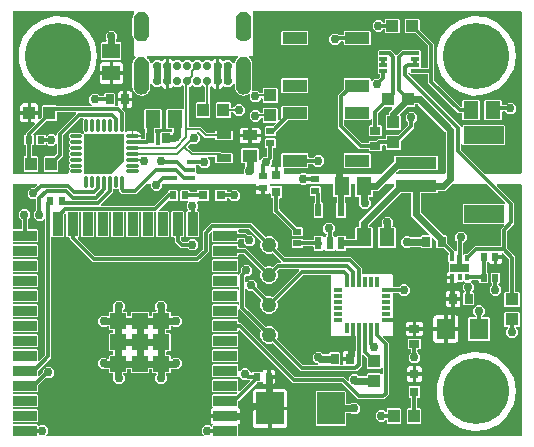
<source format=gbr>
G04 EAGLE Gerber RS-274X export*
G75*
%MOMM*%
%FSLAX34Y34*%
%LPD*%
%INTop Copper*%
%IPPOS*%
%AMOC8*
5,1,8,0,0,1.08239X$1,22.5*%
G01*
%ADD10R,1.300000X1.500000*%
%ADD11R,2.370000X2.770000*%
%ADD12R,0.900000X0.700000*%
%ADD13R,0.700000X0.900000*%
%ADD14R,1.500000X1.300000*%
%ADD15R,0.800000X0.800000*%
%ADD16C,5.588000*%
%ADD17R,0.600000X0.700000*%
%ADD18R,0.700000X0.600000*%
%ADD19R,1.000000X1.100000*%
%ADD20R,1.270000X0.635000*%
%ADD21R,1.270000X1.016000*%
%ADD22R,1.270000X0.812800*%
%ADD23R,2.000000X0.900000*%
%ADD24R,0.900000X2.000000*%
%ADD25R,1.330000X1.330000*%
%ADD26C,0.300000*%
%ADD27R,0.704800X0.704800*%
%ADD28R,0.660400X0.406400*%
%ADD29R,0.600000X1.100000*%
%ADD30R,0.400000X0.500000*%
%ADD31R,0.634800X0.634800*%
%ADD32R,3.500000X1.000000*%
%ADD33R,3.400000X1.500000*%
%ADD34C,1.270000*%
%ADD35R,1.600000X1.800000*%
%ADD36R,0.800000X0.350000*%
%ADD37R,0.350000X0.850000*%
%ADD38R,2.100000X1.000000*%
%ADD39C,0.734800*%
%ADD40C,1.300000*%
%ADD41C,1.125000*%
%ADD42R,1.100000X1.000000*%
%ADD43R,0.700000X0.300000*%
%ADD44C,0.304800*%
%ADD45C,0.756400*%
%ADD46C,0.609600*%
%ADD47C,0.203200*%
%ADD48C,0.508000*%

G36*
X163658Y3060D02*
X163658Y3060D01*
X163729Y3062D01*
X163778Y3080D01*
X163830Y3088D01*
X163893Y3122D01*
X163960Y3147D01*
X164001Y3179D01*
X164047Y3204D01*
X164097Y3256D01*
X164153Y3300D01*
X164181Y3344D01*
X164217Y3382D01*
X164247Y3447D01*
X164286Y3507D01*
X164298Y3558D01*
X164320Y3605D01*
X164328Y3676D01*
X164346Y3746D01*
X164342Y3798D01*
X164347Y3849D01*
X164332Y3920D01*
X164326Y3991D01*
X164306Y4039D01*
X164295Y4090D01*
X164258Y4151D01*
X164230Y4217D01*
X164185Y4273D01*
X164169Y4301D01*
X164151Y4316D01*
X164125Y4348D01*
X162841Y5632D01*
X162841Y9608D01*
X165652Y12419D01*
X169628Y12419D01*
X170564Y11483D01*
X170622Y11441D01*
X170674Y11391D01*
X170721Y11370D01*
X170763Y11339D01*
X170832Y11318D01*
X170897Y11288D01*
X170949Y11282D01*
X170999Y11267D01*
X171070Y11269D01*
X171141Y11261D01*
X171192Y11272D01*
X171244Y11273D01*
X171312Y11298D01*
X171382Y11313D01*
X171427Y11340D01*
X171475Y11358D01*
X171531Y11402D01*
X171593Y11439D01*
X171627Y11479D01*
X171667Y11511D01*
X171706Y11571D01*
X171753Y11626D01*
X171772Y11674D01*
X171800Y11718D01*
X171818Y11788D01*
X171845Y11854D01*
X171853Y11926D01*
X171861Y11957D01*
X171859Y11980D01*
X171863Y12021D01*
X171863Y12583D01*
X171893Y12623D01*
X171894Y12627D01*
X171896Y12630D01*
X171931Y12743D01*
X171967Y12857D01*
X171967Y12861D01*
X171969Y12865D01*
X171966Y12984D01*
X171964Y13103D01*
X171962Y13107D01*
X171962Y13111D01*
X171922Y13222D01*
X171882Y13335D01*
X171879Y13338D01*
X171878Y13342D01*
X171803Y13435D01*
X171730Y13529D01*
X171726Y13532D01*
X171724Y13534D01*
X171712Y13542D01*
X171595Y13628D01*
X171320Y13787D01*
X170847Y14260D01*
X170512Y14839D01*
X170339Y15486D01*
X170339Y18797D01*
X182118Y18797D01*
X182138Y18800D01*
X182157Y18798D01*
X182259Y18820D01*
X182361Y18837D01*
X182378Y18846D01*
X182398Y18850D01*
X182487Y18903D01*
X182578Y18952D01*
X182592Y18966D01*
X182609Y18976D01*
X182676Y19055D01*
X182747Y19130D01*
X182756Y19148D01*
X182769Y19163D01*
X182808Y19259D01*
X182851Y19353D01*
X182853Y19373D01*
X182861Y19391D01*
X182879Y19558D01*
X182879Y21082D01*
X182876Y21102D01*
X182878Y21121D01*
X182856Y21223D01*
X182839Y21325D01*
X182830Y21342D01*
X182826Y21362D01*
X182773Y21451D01*
X182724Y21542D01*
X182710Y21556D01*
X182700Y21573D01*
X182621Y21640D01*
X182546Y21711D01*
X182528Y21720D01*
X182513Y21733D01*
X182417Y21772D01*
X182323Y21815D01*
X182303Y21817D01*
X182285Y21825D01*
X182118Y21843D01*
X170339Y21843D01*
X170339Y25154D01*
X170512Y25801D01*
X170847Y26380D01*
X171320Y26853D01*
X171595Y27012D01*
X171686Y27086D01*
X171780Y27161D01*
X171782Y27165D01*
X171785Y27168D01*
X171848Y27267D01*
X171913Y27368D01*
X171914Y27373D01*
X171916Y27376D01*
X171944Y27491D01*
X171973Y27607D01*
X171973Y27611D01*
X171974Y27615D01*
X171963Y27734D01*
X171954Y27852D01*
X171952Y27856D01*
X171952Y27860D01*
X171904Y27970D01*
X171863Y28065D01*
X171863Y37941D01*
X172459Y38537D01*
X192108Y38537D01*
X192198Y38551D01*
X192289Y38559D01*
X192319Y38571D01*
X192351Y38576D01*
X192432Y38619D01*
X192516Y38655D01*
X192548Y38681D01*
X192568Y38692D01*
X192591Y38715D01*
X192647Y38760D01*
X192791Y38904D01*
X192832Y38962D01*
X192882Y39014D01*
X192904Y39061D01*
X192934Y39103D01*
X192955Y39172D01*
X192985Y39237D01*
X192991Y39289D01*
X193007Y39339D01*
X193005Y39410D01*
X193013Y39481D01*
X193001Y39532D01*
X193000Y39584D01*
X192976Y39652D01*
X192960Y39722D01*
X192934Y39766D01*
X192916Y39815D01*
X192871Y39871D01*
X192834Y39933D01*
X192795Y39967D01*
X192762Y40007D01*
X192702Y40046D01*
X192647Y40093D01*
X192599Y40112D01*
X192555Y40140D01*
X192486Y40158D01*
X192419Y40185D01*
X192348Y40193D01*
X192317Y40201D01*
X192293Y40199D01*
X192252Y40203D01*
X172459Y40203D01*
X171863Y40799D01*
X171863Y50641D01*
X172459Y51237D01*
X193301Y51237D01*
X193897Y50641D01*
X193897Y41848D01*
X193898Y41838D01*
X193898Y41833D01*
X193903Y41807D01*
X193908Y41777D01*
X193910Y41705D01*
X193928Y41656D01*
X193936Y41605D01*
X193970Y41542D01*
X193995Y41474D01*
X194027Y41433D01*
X194052Y41388D01*
X194103Y41338D01*
X194148Y41282D01*
X194192Y41254D01*
X194230Y41218D01*
X194295Y41188D01*
X194355Y41149D01*
X194406Y41136D01*
X194453Y41115D01*
X194524Y41107D01*
X194594Y41089D01*
X194646Y41093D01*
X194697Y41087D01*
X194768Y41103D01*
X194839Y41108D01*
X194887Y41129D01*
X194938Y41140D01*
X194999Y41177D01*
X195065Y41205D01*
X195121Y41249D01*
X195149Y41266D01*
X195164Y41284D01*
X195196Y41309D01*
X203387Y49500D01*
X203428Y49558D01*
X203478Y49610D01*
X203500Y49657D01*
X203530Y49699D01*
X203551Y49768D01*
X203581Y49833D01*
X203587Y49885D01*
X203603Y49935D01*
X203601Y50006D01*
X203609Y50077D01*
X203597Y50128D01*
X203596Y50180D01*
X203572Y50248D01*
X203556Y50318D01*
X203530Y50362D01*
X203512Y50411D01*
X203467Y50467D01*
X203430Y50529D01*
X203391Y50563D01*
X203358Y50603D01*
X203298Y50642D01*
X203243Y50689D01*
X203195Y50708D01*
X203151Y50736D01*
X203082Y50754D01*
X203015Y50781D01*
X202944Y50789D01*
X202913Y50797D01*
X202889Y50795D01*
X202848Y50799D01*
X200878Y50799D01*
X200819Y50858D01*
X200745Y50911D01*
X200675Y50971D01*
X200645Y50983D01*
X200619Y51002D01*
X200532Y51029D01*
X200447Y51063D01*
X200406Y51067D01*
X200384Y51074D01*
X200352Y51073D01*
X200280Y51081D01*
X197402Y51081D01*
X194979Y53505D01*
X194963Y53516D01*
X194950Y53532D01*
X194863Y53588D01*
X194779Y53648D01*
X194760Y53654D01*
X194743Y53665D01*
X194643Y53690D01*
X194544Y53720D01*
X194524Y53720D01*
X194505Y53725D01*
X194402Y53717D01*
X194298Y53714D01*
X194280Y53707D01*
X194260Y53706D01*
X194165Y53665D01*
X194067Y53630D01*
X194052Y53617D01*
X194033Y53609D01*
X193902Y53505D01*
X193301Y52903D01*
X172459Y52903D01*
X171863Y53499D01*
X171863Y63341D01*
X172459Y63937D01*
X193301Y63937D01*
X193897Y63341D01*
X193897Y59011D01*
X193908Y58940D01*
X193910Y58869D01*
X193928Y58820D01*
X193936Y58768D01*
X193970Y58705D01*
X193995Y58638D01*
X194027Y58597D01*
X194052Y58551D01*
X194104Y58501D01*
X194148Y58445D01*
X194192Y58417D01*
X194230Y58381D01*
X194295Y58351D01*
X194355Y58312D01*
X194406Y58300D01*
X194453Y58278D01*
X194524Y58270D01*
X194594Y58252D01*
X194646Y58256D01*
X194697Y58251D01*
X194768Y58266D01*
X194839Y58272D01*
X194887Y58292D01*
X194938Y58303D01*
X194999Y58340D01*
X195065Y58368D01*
X195121Y58413D01*
X195149Y58429D01*
X195164Y58447D01*
X195196Y58473D01*
X197402Y60679D01*
X201378Y60679D01*
X204189Y57868D01*
X204189Y57674D01*
X204200Y57604D01*
X204202Y57532D01*
X204220Y57483D01*
X204228Y57432D01*
X204262Y57368D01*
X204287Y57301D01*
X204319Y57260D01*
X204344Y57214D01*
X204396Y57165D01*
X204440Y57109D01*
X204484Y57081D01*
X204522Y57045D01*
X204587Y57015D01*
X204647Y56976D01*
X204698Y56963D01*
X204745Y56941D01*
X204816Y56933D01*
X204886Y56916D01*
X204938Y56920D01*
X204989Y56914D01*
X205060Y56929D01*
X205131Y56935D01*
X205179Y56955D01*
X205230Y56966D01*
X205291Y57003D01*
X205357Y57031D01*
X205413Y57076D01*
X205441Y57093D01*
X205456Y57110D01*
X205488Y57136D01*
X206209Y57857D01*
X213051Y57857D01*
X213131Y57777D01*
X213226Y57709D01*
X213323Y57637D01*
X213327Y57636D01*
X213331Y57634D01*
X213442Y57599D01*
X213557Y57562D01*
X213562Y57562D01*
X213566Y57561D01*
X213684Y57564D01*
X213803Y57566D01*
X213807Y57568D01*
X213811Y57568D01*
X213924Y57609D01*
X214035Y57648D01*
X214039Y57651D01*
X214042Y57652D01*
X214136Y57727D01*
X214229Y57800D01*
X214232Y57804D01*
X214235Y57806D01*
X214242Y57817D01*
X214328Y57935D01*
X214597Y58400D01*
X215070Y58873D01*
X215649Y59208D01*
X216296Y59381D01*
X218131Y59381D01*
X218131Y54078D01*
X218134Y54059D01*
X218132Y54039D01*
X218154Y53937D01*
X218170Y53835D01*
X218180Y53818D01*
X218184Y53798D01*
X218237Y53709D01*
X218286Y53618D01*
X218300Y53604D01*
X218310Y53587D01*
X218389Y53520D01*
X218464Y53449D01*
X218482Y53440D01*
X218497Y53427D01*
X218593Y53389D01*
X218687Y53345D01*
X218707Y53343D01*
X218725Y53336D01*
X218649Y53323D01*
X218632Y53314D01*
X218612Y53310D01*
X218523Y53257D01*
X218432Y53208D01*
X218418Y53194D01*
X218401Y53184D01*
X218334Y53105D01*
X218262Y53030D01*
X218254Y53012D01*
X218241Y52997D01*
X218202Y52900D01*
X218159Y52807D01*
X218157Y52787D01*
X218149Y52769D01*
X218131Y52602D01*
X218131Y47299D01*
X216296Y47299D01*
X215649Y47472D01*
X215070Y47807D01*
X214597Y48280D01*
X214328Y48745D01*
X214253Y48838D01*
X214179Y48930D01*
X214175Y48932D01*
X214173Y48936D01*
X214071Y48999D01*
X213972Y49063D01*
X213968Y49064D01*
X213964Y49066D01*
X213848Y49094D01*
X213733Y49123D01*
X213729Y49123D01*
X213725Y49124D01*
X213606Y49113D01*
X213488Y49104D01*
X213484Y49102D01*
X213480Y49102D01*
X213370Y49054D01*
X213262Y49008D01*
X213258Y49005D01*
X213255Y49003D01*
X213244Y48994D01*
X213131Y48903D01*
X213051Y48823D01*
X210212Y48823D01*
X210122Y48809D01*
X210031Y48801D01*
X210001Y48789D01*
X209969Y48784D01*
X209888Y48741D01*
X209804Y48705D01*
X209772Y48679D01*
X209752Y48668D01*
X209729Y48645D01*
X209673Y48600D01*
X194120Y33047D01*
X194067Y32973D01*
X194007Y32903D01*
X193995Y32873D01*
X193976Y32847D01*
X193949Y32760D01*
X193915Y32675D01*
X193911Y32634D01*
X193904Y32612D01*
X193905Y32580D01*
X193897Y32508D01*
X193897Y28057D01*
X193867Y28017D01*
X193866Y28013D01*
X193864Y28010D01*
X193829Y27897D01*
X193793Y27783D01*
X193793Y27779D01*
X193791Y27775D01*
X193794Y27656D01*
X193796Y27537D01*
X193798Y27533D01*
X193798Y27529D01*
X193839Y27417D01*
X193878Y27305D01*
X193881Y27302D01*
X193882Y27298D01*
X193957Y27204D01*
X194030Y27111D01*
X194034Y27108D01*
X194036Y27106D01*
X194048Y27098D01*
X194165Y27012D01*
X194440Y26853D01*
X194913Y26380D01*
X195248Y25801D01*
X195421Y25154D01*
X195421Y21843D01*
X183642Y21843D01*
X183622Y21840D01*
X183603Y21842D01*
X183501Y21820D01*
X183399Y21803D01*
X183382Y21794D01*
X183362Y21790D01*
X183273Y21737D01*
X183182Y21688D01*
X183168Y21674D01*
X183151Y21664D01*
X183084Y21585D01*
X183013Y21510D01*
X183004Y21492D01*
X182991Y21477D01*
X182952Y21381D01*
X182909Y21287D01*
X182907Y21267D01*
X182899Y21249D01*
X182881Y21082D01*
X182881Y19558D01*
X182884Y19538D01*
X182882Y19519D01*
X182904Y19417D01*
X182921Y19315D01*
X182930Y19298D01*
X182934Y19278D01*
X182987Y19189D01*
X183036Y19098D01*
X183050Y19084D01*
X183060Y19067D01*
X183139Y19000D01*
X183214Y18929D01*
X183232Y18920D01*
X183247Y18907D01*
X183343Y18868D01*
X183437Y18825D01*
X183457Y18823D01*
X183475Y18815D01*
X183642Y18797D01*
X195421Y18797D01*
X195421Y15486D01*
X195248Y14839D01*
X194913Y14260D01*
X194440Y13787D01*
X194165Y13628D01*
X194074Y13554D01*
X193980Y13479D01*
X193978Y13475D01*
X193975Y13472D01*
X193912Y13373D01*
X193847Y13272D01*
X193846Y13267D01*
X193844Y13264D01*
X193816Y13149D01*
X193787Y13033D01*
X193787Y13029D01*
X193786Y13025D01*
X193797Y12906D01*
X193806Y12788D01*
X193808Y12784D01*
X193808Y12780D01*
X193856Y12670D01*
X193897Y12575D01*
X193897Y3810D01*
X193900Y3790D01*
X193898Y3771D01*
X193920Y3669D01*
X193936Y3567D01*
X193946Y3550D01*
X193950Y3530D01*
X194003Y3441D01*
X194052Y3350D01*
X194066Y3336D01*
X194076Y3319D01*
X194155Y3252D01*
X194230Y3180D01*
X194248Y3172D01*
X194263Y3159D01*
X194359Y3120D01*
X194453Y3077D01*
X194473Y3075D01*
X194491Y3067D01*
X194658Y3049D01*
X432816Y3049D01*
X432836Y3052D01*
X432855Y3050D01*
X432957Y3072D01*
X433059Y3088D01*
X433076Y3098D01*
X433096Y3102D01*
X433185Y3155D01*
X433276Y3204D01*
X433290Y3218D01*
X433307Y3228D01*
X433374Y3307D01*
X433446Y3382D01*
X433454Y3400D01*
X433467Y3415D01*
X433506Y3511D01*
X433549Y3605D01*
X433551Y3625D01*
X433559Y3643D01*
X433577Y3810D01*
X433577Y215900D01*
X433574Y215920D01*
X433576Y215939D01*
X433554Y216041D01*
X433538Y216143D01*
X433528Y216160D01*
X433524Y216180D01*
X433471Y216269D01*
X433422Y216360D01*
X433408Y216374D01*
X433398Y216391D01*
X433319Y216458D01*
X433244Y216530D01*
X433226Y216538D01*
X433211Y216551D01*
X433115Y216590D01*
X433021Y216633D01*
X433001Y216635D01*
X432983Y216643D01*
X432816Y216661D01*
X413273Y216661D01*
X413202Y216650D01*
X413130Y216648D01*
X413081Y216630D01*
X413030Y216622D01*
X412967Y216588D01*
X412899Y216563D01*
X412858Y216531D01*
X412812Y216506D01*
X412763Y216455D01*
X412707Y216410D01*
X412679Y216366D01*
X412643Y216328D01*
X412613Y216263D01*
X412574Y216203D01*
X412561Y216152D01*
X412539Y216105D01*
X412532Y216034D01*
X412514Y215964D01*
X412518Y215912D01*
X412512Y215861D01*
X412528Y215790D01*
X412533Y215719D01*
X412554Y215671D01*
X412565Y215620D01*
X412601Y215559D01*
X412629Y215493D01*
X412674Y215437D01*
X412691Y215409D01*
X412709Y215394D01*
X412734Y215362D01*
X427307Y200789D01*
X427307Y183061D01*
X421357Y177111D01*
X421308Y177043D01*
X421307Y177042D01*
X421306Y177040D01*
X421303Y177037D01*
X421244Y176967D01*
X421232Y176937D01*
X421213Y176911D01*
X421186Y176824D01*
X421152Y176739D01*
X421148Y176698D01*
X421141Y176676D01*
X421142Y176644D01*
X421134Y176572D01*
X421134Y162658D01*
X421148Y162568D01*
X421155Y162477D01*
X421168Y162447D01*
X421173Y162415D01*
X421216Y162334D01*
X421252Y162250D01*
X421277Y162218D01*
X421288Y162198D01*
X421312Y162175D01*
X421357Y162119D01*
X427991Y155485D01*
X427991Y125768D01*
X427994Y125748D01*
X427992Y125729D01*
X428014Y125627D01*
X428030Y125525D01*
X428040Y125508D01*
X428044Y125488D01*
X428097Y125399D01*
X428146Y125308D01*
X428160Y125294D01*
X428170Y125277D01*
X428249Y125210D01*
X428324Y125138D01*
X428342Y125130D01*
X428357Y125117D01*
X428453Y125078D01*
X428547Y125035D01*
X428567Y125033D01*
X428585Y125025D01*
X428752Y125007D01*
X431371Y125007D01*
X431967Y124411D01*
X431967Y113569D01*
X431371Y112973D01*
X419529Y112973D01*
X418933Y113569D01*
X418933Y124411D01*
X419529Y125007D01*
X422148Y125007D01*
X422168Y125010D01*
X422187Y125008D01*
X422289Y125030D01*
X422391Y125046D01*
X422408Y125056D01*
X422428Y125060D01*
X422517Y125113D01*
X422608Y125162D01*
X422622Y125176D01*
X422639Y125186D01*
X422706Y125265D01*
X422778Y125340D01*
X422786Y125358D01*
X422799Y125373D01*
X422838Y125469D01*
X422881Y125563D01*
X422883Y125583D01*
X422891Y125601D01*
X422909Y125768D01*
X422909Y153065D01*
X422895Y153155D01*
X422887Y153246D01*
X422875Y153276D01*
X422870Y153308D01*
X422827Y153389D01*
X422791Y153472D01*
X422765Y153505D01*
X422754Y153525D01*
X422731Y153547D01*
X422686Y153603D01*
X418240Y158049D01*
X418182Y158091D01*
X418130Y158141D01*
X418083Y158163D01*
X418041Y158193D01*
X417972Y158214D01*
X417907Y158244D01*
X417855Y158250D01*
X417805Y158265D01*
X417734Y158264D01*
X417663Y158271D01*
X417612Y158260D01*
X417560Y158259D01*
X417492Y158234D01*
X417422Y158219D01*
X417377Y158192D01*
X417329Y158175D01*
X417273Y158130D01*
X417211Y158093D01*
X417177Y158053D01*
X417137Y158021D01*
X417098Y157961D01*
X417051Y157906D01*
X417032Y157858D01*
X417004Y157814D01*
X416986Y157744D01*
X416959Y157678D01*
X416951Y157607D01*
X416943Y157575D01*
X416945Y157552D01*
X416941Y157511D01*
X416941Y156439D01*
X412138Y156439D01*
X412119Y156436D01*
X412099Y156438D01*
X411997Y156416D01*
X411895Y156400D01*
X411878Y156390D01*
X411858Y156386D01*
X411769Y156333D01*
X411678Y156284D01*
X411664Y156270D01*
X411647Y156260D01*
X411580Y156181D01*
X411509Y156106D01*
X411500Y156088D01*
X411487Y156073D01*
X411449Y155977D01*
X411405Y155883D01*
X411403Y155863D01*
X411395Y155845D01*
X411377Y155678D01*
X411377Y154963D01*
X410662Y154963D01*
X410642Y154960D01*
X410622Y154962D01*
X410521Y154940D01*
X410419Y154923D01*
X410402Y154914D01*
X410382Y154910D01*
X410293Y154857D01*
X410202Y154808D01*
X410188Y154794D01*
X410171Y154784D01*
X410104Y154705D01*
X410032Y154630D01*
X410024Y154612D01*
X410011Y154597D01*
X409972Y154500D01*
X409929Y154407D01*
X409927Y154387D01*
X409919Y154369D01*
X409901Y154202D01*
X409901Y148899D01*
X408066Y148899D01*
X407419Y149072D01*
X406840Y149407D01*
X406367Y149880D01*
X406098Y150345D01*
X406023Y150437D01*
X405949Y150530D01*
X405945Y150532D01*
X405943Y150536D01*
X405843Y150598D01*
X405742Y150663D01*
X405738Y150664D01*
X405734Y150666D01*
X405619Y150694D01*
X405503Y150723D01*
X405499Y150723D01*
X405495Y150724D01*
X405376Y150713D01*
X405258Y150704D01*
X405254Y150702D01*
X405250Y150702D01*
X405142Y150654D01*
X405032Y150608D01*
X405028Y150605D01*
X405025Y150603D01*
X405015Y150594D01*
X404901Y150503D01*
X404821Y150423D01*
X404702Y150423D01*
X404682Y150420D01*
X404663Y150422D01*
X404561Y150400D01*
X404459Y150384D01*
X404442Y150374D01*
X404422Y150370D01*
X404333Y150317D01*
X404242Y150268D01*
X404228Y150254D01*
X404211Y150244D01*
X404144Y150165D01*
X404072Y150090D01*
X404064Y150072D01*
X404051Y150057D01*
X404012Y149961D01*
X403969Y149867D01*
X403967Y149847D01*
X403959Y149829D01*
X403941Y149662D01*
X403941Y142438D01*
X403944Y142418D01*
X403942Y142399D01*
X403964Y142297D01*
X403980Y142195D01*
X403990Y142178D01*
X403994Y142158D01*
X404047Y142069D01*
X404096Y141978D01*
X404110Y141964D01*
X404120Y141947D01*
X404199Y141880D01*
X404274Y141808D01*
X404292Y141800D01*
X404307Y141787D01*
X404403Y141748D01*
X404497Y141705D01*
X404517Y141703D01*
X404535Y141695D01*
X404702Y141677D01*
X404821Y141677D01*
X405417Y141081D01*
X405417Y133239D01*
X404821Y132643D01*
X397979Y132643D01*
X397383Y133239D01*
X397383Y134368D01*
X397380Y134388D01*
X397382Y134407D01*
X397360Y134509D01*
X397344Y134611D01*
X397334Y134628D01*
X397330Y134648D01*
X397277Y134737D01*
X397228Y134828D01*
X397214Y134842D01*
X397204Y134859D01*
X397125Y134926D01*
X397050Y134998D01*
X397032Y135006D01*
X397017Y135019D01*
X396921Y135058D01*
X396827Y135101D01*
X396807Y135103D01*
X396789Y135111D01*
X396622Y135129D01*
X391655Y135129D01*
X391584Y135118D01*
X391513Y135116D01*
X391464Y135098D01*
X391412Y135090D01*
X391349Y135056D01*
X391282Y135031D01*
X391241Y134999D01*
X391195Y134974D01*
X391145Y134922D01*
X391089Y134878D01*
X391061Y134834D01*
X391025Y134796D01*
X390995Y134731D01*
X390956Y134671D01*
X390944Y134620D01*
X390922Y134573D01*
X390914Y134502D01*
X390896Y134432D01*
X390900Y134380D01*
X390895Y134329D01*
X390910Y134258D01*
X390916Y134187D01*
X390936Y134139D01*
X390947Y134088D01*
X390984Y134027D01*
X391012Y133961D01*
X391057Y133905D01*
X391073Y133877D01*
X391091Y133862D01*
X391117Y133830D01*
X393419Y131528D01*
X393419Y127552D01*
X392063Y126196D01*
X392021Y126138D01*
X391971Y126086D01*
X391950Y126039D01*
X391919Y125997D01*
X391898Y125928D01*
X391868Y125863D01*
X391862Y125811D01*
X391847Y125761D01*
X391849Y125690D01*
X391841Y125619D01*
X391852Y125568D01*
X391853Y125516D01*
X391878Y125448D01*
X391893Y125378D01*
X391920Y125333D01*
X391938Y125285D01*
X391982Y125229D01*
X392019Y125167D01*
X392059Y125133D01*
X392091Y125093D01*
X392152Y125054D01*
X392206Y125007D01*
X392254Y124988D01*
X392298Y124960D01*
X392368Y124942D01*
X392434Y124915D01*
X392506Y124907D01*
X392537Y124899D01*
X392560Y124901D01*
X392601Y124897D01*
X392691Y124897D01*
X393287Y124301D01*
X393287Y114459D01*
X392691Y113863D01*
X384849Y113863D01*
X384253Y114459D01*
X384253Y124301D01*
X384896Y124944D01*
X384945Y124970D01*
X385012Y124995D01*
X385053Y125027D01*
X385099Y125052D01*
X385149Y125104D01*
X385205Y125148D01*
X385233Y125192D01*
X385269Y125230D01*
X385299Y125295D01*
X385338Y125355D01*
X385350Y125406D01*
X385372Y125453D01*
X385380Y125524D01*
X385398Y125594D01*
X385394Y125646D01*
X385399Y125697D01*
X385384Y125768D01*
X385378Y125839D01*
X385358Y125887D01*
X385347Y125938D01*
X385310Y125999D01*
X385282Y126065D01*
X385237Y126121D01*
X385221Y126149D01*
X385203Y126164D01*
X385177Y126196D01*
X383821Y127552D01*
X383821Y131528D01*
X385300Y133006D01*
X385311Y133022D01*
X385327Y133035D01*
X385383Y133122D01*
X385443Y133206D01*
X385449Y133225D01*
X385460Y133242D01*
X385485Y133342D01*
X385515Y133441D01*
X385515Y133461D01*
X385520Y133480D01*
X385512Y133583D01*
X385509Y133687D01*
X385502Y133705D01*
X385501Y133725D01*
X385460Y133820D01*
X385425Y133918D01*
X385412Y133933D01*
X385404Y133952D01*
X385300Y134083D01*
X384938Y134444D01*
X384922Y134455D01*
X384910Y134471D01*
X384822Y134527D01*
X384739Y134587D01*
X384720Y134593D01*
X384703Y134604D01*
X384602Y134629D01*
X384503Y134660D01*
X384484Y134659D01*
X384464Y134664D01*
X384361Y134656D01*
X384258Y134653D01*
X384239Y134646D01*
X384219Y134645D01*
X384124Y134605D01*
X384027Y134569D01*
X384011Y134556D01*
X383993Y134549D01*
X383862Y134444D01*
X383571Y134153D01*
X379436Y134153D01*
X379370Y134142D01*
X379302Y134141D01*
X379249Y134123D01*
X379194Y134114D01*
X379134Y134082D01*
X379070Y134059D01*
X379026Y134025D01*
X378976Y133998D01*
X378930Y133950D01*
X378876Y133908D01*
X378829Y133844D01*
X378807Y133820D01*
X378798Y133801D01*
X378777Y133773D01*
X378683Y133610D01*
X378210Y133137D01*
X377631Y132802D01*
X376984Y132629D01*
X375649Y132629D01*
X375649Y137432D01*
X375646Y137451D01*
X375648Y137471D01*
X375626Y137573D01*
X375610Y137675D01*
X375600Y137692D01*
X375596Y137712D01*
X375543Y137801D01*
X375494Y137892D01*
X375480Y137906D01*
X375470Y137923D01*
X375391Y137990D01*
X375316Y138061D01*
X375298Y138070D01*
X375283Y138083D01*
X375187Y138121D01*
X375134Y138146D01*
X375133Y138151D01*
X375124Y138168D01*
X375120Y138188D01*
X375067Y138277D01*
X375018Y138368D01*
X375004Y138382D01*
X374994Y138399D01*
X374915Y138466D01*
X374840Y138538D01*
X374822Y138546D01*
X374807Y138559D01*
X374710Y138598D01*
X374617Y138641D01*
X374597Y138643D01*
X374579Y138651D01*
X374412Y138669D01*
X370109Y138669D01*
X370109Y140504D01*
X370282Y141151D01*
X370617Y141730D01*
X371090Y142203D01*
X371753Y142586D01*
X371805Y142628D01*
X371863Y142663D01*
X371900Y142706D01*
X371943Y142741D01*
X371979Y142799D01*
X372023Y142850D01*
X372044Y142902D01*
X372074Y142950D01*
X372090Y143015D01*
X372115Y143078D01*
X372124Y143157D01*
X372131Y143189D01*
X372129Y143210D01*
X372133Y143245D01*
X372133Y149795D01*
X372140Y149816D01*
X372139Y149836D01*
X372144Y149856D01*
X372136Y149958D01*
X372134Y150062D01*
X372127Y150081D01*
X372125Y150101D01*
X372085Y150196D01*
X372049Y150293D01*
X372037Y150309D01*
X372029Y150327D01*
X371924Y150458D01*
X371633Y150749D01*
X371633Y156591D01*
X371886Y156844D01*
X371939Y156918D01*
X371999Y156988D01*
X372011Y157018D01*
X372030Y157044D01*
X372057Y157131D01*
X372091Y157216D01*
X372095Y157257D01*
X372102Y157279D01*
X372101Y157311D01*
X372109Y157382D01*
X372109Y157532D01*
X372095Y157622D01*
X372087Y157713D01*
X372075Y157743D01*
X372070Y157775D01*
X372027Y157856D01*
X371991Y157940D01*
X371965Y157972D01*
X371954Y157992D01*
X371931Y158015D01*
X371886Y158071D01*
X368057Y161900D01*
X367983Y161953D01*
X367913Y162013D01*
X367883Y162025D01*
X367857Y162044D01*
X367770Y162071D01*
X367685Y162105D01*
X367644Y162109D01*
X367622Y162116D01*
X367590Y162115D01*
X367518Y162123D01*
X361989Y162123D01*
X361393Y162719D01*
X361393Y168110D01*
X361379Y168200D01*
X361371Y168291D01*
X361359Y168321D01*
X361354Y168353D01*
X361311Y168434D01*
X361275Y168518D01*
X361249Y168550D01*
X361238Y168571D01*
X361215Y168593D01*
X361170Y168649D01*
X358726Y171093D01*
X358668Y171135D01*
X358616Y171184D01*
X358569Y171206D01*
X358527Y171236D01*
X358458Y171257D01*
X358393Y171288D01*
X358341Y171293D01*
X358291Y171309D01*
X358220Y171307D01*
X358149Y171315D01*
X358098Y171304D01*
X358046Y171302D01*
X357978Y171278D01*
X357908Y171262D01*
X357864Y171236D01*
X357815Y171218D01*
X357759Y171173D01*
X357697Y171136D01*
X357663Y171097D01*
X357623Y171064D01*
X357584Y171004D01*
X357537Y170949D01*
X357518Y170901D01*
X357490Y170857D01*
X357472Y170788D01*
X357445Y170721D01*
X357437Y170650D01*
X357429Y170619D01*
X357431Y170595D01*
X357427Y170554D01*
X357427Y162719D01*
X356831Y162123D01*
X348989Y162123D01*
X348393Y162719D01*
X348393Y162814D01*
X348390Y162834D01*
X348392Y162853D01*
X348370Y162955D01*
X348354Y163057D01*
X348344Y163074D01*
X348340Y163094D01*
X348287Y163183D01*
X348238Y163274D01*
X348224Y163288D01*
X348214Y163305D01*
X348135Y163372D01*
X348060Y163444D01*
X348042Y163452D01*
X348027Y163465D01*
X347931Y163504D01*
X347837Y163547D01*
X347817Y163549D01*
X347799Y163557D01*
X347632Y163575D01*
X339587Y163575D01*
X339497Y163561D01*
X339406Y163553D01*
X339376Y163541D01*
X339344Y163536D01*
X339264Y163493D01*
X339180Y163457D01*
X339148Y163431D01*
X339127Y163420D01*
X339105Y163397D01*
X339049Y163352D01*
X338538Y162841D01*
X334562Y162841D01*
X331751Y165652D01*
X331751Y169628D01*
X334562Y172439D01*
X338538Y172439D01*
X339049Y171928D01*
X339123Y171875D01*
X339192Y171815D01*
X339222Y171803D01*
X339248Y171784D01*
X339335Y171757D01*
X339420Y171723D01*
X339461Y171719D01*
X339484Y171712D01*
X339516Y171713D01*
X339587Y171705D01*
X347632Y171705D01*
X347652Y171708D01*
X347671Y171706D01*
X347773Y171728D01*
X347875Y171744D01*
X347892Y171754D01*
X347912Y171758D01*
X348001Y171811D01*
X348092Y171860D01*
X348106Y171874D01*
X348123Y171884D01*
X348190Y171963D01*
X348262Y172038D01*
X348270Y172056D01*
X348283Y172071D01*
X348322Y172167D01*
X348365Y172261D01*
X348367Y172281D01*
X348375Y172299D01*
X348393Y172466D01*
X348393Y172561D01*
X348989Y173157D01*
X354824Y173157D01*
X354895Y173168D01*
X354967Y173170D01*
X355016Y173188D01*
X355067Y173196D01*
X355130Y173230D01*
X355198Y173255D01*
X355239Y173287D01*
X355285Y173312D01*
X355334Y173363D01*
X355390Y173408D01*
X355418Y173452D01*
X355454Y173490D01*
X355484Y173555D01*
X355523Y173615D01*
X355536Y173666D01*
X355558Y173713D01*
X355565Y173784D01*
X355583Y173854D01*
X355579Y173906D01*
X355585Y173957D01*
X355569Y174028D01*
X355564Y174099D01*
X355544Y174147D01*
X355532Y174198D01*
X355496Y174259D01*
X355468Y174325D01*
X355423Y174381D01*
X355406Y174409D01*
X355388Y174424D01*
X355363Y174456D01*
X342709Y187110D01*
X340105Y189714D01*
X340105Y208012D01*
X340102Y208032D01*
X340104Y208051D01*
X340082Y208153D01*
X340066Y208255D01*
X340056Y208272D01*
X340052Y208292D01*
X339999Y208381D01*
X339950Y208472D01*
X339936Y208486D01*
X339926Y208503D01*
X339847Y208570D01*
X339772Y208642D01*
X339754Y208650D01*
X339739Y208663D01*
X339643Y208702D01*
X339549Y208745D01*
X339529Y208747D01*
X339511Y208755D01*
X339344Y208773D01*
X331677Y208773D01*
X331587Y208759D01*
X331496Y208751D01*
X331466Y208739D01*
X331434Y208734D01*
X331354Y208691D01*
X331270Y208655D01*
X331238Y208629D01*
X331217Y208618D01*
X331195Y208595D01*
X331139Y208550D01*
X304668Y182079D01*
X304615Y182005D01*
X304555Y181936D01*
X304543Y181906D01*
X304524Y181880D01*
X304497Y181793D01*
X304463Y181708D01*
X304459Y181667D01*
X304452Y181644D01*
X304453Y181612D01*
X304445Y181541D01*
X304445Y180728D01*
X304448Y180708D01*
X304446Y180689D01*
X304468Y180587D01*
X304484Y180485D01*
X304494Y180468D01*
X304498Y180448D01*
X304551Y180359D01*
X304600Y180268D01*
X304614Y180254D01*
X304624Y180237D01*
X304703Y180170D01*
X304778Y180098D01*
X304796Y180090D01*
X304811Y180077D01*
X304907Y180038D01*
X305001Y179995D01*
X305021Y179993D01*
X305039Y179985D01*
X305206Y179967D01*
X307301Y179967D01*
X307897Y179371D01*
X307897Y163529D01*
X307301Y162933D01*
X297209Y162933D01*
X297118Y162919D01*
X297028Y162911D01*
X296998Y162899D01*
X296966Y162894D01*
X296885Y162851D01*
X296801Y162815D01*
X296799Y162813D01*
X285448Y162813D01*
X285428Y162810D01*
X285409Y162812D01*
X285307Y162790D01*
X285205Y162774D01*
X285188Y162764D01*
X285168Y162760D01*
X285079Y162707D01*
X284988Y162658D01*
X284974Y162644D01*
X284957Y162634D01*
X284890Y162555D01*
X284818Y162480D01*
X284810Y162462D01*
X284797Y162447D01*
X284758Y162351D01*
X284715Y162257D01*
X284713Y162237D01*
X284705Y162219D01*
X284687Y162052D01*
X284687Y160449D01*
X284091Y159853D01*
X277249Y159853D01*
X276458Y160644D01*
X276442Y160655D01*
X276430Y160671D01*
X276342Y160727D01*
X276259Y160787D01*
X276240Y160793D01*
X276223Y160804D01*
X276122Y160829D01*
X276023Y160860D01*
X276004Y160859D01*
X275984Y160864D01*
X275881Y160856D01*
X275778Y160853D01*
X275759Y160846D01*
X275739Y160845D01*
X275644Y160805D01*
X275547Y160769D01*
X275531Y160756D01*
X275513Y160749D01*
X275382Y160644D01*
X274591Y159853D01*
X267749Y159853D01*
X266958Y160644D01*
X266942Y160655D01*
X266930Y160671D01*
X266842Y160727D01*
X266759Y160787D01*
X266740Y160793D01*
X266723Y160804D01*
X266622Y160829D01*
X266523Y160860D01*
X266504Y160859D01*
X266484Y160864D01*
X266381Y160856D01*
X266278Y160853D01*
X266259Y160846D01*
X266239Y160845D01*
X266144Y160805D01*
X266047Y160769D01*
X266031Y160756D01*
X266013Y160749D01*
X265882Y160644D01*
X265091Y159853D01*
X258249Y159853D01*
X257653Y160449D01*
X257653Y163148D01*
X257650Y163168D01*
X257652Y163187D01*
X257630Y163289D01*
X257614Y163391D01*
X257604Y163408D01*
X257600Y163428D01*
X257547Y163517D01*
X257498Y163608D01*
X257484Y163622D01*
X257474Y163639D01*
X257395Y163706D01*
X257320Y163778D01*
X257302Y163786D01*
X257287Y163799D01*
X257191Y163838D01*
X257097Y163881D01*
X257077Y163883D01*
X257059Y163891D01*
X256892Y163909D01*
X249118Y163909D01*
X249098Y163906D01*
X249079Y163908D01*
X248977Y163886D01*
X248875Y163870D01*
X248858Y163860D01*
X248838Y163856D01*
X248749Y163803D01*
X248658Y163754D01*
X248644Y163740D01*
X248627Y163730D01*
X248560Y163651D01*
X248488Y163576D01*
X248480Y163558D01*
X248467Y163543D01*
X248428Y163447D01*
X248385Y163353D01*
X248383Y163333D01*
X248375Y163315D01*
X248357Y163148D01*
X248357Y163029D01*
X247761Y162433D01*
X239919Y162433D01*
X239323Y163029D01*
X239323Y169871D01*
X239919Y170467D01*
X247761Y170467D01*
X248357Y169871D01*
X248357Y169752D01*
X248359Y169737D01*
X248358Y169723D01*
X248359Y169719D01*
X248358Y169713D01*
X248380Y169611D01*
X248396Y169509D01*
X248406Y169492D01*
X248410Y169472D01*
X248463Y169383D01*
X248512Y169292D01*
X248526Y169278D01*
X248536Y169261D01*
X248615Y169194D01*
X248690Y169122D01*
X248708Y169114D01*
X248723Y169101D01*
X248819Y169062D01*
X248913Y169019D01*
X248933Y169017D01*
X248951Y169009D01*
X249118Y168991D01*
X256892Y168991D01*
X256912Y168994D01*
X256931Y168992D01*
X257033Y169014D01*
X257135Y169030D01*
X257152Y169040D01*
X257172Y169044D01*
X257261Y169097D01*
X257352Y169146D01*
X257366Y169160D01*
X257383Y169170D01*
X257450Y169249D01*
X257522Y169324D01*
X257530Y169342D01*
X257543Y169357D01*
X257582Y169453D01*
X257625Y169547D01*
X257627Y169567D01*
X257635Y169585D01*
X257653Y169752D01*
X257653Y172291D01*
X258249Y172887D01*
X265091Y172887D01*
X265882Y172096D01*
X265898Y172085D01*
X265910Y172069D01*
X265998Y172013D01*
X266081Y171953D01*
X266100Y171947D01*
X266117Y171936D01*
X266218Y171911D01*
X266317Y171880D01*
X266336Y171881D01*
X266356Y171876D01*
X266459Y171884D01*
X266562Y171887D01*
X266581Y171894D01*
X266601Y171895D01*
X266696Y171935D01*
X266793Y171971D01*
X266809Y171984D01*
X266827Y171991D01*
X266958Y172096D01*
X267749Y172887D01*
X267868Y172887D01*
X267888Y172890D01*
X267907Y172888D01*
X268009Y172910D01*
X268111Y172926D01*
X268128Y172936D01*
X268148Y172940D01*
X268237Y172993D01*
X268328Y173042D01*
X268342Y173056D01*
X268359Y173066D01*
X268426Y173145D01*
X268498Y173220D01*
X268506Y173238D01*
X268519Y173253D01*
X268558Y173349D01*
X268601Y173443D01*
X268603Y173463D01*
X268611Y173481D01*
X268629Y173648D01*
X268629Y173849D01*
X268615Y173939D01*
X268607Y174030D01*
X268595Y174060D01*
X268590Y174092D01*
X268547Y174172D01*
X268511Y174256D01*
X268485Y174288D01*
X268474Y174309D01*
X268451Y174331D01*
X268406Y174387D01*
X265711Y177082D01*
X265711Y181058D01*
X268522Y183869D01*
X272498Y183869D01*
X275309Y181058D01*
X275309Y177082D01*
X273934Y175707D01*
X273881Y175633D01*
X273821Y175564D01*
X273809Y175534D01*
X273790Y175508D01*
X273763Y175421D01*
X273729Y175336D01*
X273725Y175295D01*
X273718Y175272D01*
X273719Y175240D01*
X273711Y175169D01*
X273711Y173648D01*
X273714Y173628D01*
X273712Y173609D01*
X273734Y173507D01*
X273750Y173405D01*
X273760Y173388D01*
X273764Y173368D01*
X273817Y173279D01*
X273866Y173188D01*
X273880Y173174D01*
X273890Y173157D01*
X273969Y173090D01*
X274044Y173018D01*
X274062Y173010D01*
X274077Y172997D01*
X274173Y172958D01*
X274267Y172915D01*
X274287Y172913D01*
X274305Y172905D01*
X274472Y172887D01*
X274591Y172887D01*
X275382Y172096D01*
X275398Y172085D01*
X275410Y172069D01*
X275498Y172013D01*
X275581Y171953D01*
X275600Y171947D01*
X275617Y171936D01*
X275718Y171911D01*
X275817Y171880D01*
X275836Y171881D01*
X275856Y171876D01*
X275959Y171884D01*
X276062Y171887D01*
X276081Y171894D01*
X276101Y171895D01*
X276196Y171935D01*
X276293Y171971D01*
X276309Y171984D01*
X276327Y171991D01*
X276458Y172096D01*
X277249Y172887D01*
X284091Y172887D01*
X284687Y172291D01*
X284687Y170688D01*
X284690Y170668D01*
X284688Y170649D01*
X284710Y170547D01*
X284726Y170445D01*
X284736Y170428D01*
X284740Y170408D01*
X284793Y170319D01*
X284842Y170228D01*
X284856Y170214D01*
X284866Y170197D01*
X284945Y170130D01*
X285020Y170058D01*
X285038Y170050D01*
X285053Y170037D01*
X285149Y169998D01*
X285243Y169955D01*
X285263Y169953D01*
X285281Y169945D01*
X285448Y169927D01*
X292102Y169927D01*
X292122Y169930D01*
X292141Y169928D01*
X292243Y169950D01*
X292345Y169966D01*
X292362Y169976D01*
X292382Y169980D01*
X292471Y170033D01*
X292562Y170082D01*
X292576Y170096D01*
X292593Y170106D01*
X292660Y170185D01*
X292732Y170260D01*
X292740Y170278D01*
X292753Y170293D01*
X292792Y170389D01*
X292835Y170483D01*
X292837Y170503D01*
X292845Y170521D01*
X292863Y170688D01*
X292863Y179371D01*
X293459Y179967D01*
X295554Y179967D01*
X295574Y179970D01*
X295593Y179968D01*
X295695Y179990D01*
X295797Y180006D01*
X295814Y180016D01*
X295834Y180020D01*
X295923Y180073D01*
X296014Y180122D01*
X296028Y180136D01*
X296045Y180146D01*
X296112Y180225D01*
X296184Y180300D01*
X296192Y180318D01*
X296205Y180333D01*
X296244Y180429D01*
X296287Y180523D01*
X296289Y180543D01*
X296297Y180561D01*
X296315Y180728D01*
X296315Y185224D01*
X325430Y214339D01*
X325483Y214413D01*
X325543Y214482D01*
X325555Y214512D01*
X325574Y214538D01*
X325601Y214625D01*
X325635Y214710D01*
X325639Y214751D01*
X325646Y214774D01*
X325645Y214806D01*
X325653Y214877D01*
X325653Y215900D01*
X325650Y215920D01*
X325652Y215939D01*
X325630Y216041D01*
X325614Y216143D01*
X325604Y216160D01*
X325600Y216180D01*
X325547Y216269D01*
X325498Y216360D01*
X325484Y216374D01*
X325474Y216391D01*
X325395Y216458D01*
X325320Y216530D01*
X325302Y216538D01*
X325287Y216551D01*
X325191Y216590D01*
X325097Y216633D01*
X325077Y216635D01*
X325059Y216643D01*
X324892Y216661D01*
X318135Y216661D01*
X318045Y216647D01*
X317954Y216639D01*
X317924Y216627D01*
X317892Y216622D01*
X317812Y216579D01*
X317728Y216543D01*
X317695Y216517D01*
X317675Y216506D01*
X317653Y216483D01*
X317597Y216438D01*
X314328Y213169D01*
X311724Y210565D01*
X308608Y210565D01*
X308588Y210562D01*
X308569Y210564D01*
X308467Y210542D01*
X308365Y210526D01*
X308348Y210516D01*
X308328Y210512D01*
X308239Y210459D01*
X308148Y210410D01*
X308134Y210396D01*
X308117Y210386D01*
X308050Y210307D01*
X307978Y210232D01*
X307970Y210214D01*
X307957Y210199D01*
X307918Y210103D01*
X307875Y210009D01*
X307873Y209989D01*
X307865Y209971D01*
X307847Y209804D01*
X307847Y206709D01*
X307251Y206113D01*
X305156Y206113D01*
X305136Y206110D01*
X305117Y206112D01*
X305015Y206090D01*
X304913Y206074D01*
X304896Y206064D01*
X304876Y206060D01*
X304787Y206007D01*
X304696Y205958D01*
X304682Y205944D01*
X304665Y205934D01*
X304598Y205855D01*
X304526Y205780D01*
X304518Y205762D01*
X304505Y205747D01*
X304466Y205651D01*
X304423Y205557D01*
X304421Y205537D01*
X304413Y205519D01*
X304395Y205352D01*
X304395Y204357D01*
X304409Y204267D01*
X304417Y204176D01*
X304429Y204146D01*
X304434Y204114D01*
X304477Y204034D01*
X304513Y203950D01*
X304539Y203918D01*
X304550Y203897D01*
X304573Y203875D01*
X304618Y203819D01*
X305789Y202648D01*
X305789Y198672D01*
X302978Y195861D01*
X299002Y195861D01*
X296191Y198672D01*
X296191Y202716D01*
X296213Y202785D01*
X296247Y202870D01*
X296251Y202911D01*
X296258Y202934D01*
X296257Y202966D01*
X296265Y203037D01*
X296265Y205352D01*
X296262Y205372D01*
X296264Y205391D01*
X296242Y205493D01*
X296226Y205595D01*
X296216Y205612D01*
X296212Y205632D01*
X296159Y205721D01*
X296110Y205812D01*
X296096Y205826D01*
X296086Y205843D01*
X296007Y205910D01*
X295932Y205982D01*
X295914Y205990D01*
X295899Y206003D01*
X295803Y206042D01*
X295709Y206085D01*
X295689Y206087D01*
X295671Y206095D01*
X295504Y206113D01*
X293409Y206113D01*
X292813Y206709D01*
X292813Y215900D01*
X292810Y215920D01*
X292812Y215939D01*
X292790Y216041D01*
X292774Y216143D01*
X292764Y216160D01*
X292760Y216180D01*
X292707Y216269D01*
X292658Y216360D01*
X292644Y216374D01*
X292634Y216391D01*
X292555Y216458D01*
X292480Y216530D01*
X292462Y216538D01*
X292447Y216551D01*
X292351Y216590D01*
X292257Y216633D01*
X292237Y216635D01*
X292219Y216643D01*
X292052Y216661D01*
X289608Y216661D01*
X289588Y216658D01*
X289569Y216660D01*
X289467Y216638D01*
X289365Y216622D01*
X289348Y216612D01*
X289328Y216608D01*
X289239Y216555D01*
X289148Y216506D01*
X289134Y216492D01*
X289117Y216482D01*
X289050Y216403D01*
X288978Y216328D01*
X288970Y216310D01*
X288957Y216295D01*
X288918Y216199D01*
X288875Y216105D01*
X288873Y216085D01*
X288865Y216067D01*
X288847Y215900D01*
X288847Y206709D01*
X288251Y206113D01*
X284988Y206113D01*
X284968Y206110D01*
X284949Y206112D01*
X284847Y206090D01*
X284745Y206074D01*
X284728Y206064D01*
X284708Y206060D01*
X284619Y206007D01*
X284528Y205958D01*
X284514Y205944D01*
X284497Y205934D01*
X284430Y205855D01*
X284358Y205780D01*
X284350Y205762D01*
X284337Y205747D01*
X284298Y205651D01*
X284255Y205557D01*
X284253Y205537D01*
X284245Y205519D01*
X284227Y205352D01*
X284227Y201066D01*
X284241Y200976D01*
X284249Y200885D01*
X284261Y200856D01*
X284266Y200824D01*
X284309Y200743D01*
X284345Y200659D01*
X284371Y200627D01*
X284382Y200606D01*
X284405Y200584D01*
X284450Y200528D01*
X284687Y200291D01*
X284687Y188449D01*
X284091Y187853D01*
X277249Y187853D01*
X276653Y188449D01*
X276653Y200291D01*
X276890Y200528D01*
X276943Y200602D01*
X277003Y200672D01*
X277015Y200702D01*
X277034Y200728D01*
X277061Y200815D01*
X277095Y200900D01*
X277099Y200941D01*
X277106Y200963D01*
X277105Y200995D01*
X277113Y201066D01*
X277113Y205352D01*
X277110Y205372D01*
X277112Y205391D01*
X277090Y205493D01*
X277074Y205595D01*
X277064Y205612D01*
X277060Y205632D01*
X277007Y205721D01*
X276958Y205812D01*
X276944Y205826D01*
X276934Y205843D01*
X276855Y205910D01*
X276780Y205982D01*
X276762Y205990D01*
X276747Y206003D01*
X276651Y206042D01*
X276557Y206085D01*
X276537Y206087D01*
X276519Y206095D01*
X276352Y206113D01*
X274409Y206113D01*
X273813Y206709D01*
X273813Y215900D01*
X273810Y215920D01*
X273812Y215939D01*
X273790Y216041D01*
X273774Y216143D01*
X273764Y216160D01*
X273760Y216180D01*
X273707Y216269D01*
X273658Y216360D01*
X273644Y216374D01*
X273634Y216391D01*
X273555Y216458D01*
X273480Y216530D01*
X273462Y216538D01*
X273447Y216551D01*
X273351Y216590D01*
X273257Y216633D01*
X273237Y216635D01*
X273219Y216643D01*
X273052Y216661D01*
X251703Y216661D01*
X251613Y216647D01*
X251522Y216639D01*
X251492Y216627D01*
X251460Y216622D01*
X251380Y216579D01*
X251296Y216543D01*
X251263Y216517D01*
X251243Y216506D01*
X251221Y216483D01*
X251165Y216438D01*
X250908Y216181D01*
X246932Y216181D01*
X246675Y216438D01*
X246601Y216492D01*
X246532Y216551D01*
X246502Y216563D01*
X246476Y216582D01*
X246389Y216609D01*
X246304Y216643D01*
X246263Y216647D01*
X246241Y216654D01*
X246208Y216653D01*
X246137Y216661D01*
X221432Y216661D01*
X221412Y216658D01*
X221393Y216660D01*
X221291Y216638D01*
X221189Y216622D01*
X221172Y216612D01*
X221152Y216608D01*
X221063Y216555D01*
X220972Y216506D01*
X220958Y216492D01*
X220941Y216482D01*
X220874Y216403D01*
X220802Y216328D01*
X220794Y216310D01*
X220781Y216295D01*
X220742Y216199D01*
X220699Y216105D01*
X220697Y216085D01*
X220689Y216067D01*
X220671Y215900D01*
X220671Y215448D01*
X220674Y215428D01*
X220672Y215409D01*
X220694Y215307D01*
X220710Y215205D01*
X220720Y215188D01*
X220724Y215168D01*
X220777Y215079D01*
X220826Y214988D01*
X220840Y214974D01*
X220850Y214957D01*
X220929Y214890D01*
X221004Y214818D01*
X221022Y214810D01*
X221037Y214797D01*
X221133Y214758D01*
X221227Y214715D01*
X221247Y214713D01*
X221265Y214705D01*
X221432Y214687D01*
X230481Y214687D01*
X231077Y214091D01*
X231077Y205249D01*
X230481Y204653D01*
X229362Y204653D01*
X229342Y204650D01*
X229323Y204652D01*
X229221Y204630D01*
X229119Y204614D01*
X229102Y204604D01*
X229082Y204600D01*
X228993Y204547D01*
X228902Y204498D01*
X228888Y204484D01*
X228871Y204474D01*
X228804Y204395D01*
X228732Y204320D01*
X228724Y204302D01*
X228711Y204287D01*
X228672Y204190D01*
X228629Y204097D01*
X228627Y204077D01*
X228619Y204059D01*
X228601Y203892D01*
X228601Y195598D01*
X228615Y195508D01*
X228623Y195417D01*
X228635Y195387D01*
X228640Y195355D01*
X228683Y195274D01*
X228719Y195190D01*
X228745Y195158D01*
X228756Y195138D01*
X228779Y195115D01*
X228824Y195059D01*
X243193Y180690D01*
X243267Y180637D01*
X243337Y180577D01*
X243367Y180565D01*
X243393Y180546D01*
X243480Y180519D01*
X243565Y180485D01*
X243606Y180481D01*
X243628Y180474D01*
X243660Y180475D01*
X243732Y180467D01*
X247761Y180467D01*
X248357Y179871D01*
X248357Y173029D01*
X247761Y172433D01*
X239919Y172433D01*
X239323Y173029D01*
X239323Y177058D01*
X239309Y177148D01*
X239301Y177239D01*
X239289Y177269D01*
X239284Y177301D01*
X239241Y177382D01*
X239205Y177466D01*
X239179Y177498D01*
X239168Y177518D01*
X239145Y177541D01*
X239100Y177597D01*
X225231Y191466D01*
X223519Y193178D01*
X223519Y203892D01*
X223516Y203912D01*
X223518Y203931D01*
X223496Y204033D01*
X223480Y204135D01*
X223470Y204152D01*
X223466Y204172D01*
X223413Y204261D01*
X223364Y204352D01*
X223350Y204366D01*
X223340Y204383D01*
X223261Y204450D01*
X223186Y204522D01*
X223168Y204530D01*
X223153Y204543D01*
X223057Y204582D01*
X222963Y204625D01*
X222943Y204627D01*
X222925Y204635D01*
X222758Y204653D01*
X221639Y204653D01*
X221043Y205249D01*
X221043Y207922D01*
X221032Y207993D01*
X221030Y208065D01*
X221012Y208114D01*
X221004Y208165D01*
X220970Y208228D01*
X220945Y208296D01*
X220913Y208337D01*
X220888Y208382D01*
X220837Y208432D01*
X220792Y208488D01*
X220748Y208516D01*
X220710Y208552D01*
X220645Y208582D01*
X220585Y208621D01*
X220534Y208634D01*
X220487Y208655D01*
X220416Y208663D01*
X220346Y208681D01*
X220294Y208677D01*
X220243Y208683D01*
X220172Y208667D01*
X220101Y208662D01*
X220053Y208641D01*
X220002Y208630D01*
X219941Y208593D01*
X219875Y208565D01*
X219819Y208521D01*
X219791Y208504D01*
X219776Y208486D01*
X219744Y208461D01*
X219690Y208407D01*
X219111Y208072D01*
X218464Y207899D01*
X216129Y207899D01*
X216129Y212702D01*
X216126Y212721D01*
X216128Y212741D01*
X216106Y212843D01*
X216090Y212945D01*
X216080Y212962D01*
X216076Y212982D01*
X216023Y213071D01*
X215974Y213162D01*
X215960Y213176D01*
X215950Y213193D01*
X215871Y213260D01*
X215796Y213331D01*
X215778Y213340D01*
X215763Y213353D01*
X215667Y213391D01*
X215573Y213435D01*
X215553Y213437D01*
X215535Y213445D01*
X215368Y213463D01*
X214653Y213463D01*
X214653Y214178D01*
X214650Y214198D01*
X214652Y214217D01*
X214630Y214319D01*
X214613Y214421D01*
X214604Y214438D01*
X214600Y214458D01*
X214547Y214547D01*
X214498Y214638D01*
X214484Y214652D01*
X214474Y214669D01*
X214395Y214736D01*
X214320Y214808D01*
X214302Y214816D01*
X214287Y214829D01*
X214190Y214868D01*
X214097Y214911D01*
X214077Y214913D01*
X214059Y214921D01*
X213892Y214939D01*
X208589Y214939D01*
X208589Y215900D01*
X208586Y215920D01*
X208588Y215939D01*
X208566Y216041D01*
X208550Y216143D01*
X208540Y216160D01*
X208536Y216180D01*
X208483Y216269D01*
X208434Y216360D01*
X208420Y216374D01*
X208410Y216391D01*
X208331Y216458D01*
X208256Y216530D01*
X208238Y216538D01*
X208223Y216551D01*
X208127Y216590D01*
X208033Y216633D01*
X208013Y216635D01*
X207995Y216643D01*
X207828Y216661D01*
X130020Y216661D01*
X130000Y216658D01*
X129981Y216660D01*
X129879Y216638D01*
X129777Y216621D01*
X129760Y216612D01*
X129740Y216608D01*
X129651Y216555D01*
X129560Y216506D01*
X129546Y216492D01*
X129529Y216482D01*
X129462Y216403D01*
X129390Y216328D01*
X129382Y216310D01*
X129369Y216295D01*
X129330Y216199D01*
X129287Y216105D01*
X129285Y216085D01*
X129277Y216067D01*
X129259Y215900D01*
X129259Y213912D01*
X126448Y211101D01*
X122472Y211101D01*
X119661Y213912D01*
X119661Y215900D01*
X119658Y215920D01*
X119660Y215939D01*
X119638Y216041D01*
X119622Y216143D01*
X119612Y216160D01*
X119608Y216180D01*
X119555Y216269D01*
X119506Y216360D01*
X119492Y216374D01*
X119482Y216391D01*
X119403Y216458D01*
X119328Y216529D01*
X119310Y216538D01*
X119295Y216551D01*
X119199Y216590D01*
X119105Y216633D01*
X119085Y216635D01*
X119067Y216643D01*
X118900Y216661D01*
X116430Y216661D01*
X116340Y216646D01*
X116249Y216639D01*
X116219Y216627D01*
X116187Y216621D01*
X116106Y216579D01*
X116022Y216543D01*
X115990Y216517D01*
X115970Y216506D01*
X115947Y216483D01*
X115891Y216438D01*
X107732Y208279D01*
X95468Y208279D01*
X92599Y211148D01*
X92599Y211892D01*
X92588Y211963D01*
X92586Y212035D01*
X92568Y212084D01*
X92560Y212135D01*
X92526Y212198D01*
X92501Y212266D01*
X92469Y212306D01*
X92444Y212352D01*
X92393Y212402D01*
X92348Y212458D01*
X92304Y212486D01*
X92266Y212522D01*
X92201Y212552D01*
X92141Y212591D01*
X92090Y212603D01*
X92043Y212625D01*
X91972Y212633D01*
X91902Y212651D01*
X91850Y212647D01*
X91799Y212652D01*
X91728Y212637D01*
X91657Y212632D01*
X91609Y212611D01*
X91558Y212600D01*
X91497Y212563D01*
X91431Y212535D01*
X91375Y212491D01*
X91347Y212474D01*
X91332Y212456D01*
X91300Y212431D01*
X91182Y212313D01*
X89098Y212313D01*
X88980Y212431D01*
X88922Y212472D01*
X88870Y212522D01*
X88823Y212544D01*
X88781Y212574D01*
X88712Y212595D01*
X88647Y212625D01*
X88595Y212631D01*
X88545Y212646D01*
X88474Y212645D01*
X88403Y212652D01*
X88352Y212641D01*
X88300Y212640D01*
X88232Y212615D01*
X88162Y212600D01*
X88117Y212573D01*
X88069Y212556D01*
X88013Y212511D01*
X87951Y212474D01*
X87917Y212434D01*
X87877Y212402D01*
X87838Y212342D01*
X87791Y212287D01*
X87772Y212239D01*
X87744Y212195D01*
X87726Y212126D01*
X87699Y212059D01*
X87691Y211988D01*
X87683Y211957D01*
X87685Y211933D01*
X87681Y211892D01*
X87681Y209818D01*
X77694Y199831D01*
X77283Y199420D01*
X77242Y199362D01*
X77192Y199310D01*
X77170Y199263D01*
X77140Y199221D01*
X77119Y199152D01*
X77089Y199087D01*
X77083Y199035D01*
X77067Y198985D01*
X77069Y198914D01*
X77061Y198843D01*
X77073Y198792D01*
X77074Y198740D01*
X77098Y198672D01*
X77114Y198602D01*
X77140Y198557D01*
X77158Y198509D01*
X77203Y198453D01*
X77240Y198391D01*
X77279Y198357D01*
X77312Y198317D01*
X77372Y198278D01*
X77427Y198231D01*
X77475Y198212D01*
X77519Y198184D01*
X77588Y198166D01*
X77655Y198139D01*
X77726Y198131D01*
X77757Y198123D01*
X77781Y198125D01*
X77822Y198121D01*
X122130Y198121D01*
X122221Y198135D01*
X122311Y198143D01*
X122341Y198155D01*
X122373Y198160D01*
X122454Y198203D01*
X122538Y198239D01*
X122570Y198265D01*
X122591Y198276D01*
X122613Y198299D01*
X122669Y198344D01*
X133904Y209579D01*
X133975Y209590D01*
X133992Y209600D01*
X134012Y209604D01*
X134101Y209657D01*
X134192Y209706D01*
X134206Y209720D01*
X134223Y209730D01*
X134290Y209809D01*
X134362Y209884D01*
X134370Y209902D01*
X134383Y209917D01*
X134422Y210013D01*
X134465Y210107D01*
X134467Y210127D01*
X134475Y210145D01*
X134493Y210312D01*
X134493Y210931D01*
X135089Y211527D01*
X141931Y211527D01*
X142527Y210931D01*
X142527Y203089D01*
X141931Y202493D01*
X135089Y202493D01*
X135085Y202497D01*
X135069Y202509D01*
X135056Y202524D01*
X134969Y202580D01*
X134885Y202641D01*
X134866Y202646D01*
X134849Y202657D01*
X134749Y202683D01*
X134650Y202713D01*
X134630Y202712D01*
X134611Y202717D01*
X134508Y202709D01*
X134404Y202707D01*
X134385Y202700D01*
X134366Y202698D01*
X134271Y202658D01*
X134173Y202622D01*
X134158Y202610D01*
X134139Y202602D01*
X134008Y202497D01*
X126548Y195036D01*
X126506Y194978D01*
X126456Y194926D01*
X126434Y194879D01*
X126404Y194837D01*
X126383Y194768D01*
X126353Y194703D01*
X126347Y194651D01*
X126332Y194601D01*
X126334Y194530D01*
X126326Y194459D01*
X126337Y194408D01*
X126338Y194356D01*
X126363Y194288D01*
X126378Y194218D01*
X126405Y194174D01*
X126422Y194125D01*
X126467Y194069D01*
X126504Y194007D01*
X126544Y193973D01*
X126576Y193933D01*
X126636Y193894D01*
X126691Y193847D01*
X126739Y193828D01*
X126783Y193800D01*
X126853Y193782D01*
X126919Y193755D01*
X126990Y193747D01*
X127022Y193739D01*
X127045Y193741D01*
X127086Y193737D01*
X134551Y193737D01*
X135147Y193141D01*
X135147Y172299D01*
X134551Y171703D01*
X124709Y171703D01*
X124113Y172299D01*
X124113Y192278D01*
X124110Y192298D01*
X124112Y192317D01*
X124090Y192419D01*
X124074Y192521D01*
X124064Y192538D01*
X124060Y192558D01*
X124007Y192647D01*
X123958Y192738D01*
X123944Y192752D01*
X123934Y192769D01*
X123855Y192836D01*
X123780Y192908D01*
X123762Y192916D01*
X123747Y192929D01*
X123651Y192968D01*
X123557Y193011D01*
X123537Y193013D01*
X123519Y193021D01*
X123352Y193039D01*
X123208Y193039D01*
X123188Y193036D01*
X123169Y193038D01*
X123067Y193016D01*
X122965Y193000D01*
X122948Y192990D01*
X122928Y192986D01*
X122839Y192933D01*
X122748Y192884D01*
X122734Y192870D01*
X122717Y192860D01*
X122650Y192781D01*
X122578Y192706D01*
X122570Y192688D01*
X122557Y192673D01*
X122518Y192577D01*
X122475Y192483D01*
X122473Y192463D01*
X122465Y192445D01*
X122447Y192278D01*
X122447Y172299D01*
X121851Y171703D01*
X112009Y171703D01*
X111413Y172299D01*
X111413Y192278D01*
X111410Y192298D01*
X111412Y192317D01*
X111390Y192419D01*
X111374Y192521D01*
X111364Y192538D01*
X111360Y192558D01*
X111307Y192647D01*
X111258Y192738D01*
X111244Y192752D01*
X111234Y192769D01*
X111155Y192836D01*
X111080Y192908D01*
X111062Y192916D01*
X111047Y192929D01*
X110951Y192968D01*
X110857Y193011D01*
X110837Y193013D01*
X110819Y193021D01*
X110652Y193039D01*
X110508Y193039D01*
X110488Y193036D01*
X110469Y193038D01*
X110367Y193016D01*
X110265Y193000D01*
X110248Y192990D01*
X110228Y192986D01*
X110139Y192933D01*
X110048Y192884D01*
X110034Y192870D01*
X110017Y192860D01*
X109950Y192781D01*
X109878Y192706D01*
X109870Y192688D01*
X109857Y192673D01*
X109818Y192577D01*
X109775Y192483D01*
X109773Y192463D01*
X109765Y192445D01*
X109747Y192278D01*
X109747Y172299D01*
X109151Y171703D01*
X99309Y171703D01*
X98713Y172299D01*
X98713Y192278D01*
X98710Y192298D01*
X98712Y192317D01*
X98690Y192419D01*
X98674Y192521D01*
X98664Y192538D01*
X98660Y192558D01*
X98607Y192647D01*
X98558Y192738D01*
X98544Y192752D01*
X98534Y192769D01*
X98455Y192836D01*
X98380Y192908D01*
X98362Y192916D01*
X98347Y192929D01*
X98251Y192968D01*
X98157Y193011D01*
X98137Y193013D01*
X98119Y193021D01*
X97952Y193039D01*
X97808Y193039D01*
X97788Y193036D01*
X97769Y193038D01*
X97667Y193016D01*
X97565Y193000D01*
X97548Y192990D01*
X97528Y192986D01*
X97439Y192933D01*
X97348Y192884D01*
X97334Y192870D01*
X97317Y192860D01*
X97250Y192781D01*
X97178Y192706D01*
X97170Y192688D01*
X97157Y192673D01*
X97118Y192577D01*
X97075Y192483D01*
X97073Y192463D01*
X97065Y192445D01*
X97047Y192278D01*
X97047Y172299D01*
X96451Y171703D01*
X86609Y171703D01*
X86013Y172299D01*
X86013Y192278D01*
X86010Y192298D01*
X86012Y192317D01*
X85990Y192419D01*
X85974Y192521D01*
X85964Y192538D01*
X85960Y192558D01*
X85907Y192647D01*
X85858Y192738D01*
X85844Y192752D01*
X85834Y192769D01*
X85755Y192836D01*
X85680Y192908D01*
X85662Y192916D01*
X85647Y192929D01*
X85551Y192968D01*
X85457Y193011D01*
X85437Y193013D01*
X85419Y193021D01*
X85252Y193039D01*
X85108Y193039D01*
X85088Y193036D01*
X85069Y193038D01*
X84967Y193016D01*
X84865Y193000D01*
X84848Y192990D01*
X84828Y192986D01*
X84739Y192933D01*
X84648Y192884D01*
X84634Y192870D01*
X84617Y192860D01*
X84550Y192781D01*
X84478Y192706D01*
X84470Y192688D01*
X84457Y192673D01*
X84418Y192577D01*
X84375Y192483D01*
X84373Y192463D01*
X84365Y192445D01*
X84347Y192278D01*
X84347Y172299D01*
X83751Y171703D01*
X73909Y171703D01*
X73313Y172299D01*
X73313Y192278D01*
X73310Y192298D01*
X73312Y192317D01*
X73290Y192419D01*
X73274Y192521D01*
X73264Y192538D01*
X73260Y192558D01*
X73207Y192647D01*
X73158Y192738D01*
X73144Y192752D01*
X73134Y192769D01*
X73055Y192836D01*
X72980Y192908D01*
X72962Y192916D01*
X72947Y192929D01*
X72851Y192968D01*
X72757Y193011D01*
X72737Y193013D01*
X72719Y193021D01*
X72552Y193039D01*
X72408Y193039D01*
X72388Y193036D01*
X72369Y193038D01*
X72267Y193016D01*
X72165Y193000D01*
X72148Y192990D01*
X72128Y192986D01*
X72039Y192933D01*
X71948Y192884D01*
X71934Y192870D01*
X71917Y192860D01*
X71850Y192781D01*
X71778Y192706D01*
X71770Y192688D01*
X71757Y192673D01*
X71718Y192577D01*
X71675Y192483D01*
X71673Y192463D01*
X71665Y192445D01*
X71647Y192278D01*
X71647Y172299D01*
X71051Y171703D01*
X61209Y171703D01*
X60613Y172299D01*
X60613Y192278D01*
X60610Y192298D01*
X60612Y192317D01*
X60590Y192419D01*
X60574Y192521D01*
X60564Y192538D01*
X60560Y192558D01*
X60507Y192647D01*
X60458Y192738D01*
X60444Y192752D01*
X60434Y192769D01*
X60355Y192836D01*
X60280Y192908D01*
X60262Y192916D01*
X60247Y192929D01*
X60151Y192968D01*
X60057Y193011D01*
X60037Y193013D01*
X60019Y193021D01*
X59852Y193039D01*
X59708Y193039D01*
X59688Y193036D01*
X59669Y193038D01*
X59567Y193016D01*
X59465Y193000D01*
X59448Y192990D01*
X59428Y192986D01*
X59339Y192933D01*
X59248Y192884D01*
X59234Y192870D01*
X59217Y192860D01*
X59150Y192781D01*
X59078Y192706D01*
X59070Y192688D01*
X59057Y192673D01*
X59018Y192577D01*
X58975Y192483D01*
X58973Y192463D01*
X58965Y192445D01*
X58947Y192278D01*
X58947Y172299D01*
X58329Y171681D01*
X58303Y171672D01*
X58252Y171664D01*
X58189Y171630D01*
X58121Y171605D01*
X58081Y171573D01*
X58035Y171548D01*
X57985Y171496D01*
X57929Y171452D01*
X57901Y171408D01*
X57865Y171370D01*
X57835Y171305D01*
X57796Y171245D01*
X57784Y171194D01*
X57762Y171147D01*
X57754Y171076D01*
X57736Y171006D01*
X57740Y170954D01*
X57735Y170903D01*
X57750Y170832D01*
X57755Y170761D01*
X57776Y170713D01*
X57787Y170662D01*
X57824Y170601D01*
X57852Y170535D01*
X57896Y170479D01*
X57913Y170451D01*
X57931Y170436D01*
X57957Y170404D01*
X72761Y155600D01*
X72835Y155547D01*
X72904Y155487D01*
X72934Y155475D01*
X72960Y155456D01*
X73047Y155429D01*
X73132Y155395D01*
X73173Y155391D01*
X73195Y155384D01*
X73228Y155385D01*
X73299Y155377D01*
X157356Y155377D01*
X157446Y155391D01*
X157537Y155399D01*
X157567Y155411D01*
X157599Y155416D01*
X157679Y155459D01*
X157763Y155495D01*
X157795Y155521D01*
X157816Y155532D01*
X157838Y155555D01*
X157894Y155600D01*
X163324Y161030D01*
X163377Y161104D01*
X163437Y161173D01*
X163449Y161204D01*
X163468Y161230D01*
X163495Y161317D01*
X163529Y161402D01*
X163533Y161442D01*
X163540Y161465D01*
X163539Y161497D01*
X163547Y161568D01*
X163547Y175983D01*
X170881Y183317D01*
X205086Y183317D01*
X216253Y172150D01*
X216348Y172082D01*
X216442Y172012D01*
X216448Y172010D01*
X216453Y172007D01*
X216564Y171973D01*
X216675Y171936D01*
X216682Y171936D01*
X216688Y171934D01*
X216804Y171937D01*
X216921Y171939D01*
X216929Y171941D01*
X216934Y171941D01*
X216951Y171947D01*
X217082Y171985D01*
X218245Y172467D01*
X221175Y172467D01*
X223883Y171345D01*
X225955Y169273D01*
X227077Y166565D01*
X227077Y163635D01*
X226595Y162472D01*
X226569Y162359D01*
X226540Y162245D01*
X226541Y162239D01*
X226539Y162233D01*
X226550Y162116D01*
X226559Y162000D01*
X226562Y161994D01*
X226562Y161988D01*
X226610Y161881D01*
X226656Y161774D01*
X226660Y161768D01*
X226662Y161763D01*
X226675Y161750D01*
X226760Y161643D01*
X233239Y155164D01*
X233313Y155111D01*
X233383Y155051D01*
X233413Y155039D01*
X233439Y155020D01*
X233526Y154993D01*
X233611Y154959D01*
X233652Y154955D01*
X233674Y154948D01*
X233706Y154949D01*
X233778Y154941D01*
X289342Y154941D01*
X298491Y145792D01*
X298491Y141224D01*
X298494Y141204D01*
X298492Y141185D01*
X298514Y141083D01*
X298530Y140981D01*
X298540Y140964D01*
X298544Y140944D01*
X298597Y140855D01*
X298646Y140764D01*
X298660Y140750D01*
X298670Y140733D01*
X298749Y140666D01*
X298824Y140594D01*
X298842Y140586D01*
X298857Y140573D01*
X298953Y140534D01*
X299047Y140491D01*
X299067Y140489D01*
X299085Y140481D01*
X299252Y140463D01*
X324166Y140463D01*
X324613Y140016D01*
X324613Y130072D01*
X324616Y130052D01*
X324614Y130033D01*
X324636Y129931D01*
X324652Y129829D01*
X324662Y129812D01*
X324666Y129792D01*
X324719Y129703D01*
X324768Y129612D01*
X324782Y129598D01*
X324792Y129581D01*
X324871Y129514D01*
X324946Y129442D01*
X324964Y129434D01*
X324979Y129421D01*
X325075Y129382D01*
X325169Y129339D01*
X325189Y129337D01*
X325207Y129329D01*
X325374Y129311D01*
X329219Y129311D01*
X329309Y129325D01*
X329400Y129333D01*
X329430Y129345D01*
X329462Y129350D01*
X329542Y129393D01*
X329626Y129429D01*
X329658Y129455D01*
X329679Y129466D01*
X329701Y129489D01*
X329757Y129534D01*
X332022Y131799D01*
X335998Y131799D01*
X338809Y128988D01*
X338809Y125012D01*
X335998Y122201D01*
X332022Y122201D01*
X330217Y124006D01*
X330143Y124059D01*
X330074Y124119D01*
X330044Y124131D01*
X330018Y124150D01*
X329931Y124177D01*
X329846Y124211D01*
X329805Y124215D01*
X329782Y124222D01*
X329750Y124221D01*
X329679Y124229D01*
X325374Y124229D01*
X325354Y124226D01*
X325335Y124228D01*
X325233Y124206D01*
X325131Y124190D01*
X325114Y124180D01*
X325094Y124176D01*
X325005Y124123D01*
X324914Y124074D01*
X324900Y124060D01*
X324883Y124050D01*
X324816Y123971D01*
X324744Y123896D01*
X324736Y123878D01*
X324723Y123863D01*
X324684Y123767D01*
X324641Y123673D01*
X324639Y123653D01*
X324631Y123635D01*
X324613Y123468D01*
X324613Y105059D01*
X324617Y105032D01*
X324616Y105017D01*
X324632Y104943D01*
X324647Y104832D01*
X324651Y104823D01*
X324652Y104817D01*
X324663Y104797D01*
X324664Y104795D01*
X324668Y104776D01*
X324683Y104751D01*
X324715Y104679D01*
X324818Y104501D01*
X324991Y103854D01*
X324991Y102530D01*
X324914Y102489D01*
X324900Y102475D01*
X324883Y102465D01*
X324816Y102386D01*
X324744Y102311D01*
X324736Y102293D01*
X324723Y102278D01*
X324684Y102182D01*
X324641Y102088D01*
X324639Y102068D01*
X324631Y102050D01*
X324613Y101883D01*
X324613Y101657D01*
X324616Y101637D01*
X324614Y101617D01*
X324636Y101516D01*
X324652Y101414D01*
X324662Y101397D01*
X324666Y101377D01*
X324719Y101288D01*
X324768Y101197D01*
X324782Y101183D01*
X324792Y101166D01*
X324871Y101099D01*
X324946Y101027D01*
X324964Y101019D01*
X324979Y101006D01*
X324991Y101001D01*
X324991Y99685D01*
X324818Y99039D01*
X324715Y98861D01*
X324674Y98754D01*
X324631Y98647D01*
X324630Y98637D01*
X324628Y98631D01*
X324627Y98609D01*
X324613Y98481D01*
X324613Y88584D01*
X324166Y88137D01*
X316717Y88137D01*
X316646Y88126D01*
X316574Y88124D01*
X316525Y88106D01*
X316474Y88098D01*
X316411Y88064D01*
X316343Y88039D01*
X316302Y88007D01*
X316256Y87982D01*
X316207Y87931D01*
X316151Y87886D01*
X316123Y87842D01*
X316087Y87804D01*
X316057Y87739D01*
X316018Y87679D01*
X316005Y87628D01*
X315983Y87581D01*
X315976Y87510D01*
X315958Y87440D01*
X315962Y87388D01*
X315956Y87337D01*
X315972Y87266D01*
X315977Y87195D01*
X315997Y87147D01*
X316009Y87096D01*
X316045Y87035D01*
X316073Y86969D01*
X316118Y86913D01*
X316135Y86885D01*
X316153Y86870D01*
X316178Y86838D01*
X319265Y83751D01*
X319266Y83750D01*
X320977Y82039D01*
X320977Y37984D01*
X318994Y36001D01*
X318994Y36000D01*
X317282Y34289D01*
X294858Y34289D01*
X293146Y36001D01*
X281547Y47600D01*
X281473Y47653D01*
X281403Y47713D01*
X281373Y47725D01*
X281347Y47744D01*
X281260Y47771D01*
X281175Y47805D01*
X281134Y47809D01*
X281112Y47816D01*
X281080Y47815D01*
X281008Y47823D01*
X239900Y47823D01*
X238189Y49535D01*
X195196Y92527D01*
X195138Y92569D01*
X195086Y92619D01*
X195039Y92641D01*
X194997Y92671D01*
X194928Y92692D01*
X194863Y92722D01*
X194811Y92728D01*
X194761Y92743D01*
X194690Y92742D01*
X194619Y92749D01*
X194568Y92738D01*
X194516Y92737D01*
X194448Y92712D01*
X194378Y92697D01*
X194333Y92670D01*
X194285Y92653D01*
X194229Y92608D01*
X194167Y92571D01*
X194133Y92531D01*
X194093Y92499D01*
X194054Y92439D01*
X194007Y92384D01*
X193988Y92336D01*
X193960Y92292D01*
X193942Y92222D01*
X193915Y92156D01*
X193907Y92085D01*
X193899Y92053D01*
X193901Y92030D01*
X193897Y91989D01*
X193897Y91599D01*
X193301Y91003D01*
X172459Y91003D01*
X171863Y91599D01*
X171863Y101441D01*
X172459Y102037D01*
X193301Y102037D01*
X193897Y101441D01*
X193897Y99822D01*
X193900Y99802D01*
X193898Y99783D01*
X193920Y99681D01*
X193936Y99579D01*
X193946Y99562D01*
X193950Y99542D01*
X194003Y99453D01*
X194052Y99362D01*
X194066Y99348D01*
X194076Y99331D01*
X194155Y99264D01*
X194230Y99192D01*
X194248Y99184D01*
X194263Y99171D01*
X194359Y99132D01*
X194453Y99089D01*
X194473Y99087D01*
X194491Y99079D01*
X194658Y99061D01*
X195849Y99061D01*
X241782Y53128D01*
X241856Y53075D01*
X241926Y53015D01*
X241956Y53003D01*
X241982Y52984D01*
X242069Y52957D01*
X242154Y52923D01*
X242195Y52919D01*
X242217Y52912D01*
X242249Y52913D01*
X242321Y52905D01*
X283428Y52905D01*
X285140Y51194D01*
X285140Y51193D01*
X286002Y50331D01*
X286060Y50290D01*
X286112Y50240D01*
X286159Y50218D01*
X286201Y50188D01*
X286270Y50167D01*
X286335Y50137D01*
X286387Y50131D01*
X286437Y50115D01*
X286508Y50117D01*
X286579Y50109D01*
X286630Y50121D01*
X286682Y50122D01*
X286750Y50146D01*
X286820Y50162D01*
X286864Y50188D01*
X286913Y50206D01*
X286969Y50251D01*
X287031Y50288D01*
X287065Y50327D01*
X287105Y50360D01*
X287144Y50420D01*
X287191Y50475D01*
X287210Y50523D01*
X287238Y50567D01*
X287256Y50636D01*
X287283Y50703D01*
X287291Y50774D01*
X287299Y50805D01*
X287297Y50829D01*
X287301Y50870D01*
X287301Y52788D01*
X290112Y55599D01*
X294088Y55599D01*
X295479Y54208D01*
X295553Y54155D01*
X295622Y54095D01*
X295652Y54083D01*
X295678Y54064D01*
X295765Y54037D01*
X295850Y54003D01*
X295891Y53999D01*
X295914Y53992D01*
X295946Y53993D01*
X296017Y53985D01*
X301832Y53985D01*
X301852Y53988D01*
X301871Y53986D01*
X301973Y54008D01*
X302075Y54024D01*
X302092Y54034D01*
X302112Y54038D01*
X302201Y54091D01*
X302292Y54140D01*
X302306Y54154D01*
X302323Y54164D01*
X302390Y54243D01*
X302462Y54318D01*
X302470Y54336D01*
X302483Y54351D01*
X302522Y54447D01*
X302565Y54541D01*
X302567Y54561D01*
X302575Y54579D01*
X302593Y54746D01*
X302593Y55841D01*
X303189Y56437D01*
X314031Y56437D01*
X314596Y55872D01*
X314654Y55830D01*
X314706Y55781D01*
X314753Y55759D01*
X314795Y55729D01*
X314864Y55708D01*
X314929Y55677D01*
X314981Y55672D01*
X315031Y55656D01*
X315102Y55658D01*
X315173Y55650D01*
X315224Y55661D01*
X315276Y55663D01*
X315344Y55687D01*
X315414Y55702D01*
X315459Y55729D01*
X315507Y55747D01*
X315563Y55792D01*
X315625Y55829D01*
X315659Y55868D01*
X315699Y55901D01*
X315738Y55961D01*
X315785Y56016D01*
X315804Y56064D01*
X315832Y56108D01*
X315850Y56177D01*
X315877Y56244D01*
X315885Y56315D01*
X315893Y56346D01*
X315891Y56369D01*
X315895Y56410D01*
X315895Y60430D01*
X315884Y60500D01*
X315882Y60572D01*
X315864Y60621D01*
X315856Y60672D01*
X315822Y60736D01*
X315797Y60803D01*
X315765Y60844D01*
X315740Y60890D01*
X315688Y60939D01*
X315644Y60995D01*
X315600Y61023D01*
X315562Y61059D01*
X315497Y61089D01*
X315437Y61128D01*
X315386Y61141D01*
X315339Y61163D01*
X315268Y61171D01*
X315198Y61188D01*
X315146Y61184D01*
X315095Y61190D01*
X315024Y61175D01*
X314953Y61169D01*
X314905Y61149D01*
X314854Y61138D01*
X314793Y61101D01*
X314727Y61073D01*
X314671Y61028D01*
X314643Y61011D01*
X314628Y60994D01*
X314596Y60968D01*
X314031Y60403D01*
X303189Y60403D01*
X302593Y60999D01*
X302593Y69028D01*
X302579Y69118D01*
X302571Y69209D01*
X302559Y69239D01*
X302554Y69271D01*
X302511Y69352D01*
X302475Y69436D01*
X302449Y69468D01*
X302438Y69488D01*
X302415Y69511D01*
X302370Y69567D01*
X299790Y72147D01*
X299732Y72188D01*
X299680Y72238D01*
X299633Y72260D01*
X299591Y72290D01*
X299522Y72311D01*
X299457Y72341D01*
X299405Y72347D01*
X299355Y72363D01*
X299284Y72361D01*
X299213Y72369D01*
X299162Y72357D01*
X299110Y72356D01*
X299042Y72332D01*
X298972Y72316D01*
X298927Y72290D01*
X298879Y72272D01*
X298823Y72227D01*
X298761Y72190D01*
X298727Y72151D01*
X298687Y72118D01*
X298648Y72058D01*
X298601Y72003D01*
X298582Y71955D01*
X298554Y71911D01*
X298536Y71842D01*
X298509Y71775D01*
X298501Y71704D01*
X298493Y71673D01*
X298495Y71649D01*
X298491Y71608D01*
X298491Y62535D01*
X293939Y57983D01*
X247034Y57983D01*
X223167Y81850D01*
X223072Y81918D01*
X222978Y81988D01*
X222972Y81990D01*
X222967Y81993D01*
X222856Y82027D01*
X222745Y82064D01*
X222738Y82064D01*
X222732Y82066D01*
X222616Y82063D01*
X222499Y82061D01*
X222491Y82059D01*
X222486Y82059D01*
X222469Y82053D01*
X222338Y82015D01*
X221175Y81533D01*
X218245Y81533D01*
X215537Y82655D01*
X213465Y84727D01*
X212343Y87435D01*
X212343Y90365D01*
X212967Y91872D01*
X212975Y91906D01*
X212977Y91910D01*
X212978Y91917D01*
X212994Y91985D01*
X213023Y92099D01*
X213022Y92105D01*
X213023Y92111D01*
X213012Y92228D01*
X213003Y92344D01*
X213001Y92350D01*
X213000Y92356D01*
X212953Y92464D01*
X212907Y92570D01*
X212902Y92576D01*
X212900Y92581D01*
X212888Y92595D01*
X212802Y92701D01*
X195196Y110307D01*
X195138Y110349D01*
X195086Y110399D01*
X195039Y110421D01*
X194997Y110451D01*
X194928Y110472D01*
X194863Y110502D01*
X194811Y110508D01*
X194761Y110523D01*
X194690Y110522D01*
X194619Y110529D01*
X194568Y110518D01*
X194516Y110517D01*
X194448Y110492D01*
X194378Y110477D01*
X194333Y110450D01*
X194285Y110433D01*
X194229Y110388D01*
X194167Y110351D01*
X194133Y110311D01*
X194093Y110279D01*
X194054Y110219D01*
X194007Y110164D01*
X193988Y110116D01*
X193960Y110072D01*
X193942Y110002D01*
X193915Y109936D01*
X193907Y109865D01*
X193899Y109833D01*
X193901Y109810D01*
X193897Y109769D01*
X193897Y104299D01*
X193301Y103703D01*
X172459Y103703D01*
X171863Y104299D01*
X171863Y114141D01*
X172459Y114737D01*
X193305Y114737D01*
X193350Y114704D01*
X193402Y114655D01*
X193449Y114633D01*
X193491Y114603D01*
X193560Y114581D01*
X193625Y114551D01*
X193677Y114546D01*
X193726Y114530D01*
X193798Y114532D01*
X193869Y114524D01*
X193920Y114535D01*
X193972Y114537D01*
X194040Y114561D01*
X194110Y114576D01*
X194155Y114603D01*
X194203Y114621D01*
X194259Y114666D01*
X194321Y114703D01*
X194355Y114742D01*
X194395Y114775D01*
X194434Y114835D01*
X194481Y114890D01*
X194500Y114938D01*
X194528Y114982D01*
X194546Y115051D01*
X194573Y115118D01*
X194581Y115189D01*
X194589Y115220D01*
X194587Y115243D01*
X194591Y115284D01*
X194591Y115856D01*
X194580Y115926D01*
X194578Y115998D01*
X194560Y116047D01*
X194552Y116098D01*
X194518Y116162D01*
X194493Y116229D01*
X194461Y116270D01*
X194436Y116316D01*
X194385Y116365D01*
X194340Y116421D01*
X194296Y116449D01*
X194258Y116485D01*
X194193Y116515D01*
X194133Y116554D01*
X194082Y116567D01*
X194035Y116589D01*
X193964Y116597D01*
X193894Y116614D01*
X193842Y116610D01*
X193791Y116616D01*
X193720Y116601D01*
X193649Y116595D01*
X193601Y116575D01*
X193550Y116564D01*
X193489Y116527D01*
X193423Y116499D01*
X193367Y116454D01*
X193339Y116437D01*
X193324Y116420D01*
X193303Y116403D01*
X172459Y116403D01*
X171863Y116999D01*
X171863Y126841D01*
X172459Y127437D01*
X193305Y127437D01*
X193350Y127404D01*
X193402Y127355D01*
X193449Y127333D01*
X193491Y127303D01*
X193560Y127281D01*
X193625Y127251D01*
X193677Y127246D01*
X193726Y127230D01*
X193798Y127232D01*
X193869Y127224D01*
X193920Y127235D01*
X193972Y127237D01*
X194040Y127261D01*
X194110Y127276D01*
X194155Y127303D01*
X194203Y127321D01*
X194259Y127366D01*
X194321Y127403D01*
X194355Y127442D01*
X194395Y127475D01*
X194434Y127535D01*
X194481Y127590D01*
X194500Y127638D01*
X194528Y127682D01*
X194546Y127751D01*
X194573Y127818D01*
X194581Y127889D01*
X194589Y127920D01*
X194587Y127943D01*
X194591Y127984D01*
X194591Y128556D01*
X194580Y128626D01*
X194578Y128698D01*
X194560Y128747D01*
X194552Y128798D01*
X194518Y128862D01*
X194493Y128929D01*
X194461Y128970D01*
X194436Y129016D01*
X194385Y129065D01*
X194340Y129121D01*
X194296Y129149D01*
X194258Y129185D01*
X194193Y129215D01*
X194133Y129254D01*
X194082Y129267D01*
X194035Y129289D01*
X193964Y129297D01*
X193894Y129314D01*
X193842Y129310D01*
X193791Y129316D01*
X193720Y129301D01*
X193649Y129295D01*
X193601Y129275D01*
X193550Y129264D01*
X193489Y129227D01*
X193423Y129199D01*
X193367Y129154D01*
X193339Y129137D01*
X193324Y129120D01*
X193303Y129103D01*
X172459Y129103D01*
X171863Y129699D01*
X171863Y139541D01*
X172459Y140137D01*
X193305Y140137D01*
X193350Y140104D01*
X193402Y140055D01*
X193449Y140033D01*
X193491Y140003D01*
X193560Y139981D01*
X193625Y139951D01*
X193677Y139946D01*
X193726Y139930D01*
X193798Y139932D01*
X193869Y139924D01*
X193920Y139935D01*
X193972Y139937D01*
X194040Y139961D01*
X194110Y139976D01*
X194155Y140003D01*
X194203Y140021D01*
X194259Y140066D01*
X194321Y140103D01*
X194355Y140142D01*
X194395Y140175D01*
X194434Y140235D01*
X194481Y140290D01*
X194500Y140338D01*
X194528Y140382D01*
X194546Y140451D01*
X194573Y140518D01*
X194581Y140589D01*
X194589Y140620D01*
X194587Y140643D01*
X194591Y140684D01*
X194591Y140726D01*
X195638Y141773D01*
X195691Y141847D01*
X195751Y141916D01*
X195763Y141947D01*
X195782Y141973D01*
X195809Y142060D01*
X195843Y142145D01*
X195847Y142185D01*
X195854Y142208D01*
X195853Y142240D01*
X195861Y142311D01*
X195861Y145498D01*
X198672Y148309D01*
X202648Y148309D01*
X205459Y145498D01*
X205459Y141522D01*
X202648Y138711D01*
X200434Y138711D01*
X200414Y138708D01*
X200395Y138710D01*
X200293Y138688D01*
X200191Y138672D01*
X200174Y138662D01*
X200154Y138658D01*
X200065Y138605D01*
X199974Y138556D01*
X199960Y138542D01*
X199943Y138532D01*
X199876Y138453D01*
X199804Y138378D01*
X199796Y138360D01*
X199783Y138345D01*
X199744Y138249D01*
X199701Y138155D01*
X199699Y138135D01*
X199691Y138117D01*
X199673Y137950D01*
X199673Y134637D01*
X199684Y134566D01*
X199686Y134495D01*
X199704Y134446D01*
X199712Y134394D01*
X199746Y134331D01*
X199771Y134264D01*
X199803Y134223D01*
X199828Y134177D01*
X199880Y134127D01*
X199924Y134071D01*
X199968Y134043D01*
X200006Y134007D01*
X200071Y133977D01*
X200131Y133938D01*
X200182Y133926D01*
X200229Y133904D01*
X200300Y133896D01*
X200370Y133878D01*
X200422Y133882D01*
X200473Y133877D01*
X200544Y133892D01*
X200615Y133898D01*
X200663Y133918D01*
X200714Y133929D01*
X200775Y133966D01*
X200841Y133994D01*
X200897Y134039D01*
X200925Y134055D01*
X200940Y134073D01*
X200972Y134099D01*
X202482Y135609D01*
X206458Y135609D01*
X209269Y132798D01*
X209269Y129920D01*
X209283Y129830D01*
X209291Y129739D01*
X209303Y129709D01*
X209308Y129677D01*
X209351Y129596D01*
X209387Y129512D01*
X209413Y129480D01*
X209424Y129460D01*
X209447Y129437D01*
X209492Y129381D01*
X217151Y121722D01*
X217246Y121654D01*
X217340Y121584D01*
X217345Y121582D01*
X217351Y121579D01*
X217462Y121544D01*
X217573Y121508D01*
X217580Y121508D01*
X217586Y121506D01*
X217702Y121509D01*
X217819Y121511D01*
X217827Y121513D01*
X217832Y121513D01*
X217849Y121519D01*
X217980Y121557D01*
X218245Y121667D01*
X221175Y121667D01*
X222338Y121185D01*
X222451Y121159D01*
X222565Y121130D01*
X222571Y121131D01*
X222577Y121129D01*
X222694Y121140D01*
X222810Y121149D01*
X222816Y121152D01*
X222822Y121152D01*
X222929Y121200D01*
X223036Y121246D01*
X223042Y121250D01*
X223047Y121252D01*
X223060Y121265D01*
X223167Y121350D01*
X244886Y143069D01*
X245297Y143480D01*
X245338Y143538D01*
X245388Y143590D01*
X245410Y143637D01*
X245440Y143679D01*
X245461Y143748D01*
X245491Y143813D01*
X245497Y143865D01*
X245513Y143915D01*
X245511Y143986D01*
X245519Y144057D01*
X245507Y144108D01*
X245506Y144160D01*
X245482Y144228D01*
X245466Y144298D01*
X245440Y144343D01*
X245422Y144391D01*
X245377Y144447D01*
X245340Y144509D01*
X245301Y144543D01*
X245268Y144583D01*
X245208Y144622D01*
X245153Y144669D01*
X245105Y144688D01*
X245061Y144716D01*
X244992Y144734D01*
X244925Y144761D01*
X244854Y144769D01*
X244823Y144777D01*
X244799Y144775D01*
X244758Y144779D01*
X228698Y144779D01*
X228608Y144765D01*
X228517Y144757D01*
X228487Y144745D01*
X228455Y144740D01*
X228374Y144697D01*
X228290Y144661D01*
X228258Y144635D01*
X228238Y144624D01*
X228215Y144601D01*
X228159Y144556D01*
X226760Y143157D01*
X226692Y143062D01*
X226622Y142968D01*
X226620Y142962D01*
X226617Y142957D01*
X226583Y142846D01*
X226546Y142735D01*
X226546Y142728D01*
X226544Y142722D01*
X226547Y142606D01*
X226549Y142489D01*
X226551Y142481D01*
X226551Y142476D01*
X226557Y142459D01*
X226595Y142328D01*
X227077Y141165D01*
X227077Y138235D01*
X225955Y135527D01*
X223883Y133455D01*
X221175Y132333D01*
X218245Y132333D01*
X215537Y133455D01*
X213465Y135527D01*
X212343Y138235D01*
X212343Y141165D01*
X212825Y142328D01*
X212851Y142441D01*
X212880Y142555D01*
X212879Y142561D01*
X212881Y142567D01*
X212870Y142684D01*
X212861Y142800D01*
X212858Y142806D01*
X212858Y142812D01*
X212810Y142919D01*
X212764Y143026D01*
X212760Y143032D01*
X212758Y143037D01*
X212745Y143050D01*
X212660Y143157D01*
X198561Y157256D01*
X198487Y157309D01*
X198417Y157369D01*
X198387Y157381D01*
X198361Y157400D01*
X198274Y157427D01*
X198189Y157461D01*
X198148Y157465D01*
X198126Y157472D01*
X198094Y157471D01*
X198022Y157479D01*
X194658Y157479D01*
X194638Y157476D01*
X194619Y157478D01*
X194517Y157456D01*
X194415Y157440D01*
X194398Y157430D01*
X194378Y157426D01*
X194289Y157373D01*
X194198Y157324D01*
X194184Y157310D01*
X194167Y157300D01*
X194100Y157221D01*
X194028Y157146D01*
X194020Y157128D01*
X194007Y157113D01*
X193968Y157017D01*
X193925Y156923D01*
X193923Y156903D01*
X193915Y156885D01*
X193897Y156718D01*
X193897Y155099D01*
X193301Y154503D01*
X172459Y154503D01*
X171863Y155099D01*
X171863Y164941D01*
X172459Y165537D01*
X193301Y165537D01*
X193897Y164941D01*
X193897Y163322D01*
X193900Y163302D01*
X193898Y163283D01*
X193920Y163181D01*
X193936Y163079D01*
X193946Y163062D01*
X193950Y163042D01*
X194003Y162953D01*
X194052Y162862D01*
X194066Y162848D01*
X194076Y162831D01*
X194155Y162764D01*
X194230Y162692D01*
X194248Y162684D01*
X194263Y162671D01*
X194359Y162632D01*
X194453Y162589D01*
X194473Y162587D01*
X194491Y162579D01*
X194658Y162561D01*
X200442Y162561D01*
X216253Y146750D01*
X216348Y146682D01*
X216442Y146612D01*
X216448Y146610D01*
X216453Y146607D01*
X216564Y146573D01*
X216675Y146536D01*
X216682Y146536D01*
X216688Y146534D01*
X216804Y146537D01*
X216921Y146539D01*
X216929Y146541D01*
X216934Y146541D01*
X216951Y146547D01*
X217082Y146585D01*
X218245Y147067D01*
X221175Y147067D01*
X222338Y146585D01*
X222451Y146559D01*
X222565Y146530D01*
X222571Y146531D01*
X222577Y146529D01*
X222694Y146540D01*
X222810Y146549D01*
X222816Y146552D01*
X222822Y146552D01*
X222929Y146600D01*
X223036Y146646D01*
X223042Y146650D01*
X223047Y146652D01*
X223060Y146665D01*
X223167Y146750D01*
X226278Y149861D01*
X229518Y149861D01*
X229589Y149872D01*
X229661Y149874D01*
X229710Y149892D01*
X229761Y149900D01*
X229824Y149934D01*
X229892Y149959D01*
X229933Y149991D01*
X229978Y150016D01*
X230028Y150067D01*
X230084Y150112D01*
X230112Y150156D01*
X230148Y150194D01*
X230178Y150259D01*
X230217Y150319D01*
X230230Y150370D01*
X230251Y150417D01*
X230259Y150488D01*
X230277Y150558D01*
X230273Y150610D01*
X230279Y150661D01*
X230263Y150732D01*
X230258Y150803D01*
X230237Y150851D01*
X230226Y150902D01*
X230189Y150963D01*
X230161Y151029D01*
X230117Y151085D01*
X230100Y151113D01*
X230082Y151128D01*
X230057Y151160D01*
X223167Y158050D01*
X223073Y158117D01*
X222979Y158188D01*
X222972Y158190D01*
X222967Y158193D01*
X222857Y158227D01*
X222745Y158264D01*
X222738Y158264D01*
X222732Y158266D01*
X222616Y158263D01*
X222499Y158261D01*
X222492Y158259D01*
X222486Y158259D01*
X222469Y158253D01*
X222338Y158215D01*
X221175Y157733D01*
X218245Y157733D01*
X215537Y158855D01*
X213465Y160927D01*
X212343Y163635D01*
X212343Y166565D01*
X212825Y167728D01*
X212851Y167841D01*
X212880Y167955D01*
X212879Y167961D01*
X212881Y167967D01*
X212870Y168084D01*
X212861Y168200D01*
X212858Y168206D01*
X212858Y168212D01*
X212810Y168319D01*
X212764Y168426D01*
X212760Y168432D01*
X212758Y168437D01*
X212745Y168450D01*
X212660Y168557D01*
X203205Y178012D01*
X203131Y178065D01*
X203061Y178125D01*
X203031Y178137D01*
X203005Y178156D01*
X202918Y178183D01*
X202833Y178217D01*
X202792Y178221D01*
X202770Y178228D01*
X202738Y178227D01*
X202666Y178235D01*
X194658Y178235D01*
X194638Y178232D01*
X194619Y178234D01*
X194517Y178212D01*
X194415Y178196D01*
X194398Y178186D01*
X194378Y178182D01*
X194289Y178129D01*
X194198Y178080D01*
X194184Y178066D01*
X194167Y178056D01*
X194100Y177977D01*
X194028Y177902D01*
X194020Y177884D01*
X194007Y177869D01*
X193968Y177773D01*
X193925Y177679D01*
X193923Y177659D01*
X193915Y177641D01*
X193897Y177474D01*
X193897Y176022D01*
X193900Y176002D01*
X193898Y175983D01*
X193920Y175881D01*
X193936Y175779D01*
X193946Y175762D01*
X193950Y175742D01*
X194003Y175653D01*
X194052Y175562D01*
X194066Y175548D01*
X194076Y175531D01*
X194155Y175464D01*
X194230Y175392D01*
X194248Y175384D01*
X194263Y175371D01*
X194359Y175332D01*
X194453Y175289D01*
X194473Y175287D01*
X194491Y175279D01*
X194658Y175261D01*
X200442Y175261D01*
X201771Y173932D01*
X201845Y173879D01*
X201915Y173819D01*
X201945Y173807D01*
X201971Y173788D01*
X202058Y173761D01*
X202143Y173727D01*
X202184Y173723D01*
X202206Y173716D01*
X202238Y173717D01*
X202310Y173709D01*
X205188Y173709D01*
X207999Y170898D01*
X207999Y166922D01*
X205188Y164111D01*
X201212Y164111D01*
X198401Y166922D01*
X198401Y169418D01*
X198398Y169438D01*
X198400Y169457D01*
X198378Y169559D01*
X198362Y169661D01*
X198352Y169678D01*
X198348Y169698D01*
X198295Y169787D01*
X198246Y169878D01*
X198232Y169892D01*
X198222Y169909D01*
X198143Y169976D01*
X198068Y170048D01*
X198050Y170056D01*
X198035Y170069D01*
X197939Y170108D01*
X197845Y170151D01*
X197825Y170153D01*
X197807Y170161D01*
X197640Y170179D01*
X194658Y170179D01*
X194638Y170176D01*
X194619Y170178D01*
X194517Y170156D01*
X194415Y170140D01*
X194398Y170130D01*
X194378Y170126D01*
X194289Y170073D01*
X194198Y170024D01*
X194184Y170010D01*
X194167Y170000D01*
X194100Y169921D01*
X194028Y169846D01*
X194020Y169828D01*
X194007Y169813D01*
X193968Y169717D01*
X193925Y169623D01*
X193923Y169603D01*
X193915Y169585D01*
X193897Y169418D01*
X193897Y167799D01*
X193301Y167203D01*
X172459Y167203D01*
X171863Y167799D01*
X171863Y175275D01*
X171852Y175346D01*
X171850Y175418D01*
X171832Y175467D01*
X171824Y175518D01*
X171790Y175581D01*
X171765Y175649D01*
X171733Y175689D01*
X171708Y175735D01*
X171656Y175785D01*
X171612Y175841D01*
X171568Y175869D01*
X171530Y175905D01*
X171465Y175935D01*
X171405Y175974D01*
X171354Y175986D01*
X171307Y176008D01*
X171236Y176016D01*
X171166Y176034D01*
X171114Y176030D01*
X171063Y176035D01*
X170992Y176020D01*
X170921Y176015D01*
X170873Y175994D01*
X170822Y175983D01*
X170761Y175946D01*
X170695Y175918D01*
X170639Y175873D01*
X170611Y175857D01*
X170596Y175839D01*
X170564Y175813D01*
X168852Y174101D01*
X168809Y174042D01*
X168766Y173997D01*
X168759Y173981D01*
X168739Y173958D01*
X168727Y173928D01*
X168708Y173902D01*
X168681Y173815D01*
X168681Y173814D01*
X168662Y173774D01*
X168661Y173765D01*
X168647Y173730D01*
X168643Y173689D01*
X168636Y173667D01*
X168637Y173634D01*
X168629Y173563D01*
X168629Y159148D01*
X159776Y150295D01*
X70879Y150295D01*
X50889Y170285D01*
X50889Y170942D01*
X50886Y170962D01*
X50888Y170981D01*
X50866Y171083D01*
X50850Y171185D01*
X50840Y171202D01*
X50836Y171222D01*
X50783Y171311D01*
X50734Y171402D01*
X50720Y171416D01*
X50710Y171433D01*
X50631Y171500D01*
X50556Y171572D01*
X50538Y171580D01*
X50523Y171593D01*
X50427Y171632D01*
X50333Y171675D01*
X50313Y171677D01*
X50295Y171685D01*
X50128Y171703D01*
X48509Y171703D01*
X47913Y172299D01*
X47913Y190775D01*
X47902Y190846D01*
X47900Y190918D01*
X47882Y190967D01*
X47874Y191018D01*
X47840Y191081D01*
X47815Y191149D01*
X47783Y191189D01*
X47758Y191235D01*
X47706Y191285D01*
X47662Y191341D01*
X47618Y191369D01*
X47580Y191405D01*
X47515Y191435D01*
X47455Y191474D01*
X47404Y191486D01*
X47357Y191508D01*
X47286Y191516D01*
X47216Y191534D01*
X47164Y191530D01*
X47113Y191535D01*
X47042Y191520D01*
X46971Y191515D01*
X46923Y191494D01*
X46872Y191483D01*
X46811Y191446D01*
X46745Y191418D01*
X46689Y191373D01*
X46661Y191357D01*
X46646Y191339D01*
X46614Y191313D01*
X46470Y191169D01*
X46416Y191095D01*
X46357Y191026D01*
X46345Y190996D01*
X46326Y190970D01*
X46299Y190883D01*
X46265Y190798D01*
X46261Y190757D01*
X46254Y190735D01*
X46255Y190702D01*
X46247Y190631D01*
X46247Y172299D01*
X45651Y171703D01*
X36088Y171703D01*
X36068Y171700D01*
X36049Y171702D01*
X35947Y171680D01*
X35845Y171664D01*
X35828Y171654D01*
X35808Y171650D01*
X35719Y171597D01*
X35628Y171548D01*
X35614Y171534D01*
X35597Y171524D01*
X35530Y171445D01*
X35458Y171370D01*
X35450Y171352D01*
X35437Y171337D01*
X35398Y171241D01*
X35355Y171147D01*
X35353Y171127D01*
X35345Y171109D01*
X35327Y170942D01*
X35327Y69701D01*
X24120Y58494D01*
X24067Y58420D01*
X24007Y58350D01*
X23995Y58320D01*
X23976Y58294D01*
X23949Y58207D01*
X23915Y58122D01*
X23911Y58081D01*
X23904Y58059D01*
X23905Y58027D01*
X23897Y57955D01*
X23897Y54548D01*
X23908Y54477D01*
X23910Y54405D01*
X23928Y54356D01*
X23936Y54305D01*
X23970Y54242D01*
X23995Y54174D01*
X24027Y54134D01*
X24052Y54088D01*
X24104Y54038D01*
X24148Y53982D01*
X24192Y53954D01*
X24230Y53918D01*
X24295Y53888D01*
X24355Y53849D01*
X24406Y53836D01*
X24453Y53815D01*
X24524Y53807D01*
X24594Y53789D01*
X24646Y53793D01*
X24697Y53787D01*
X24768Y53803D01*
X24839Y53808D01*
X24887Y53829D01*
X24938Y53840D01*
X24999Y53877D01*
X25065Y53905D01*
X25121Y53949D01*
X25149Y53966D01*
X25164Y53984D01*
X25196Y54009D01*
X27998Y56811D01*
X28051Y56885D01*
X28111Y56955D01*
X28123Y56985D01*
X28142Y57011D01*
X28169Y57098D01*
X28203Y57183D01*
X28207Y57224D01*
X28214Y57246D01*
X28213Y57278D01*
X28221Y57350D01*
X28221Y59138D01*
X31032Y61949D01*
X35008Y61949D01*
X37819Y59138D01*
X37819Y55162D01*
X35008Y52351D01*
X31040Y52351D01*
X30950Y52337D01*
X30859Y52329D01*
X30829Y52317D01*
X30797Y52312D01*
X30716Y52269D01*
X30632Y52233D01*
X30600Y52207D01*
X30580Y52196D01*
X30557Y52173D01*
X30501Y52128D01*
X24120Y45747D01*
X24067Y45673D01*
X24007Y45603D01*
X23995Y45573D01*
X23976Y45547D01*
X23949Y45460D01*
X23915Y45375D01*
X23911Y45334D01*
X23904Y45312D01*
X23905Y45280D01*
X23897Y45208D01*
X23897Y40799D01*
X23301Y40203D01*
X3556Y40203D01*
X3536Y40200D01*
X3517Y40202D01*
X3415Y40180D01*
X3313Y40164D01*
X3296Y40154D01*
X3276Y40150D01*
X3187Y40097D01*
X3096Y40048D01*
X3082Y40034D01*
X3065Y40024D01*
X2998Y39945D01*
X2926Y39870D01*
X2918Y39852D01*
X2905Y39837D01*
X2866Y39741D01*
X2823Y39647D01*
X2821Y39627D01*
X2813Y39609D01*
X2795Y39442D01*
X2795Y39298D01*
X2798Y39278D01*
X2796Y39259D01*
X2818Y39157D01*
X2834Y39055D01*
X2844Y39038D01*
X2848Y39018D01*
X2901Y38929D01*
X2950Y38838D01*
X2964Y38824D01*
X2974Y38807D01*
X3053Y38740D01*
X3128Y38668D01*
X3146Y38660D01*
X3161Y38647D01*
X3257Y38608D01*
X3351Y38565D01*
X3371Y38563D01*
X3389Y38555D01*
X3556Y38537D01*
X23301Y38537D01*
X23897Y37941D01*
X23897Y28099D01*
X23301Y27503D01*
X3556Y27503D01*
X3536Y27500D01*
X3517Y27502D01*
X3415Y27480D01*
X3313Y27464D01*
X3296Y27454D01*
X3276Y27450D01*
X3187Y27397D01*
X3096Y27348D01*
X3082Y27334D01*
X3065Y27324D01*
X2998Y27245D01*
X2926Y27170D01*
X2918Y27152D01*
X2905Y27137D01*
X2866Y27041D01*
X2823Y26947D01*
X2821Y26927D01*
X2813Y26909D01*
X2795Y26742D01*
X2795Y26598D01*
X2798Y26578D01*
X2796Y26559D01*
X2818Y26457D01*
X2834Y26355D01*
X2844Y26338D01*
X2848Y26318D01*
X2901Y26229D01*
X2950Y26138D01*
X2964Y26124D01*
X2974Y26107D01*
X3053Y26040D01*
X3128Y25968D01*
X3146Y25960D01*
X3161Y25947D01*
X3257Y25908D01*
X3351Y25865D01*
X3371Y25863D01*
X3389Y25855D01*
X3556Y25837D01*
X23301Y25837D01*
X23897Y25241D01*
X23897Y15399D01*
X23301Y14803D01*
X3556Y14803D01*
X3536Y14800D01*
X3517Y14802D01*
X3415Y14780D01*
X3313Y14764D01*
X3296Y14754D01*
X3276Y14750D01*
X3187Y14697D01*
X3096Y14648D01*
X3082Y14634D01*
X3065Y14624D01*
X2998Y14545D01*
X2926Y14470D01*
X2918Y14452D01*
X2905Y14437D01*
X2866Y14341D01*
X2823Y14247D01*
X2821Y14227D01*
X2813Y14209D01*
X2795Y14042D01*
X2795Y13898D01*
X2798Y13878D01*
X2796Y13859D01*
X2818Y13757D01*
X2834Y13655D01*
X2844Y13638D01*
X2848Y13618D01*
X2901Y13529D01*
X2950Y13438D01*
X2964Y13424D01*
X2974Y13407D01*
X3053Y13340D01*
X3128Y13268D01*
X3146Y13260D01*
X3161Y13247D01*
X3257Y13208D01*
X3351Y13165D01*
X3371Y13163D01*
X3389Y13155D01*
X3556Y13137D01*
X23301Y13137D01*
X23897Y12541D01*
X23897Y12201D01*
X23908Y12130D01*
X23910Y12059D01*
X23928Y12010D01*
X23936Y11958D01*
X23970Y11895D01*
X23995Y11828D01*
X24027Y11787D01*
X24052Y11741D01*
X24104Y11691D01*
X24148Y11635D01*
X24192Y11607D01*
X24230Y11571D01*
X24295Y11541D01*
X24355Y11502D01*
X24406Y11490D01*
X24453Y11468D01*
X24524Y11460D01*
X24594Y11442D01*
X24646Y11446D01*
X24697Y11441D01*
X24768Y11456D01*
X24839Y11462D01*
X24887Y11482D01*
X24938Y11493D01*
X24999Y11530D01*
X25065Y11558D01*
X25121Y11603D01*
X25149Y11619D01*
X25164Y11637D01*
X25196Y11663D01*
X25952Y12419D01*
X29928Y12419D01*
X32739Y9608D01*
X32739Y5632D01*
X31455Y4348D01*
X31413Y4290D01*
X31363Y4238D01*
X31342Y4191D01*
X31311Y4149D01*
X31290Y4080D01*
X31260Y4015D01*
X31254Y3963D01*
X31239Y3913D01*
X31241Y3842D01*
X31233Y3771D01*
X31244Y3720D01*
X31245Y3668D01*
X31270Y3600D01*
X31285Y3530D01*
X31312Y3485D01*
X31330Y3437D01*
X31374Y3381D01*
X31411Y3319D01*
X31451Y3285D01*
X31483Y3245D01*
X31544Y3206D01*
X31598Y3159D01*
X31646Y3140D01*
X31690Y3112D01*
X31760Y3094D01*
X31826Y3067D01*
X31898Y3059D01*
X31929Y3051D01*
X31952Y3053D01*
X31993Y3049D01*
X163587Y3049D01*
X163658Y3060D01*
G37*
G36*
X49382Y225302D02*
X49382Y225302D01*
X49401Y225300D01*
X49503Y225322D01*
X49605Y225339D01*
X49622Y225348D01*
X49642Y225352D01*
X49731Y225405D01*
X49822Y225454D01*
X49836Y225468D01*
X49853Y225478D01*
X49920Y225557D01*
X49992Y225632D01*
X50000Y225650D01*
X50013Y225665D01*
X50052Y225761D01*
X50095Y225855D01*
X50097Y225875D01*
X50105Y225893D01*
X50123Y226060D01*
X50123Y228372D01*
X51043Y229292D01*
X51054Y229308D01*
X51070Y229320D01*
X51126Y229408D01*
X51186Y229491D01*
X51192Y229510D01*
X51203Y229527D01*
X51228Y229628D01*
X51258Y229727D01*
X51258Y229746D01*
X51263Y229766D01*
X51255Y229869D01*
X51252Y229972D01*
X51245Y229991D01*
X51244Y230011D01*
X51203Y230106D01*
X51168Y230203D01*
X51155Y230219D01*
X51147Y230237D01*
X51043Y230368D01*
X50123Y231288D01*
X50123Y233372D01*
X51043Y234292D01*
X51054Y234308D01*
X51070Y234320D01*
X51126Y234408D01*
X51186Y234491D01*
X51192Y234510D01*
X51203Y234527D01*
X51228Y234628D01*
X51258Y234727D01*
X51258Y234746D01*
X51263Y234766D01*
X51255Y234869D01*
X51252Y234972D01*
X51245Y234991D01*
X51244Y235011D01*
X51203Y235106D01*
X51168Y235203D01*
X51155Y235219D01*
X51147Y235237D01*
X51043Y235368D01*
X50123Y236288D01*
X50123Y238372D01*
X51043Y239292D01*
X51054Y239308D01*
X51070Y239320D01*
X51126Y239408D01*
X51186Y239491D01*
X51192Y239510D01*
X51203Y239527D01*
X51228Y239628D01*
X51258Y239727D01*
X51258Y239746D01*
X51263Y239766D01*
X51255Y239869D01*
X51252Y239972D01*
X51245Y239991D01*
X51244Y240011D01*
X51203Y240106D01*
X51168Y240203D01*
X51155Y240219D01*
X51147Y240237D01*
X51043Y240368D01*
X50123Y241288D01*
X50123Y243372D01*
X51043Y244292D01*
X51054Y244308D01*
X51070Y244320D01*
X51126Y244408D01*
X51186Y244491D01*
X51192Y244510D01*
X51203Y244527D01*
X51228Y244628D01*
X51258Y244727D01*
X51258Y244746D01*
X51263Y244766D01*
X51255Y244869D01*
X51252Y244972D01*
X51245Y244991D01*
X51244Y245011D01*
X51203Y245106D01*
X51168Y245203D01*
X51155Y245219D01*
X51147Y245237D01*
X51043Y245368D01*
X50123Y246288D01*
X50123Y248372D01*
X51043Y249292D01*
X51054Y249308D01*
X51070Y249320D01*
X51126Y249408D01*
X51186Y249491D01*
X51192Y249510D01*
X51203Y249527D01*
X51228Y249628D01*
X51258Y249727D01*
X51258Y249746D01*
X51263Y249766D01*
X51255Y249869D01*
X51252Y249972D01*
X51245Y249991D01*
X51244Y250011D01*
X51203Y250106D01*
X51168Y250203D01*
X51155Y250219D01*
X51147Y250237D01*
X51043Y250368D01*
X50123Y251288D01*
X50123Y253372D01*
X51043Y254292D01*
X51054Y254308D01*
X51070Y254320D01*
X51126Y254408D01*
X51186Y254491D01*
X51192Y254510D01*
X51203Y254527D01*
X51228Y254628D01*
X51258Y254727D01*
X51258Y254746D01*
X51263Y254766D01*
X51255Y254869D01*
X51252Y254972D01*
X51245Y254991D01*
X51244Y255011D01*
X51203Y255106D01*
X51168Y255203D01*
X51155Y255219D01*
X51147Y255237D01*
X51043Y255368D01*
X50123Y256288D01*
X50123Y258372D01*
X51598Y259847D01*
X60682Y259847D01*
X61127Y259402D01*
X61143Y259391D01*
X61156Y259375D01*
X61243Y259319D01*
X61327Y259259D01*
X61346Y259253D01*
X61363Y259242D01*
X61463Y259217D01*
X61562Y259186D01*
X61582Y259187D01*
X61601Y259182D01*
X61704Y259190D01*
X61808Y259193D01*
X61826Y259200D01*
X61846Y259201D01*
X61941Y259241D01*
X62039Y259277D01*
X62054Y259290D01*
X62073Y259297D01*
X62204Y259402D01*
X63068Y260266D01*
X63079Y260283D01*
X63095Y260295D01*
X63151Y260382D01*
X63211Y260466D01*
X63217Y260485D01*
X63228Y260502D01*
X63253Y260602D01*
X63284Y260701D01*
X63283Y260721D01*
X63288Y260740D01*
X63280Y260843D01*
X63277Y260947D01*
X63270Y260966D01*
X63269Y260986D01*
X63229Y261081D01*
X63193Y261178D01*
X63180Y261194D01*
X63173Y261212D01*
X63068Y261343D01*
X62623Y261788D01*
X62623Y270872D01*
X62797Y271046D01*
X62838Y271104D01*
X62888Y271156D01*
X62910Y271203D01*
X62940Y271245D01*
X62961Y271314D01*
X62991Y271379D01*
X62997Y271431D01*
X63012Y271481D01*
X63011Y271552D01*
X63018Y271623D01*
X63007Y271674D01*
X63006Y271726D01*
X62981Y271794D01*
X62966Y271864D01*
X62940Y271909D01*
X62922Y271957D01*
X62877Y272013D01*
X62840Y272075D01*
X62800Y272109D01*
X62768Y272149D01*
X62708Y272188D01*
X62653Y272235D01*
X62605Y272254D01*
X62561Y272282D01*
X62492Y272300D01*
X62425Y272327D01*
X62354Y272335D01*
X62323Y272343D01*
X62299Y272341D01*
X62258Y272345D01*
X59860Y272345D01*
X59769Y272331D01*
X59679Y272323D01*
X59649Y272311D01*
X59617Y272306D01*
X59536Y272263D01*
X59452Y272227D01*
X59420Y272201D01*
X59399Y272190D01*
X59377Y272167D01*
X59321Y272122D01*
X45268Y258069D01*
X45215Y257995D01*
X45155Y257925D01*
X45143Y257895D01*
X45124Y257869D01*
X45097Y257782D01*
X45063Y257697D01*
X45059Y257656D01*
X45052Y257634D01*
X45053Y257602D01*
X45045Y257530D01*
X45045Y239962D01*
X41410Y236327D01*
X41357Y236253D01*
X41297Y236183D01*
X41285Y236153D01*
X41266Y236127D01*
X41239Y236040D01*
X41205Y235955D01*
X41201Y235914D01*
X41194Y235892D01*
X41195Y235860D01*
X41187Y235788D01*
X41187Y227759D01*
X40591Y227163D01*
X29749Y227163D01*
X29153Y227759D01*
X29153Y239601D01*
X29749Y240197D01*
X37778Y240197D01*
X37868Y240211D01*
X37959Y240219D01*
X37989Y240231D01*
X38021Y240236D01*
X38102Y240279D01*
X38186Y240315D01*
X38218Y240341D01*
X38238Y240352D01*
X38261Y240375D01*
X38317Y240420D01*
X39740Y241843D01*
X39793Y241917D01*
X39853Y241987D01*
X39865Y242017D01*
X39884Y242043D01*
X39911Y242130D01*
X39945Y242215D01*
X39949Y242256D01*
X39956Y242278D01*
X39955Y242310D01*
X39963Y242382D01*
X39963Y249779D01*
X39952Y249850D01*
X39950Y249921D01*
X39932Y249970D01*
X39924Y250022D01*
X39890Y250085D01*
X39865Y250152D01*
X39833Y250193D01*
X39808Y250239D01*
X39756Y250289D01*
X39712Y250345D01*
X39668Y250373D01*
X39630Y250409D01*
X39565Y250439D01*
X39505Y250478D01*
X39454Y250490D01*
X39407Y250512D01*
X39336Y250520D01*
X39266Y250538D01*
X39214Y250534D01*
X39163Y250539D01*
X39092Y250524D01*
X39021Y250518D01*
X38973Y250498D01*
X38922Y250487D01*
X38861Y250450D01*
X38795Y250422D01*
X38739Y250377D01*
X38711Y250361D01*
X38696Y250343D01*
X38664Y250317D01*
X37548Y249201D01*
X33572Y249201D01*
X31906Y250867D01*
X31848Y250909D01*
X31796Y250959D01*
X31749Y250980D01*
X31707Y251011D01*
X31638Y251032D01*
X31573Y251062D01*
X31521Y251068D01*
X31471Y251083D01*
X31400Y251081D01*
X31329Y251089D01*
X31278Y251078D01*
X31226Y251077D01*
X31158Y251052D01*
X31088Y251037D01*
X31043Y251010D01*
X30995Y250992D01*
X30939Y250948D01*
X30877Y250911D01*
X30843Y250871D01*
X30803Y250839D01*
X30764Y250778D01*
X30717Y250724D01*
X30698Y250676D01*
X30670Y250632D01*
X30652Y250562D01*
X30625Y250496D01*
X30617Y250424D01*
X30609Y250393D01*
X30611Y250370D01*
X30607Y250329D01*
X30607Y250079D01*
X30011Y249483D01*
X23169Y249483D01*
X22573Y250079D01*
X22573Y257921D01*
X23169Y258517D01*
X30011Y258517D01*
X30607Y257921D01*
X30607Y257671D01*
X30618Y257600D01*
X30620Y257529D01*
X30638Y257480D01*
X30646Y257428D01*
X30680Y257365D01*
X30705Y257298D01*
X30737Y257257D01*
X30762Y257211D01*
X30814Y257161D01*
X30858Y257105D01*
X30902Y257077D01*
X30940Y257041D01*
X31005Y257011D01*
X31065Y256972D01*
X31116Y256960D01*
X31163Y256938D01*
X31234Y256930D01*
X31304Y256912D01*
X31356Y256916D01*
X31407Y256911D01*
X31478Y256926D01*
X31549Y256932D01*
X31597Y256952D01*
X31648Y256963D01*
X31709Y257000D01*
X31775Y257028D01*
X31831Y257073D01*
X31859Y257089D01*
X31874Y257107D01*
X31906Y257133D01*
X33572Y258799D01*
X37548Y258799D01*
X38664Y257683D01*
X38722Y257641D01*
X38774Y257591D01*
X38821Y257570D01*
X38863Y257539D01*
X38932Y257518D01*
X38997Y257488D01*
X39049Y257482D01*
X39099Y257467D01*
X39170Y257469D01*
X39241Y257461D01*
X39292Y257472D01*
X39344Y257473D01*
X39412Y257498D01*
X39482Y257513D01*
X39527Y257540D01*
X39575Y257558D01*
X39631Y257602D01*
X39693Y257639D01*
X39727Y257679D01*
X39767Y257711D01*
X39806Y257772D01*
X39853Y257826D01*
X39872Y257874D01*
X39900Y257918D01*
X39918Y257988D01*
X39945Y258054D01*
X39953Y258126D01*
X39961Y258157D01*
X39959Y258180D01*
X39963Y258221D01*
X39963Y259951D01*
X56138Y276126D01*
X56180Y276184D01*
X56230Y276236D01*
X56252Y276283D01*
X56282Y276325D01*
X56303Y276394D01*
X56333Y276459D01*
X56339Y276511D01*
X56354Y276561D01*
X56352Y276632D01*
X56360Y276703D01*
X56349Y276754D01*
X56348Y276806D01*
X56323Y276874D01*
X56308Y276944D01*
X56281Y276989D01*
X56264Y277037D01*
X56219Y277093D01*
X56182Y277155D01*
X56142Y277189D01*
X56110Y277229D01*
X56050Y277268D01*
X55995Y277315D01*
X55947Y277334D01*
X55903Y277362D01*
X55833Y277380D01*
X55767Y277407D01*
X55696Y277415D01*
X55664Y277423D01*
X55641Y277421D01*
X55600Y277425D01*
X40678Y277425D01*
X40658Y277422D01*
X40639Y277424D01*
X40537Y277402D01*
X40435Y277386D01*
X40418Y277376D01*
X40398Y277372D01*
X40309Y277319D01*
X40218Y277270D01*
X40204Y277256D01*
X40187Y277246D01*
X40120Y277167D01*
X40048Y277092D01*
X40040Y277074D01*
X40027Y277059D01*
X39988Y276963D01*
X39945Y276869D01*
X39943Y276849D01*
X39935Y276831D01*
X39917Y276664D01*
X39917Y270939D01*
X39321Y270343D01*
X31762Y270343D01*
X31672Y270329D01*
X31581Y270321D01*
X31551Y270309D01*
X31519Y270304D01*
X31438Y270261D01*
X31354Y270225D01*
X31322Y270199D01*
X31302Y270188D01*
X31279Y270165D01*
X31223Y270120D01*
X20354Y259251D01*
X20342Y259235D01*
X20327Y259222D01*
X20271Y259135D01*
X20210Y259051D01*
X20204Y259032D01*
X20194Y259015D01*
X20168Y258915D01*
X20138Y258816D01*
X20138Y258796D01*
X20134Y258777D01*
X20142Y258674D01*
X20144Y258570D01*
X20151Y258551D01*
X20153Y258531D01*
X20193Y258437D01*
X20229Y258339D01*
X20241Y258323D01*
X20249Y258305D01*
X20354Y258174D01*
X20607Y257921D01*
X20607Y250079D01*
X20011Y249483D01*
X19892Y249483D01*
X19872Y249480D01*
X19853Y249482D01*
X19751Y249460D01*
X19649Y249444D01*
X19632Y249434D01*
X19612Y249430D01*
X19523Y249377D01*
X19432Y249328D01*
X19418Y249314D01*
X19401Y249304D01*
X19334Y249225D01*
X19262Y249150D01*
X19254Y249132D01*
X19241Y249117D01*
X19202Y249021D01*
X19159Y248927D01*
X19157Y248907D01*
X19149Y248889D01*
X19131Y248722D01*
X19131Y240958D01*
X19134Y240938D01*
X19132Y240919D01*
X19154Y240817D01*
X19170Y240715D01*
X19180Y240698D01*
X19184Y240678D01*
X19237Y240589D01*
X19286Y240498D01*
X19300Y240484D01*
X19310Y240467D01*
X19389Y240400D01*
X19464Y240328D01*
X19482Y240320D01*
X19497Y240307D01*
X19593Y240268D01*
X19687Y240225D01*
X19707Y240223D01*
X19725Y240215D01*
X19892Y240197D01*
X23591Y240197D01*
X24187Y239601D01*
X24187Y227759D01*
X23591Y227163D01*
X12749Y227163D01*
X12153Y227759D01*
X12153Y239601D01*
X12749Y240197D01*
X13288Y240197D01*
X13308Y240200D01*
X13327Y240198D01*
X13429Y240220D01*
X13531Y240236D01*
X13548Y240246D01*
X13568Y240250D01*
X13657Y240303D01*
X13748Y240352D01*
X13762Y240366D01*
X13779Y240376D01*
X13846Y240455D01*
X13918Y240530D01*
X13926Y240548D01*
X13939Y240563D01*
X13978Y240659D01*
X14021Y240753D01*
X14023Y240773D01*
X14031Y240791D01*
X14049Y240958D01*
X14049Y248722D01*
X14046Y248742D01*
X14048Y248761D01*
X14026Y248863D01*
X14010Y248965D01*
X14000Y248982D01*
X13996Y249002D01*
X13943Y249091D01*
X13894Y249182D01*
X13880Y249196D01*
X13870Y249213D01*
X13791Y249280D01*
X13716Y249352D01*
X13698Y249360D01*
X13683Y249373D01*
X13587Y249412D01*
X13493Y249455D01*
X13473Y249457D01*
X13455Y249465D01*
X13288Y249483D01*
X13169Y249483D01*
X12573Y250079D01*
X12573Y257921D01*
X13169Y258517D01*
X13288Y258517D01*
X13308Y258520D01*
X13327Y258518D01*
X13429Y258540D01*
X13531Y258556D01*
X13548Y258566D01*
X13568Y258570D01*
X13657Y258623D01*
X13748Y258672D01*
X13762Y258686D01*
X13779Y258696D01*
X13846Y258775D01*
X13918Y258850D01*
X13926Y258868D01*
X13939Y258883D01*
X13978Y258979D01*
X14021Y259073D01*
X14023Y259093D01*
X14031Y259111D01*
X14049Y259278D01*
X14049Y260132D01*
X15761Y261844D01*
X21437Y267520D01*
X21478Y267578D01*
X21528Y267630D01*
X21550Y267677D01*
X21580Y267719D01*
X21601Y267788D01*
X21631Y267853D01*
X21637Y267905D01*
X21653Y267955D01*
X21651Y268026D01*
X21659Y268097D01*
X21647Y268148D01*
X21646Y268200D01*
X21622Y268268D01*
X21606Y268338D01*
X21580Y268383D01*
X21562Y268431D01*
X21517Y268487D01*
X21480Y268549D01*
X21441Y268583D01*
X21408Y268623D01*
X21348Y268662D01*
X21293Y268709D01*
X21245Y268728D01*
X21201Y268756D01*
X21132Y268774D01*
X21065Y268801D01*
X20994Y268809D01*
X20963Y268817D01*
X20939Y268815D01*
X20898Y268819D01*
X18423Y268819D01*
X18423Y275337D01*
X24441Y275337D01*
X24441Y272362D01*
X24452Y272291D01*
X24454Y272219D01*
X24472Y272170D01*
X24480Y272119D01*
X24514Y272056D01*
X24539Y271988D01*
X24571Y271948D01*
X24596Y271902D01*
X24647Y271852D01*
X24692Y271796D01*
X24736Y271768D01*
X24774Y271732D01*
X24839Y271702D01*
X24899Y271663D01*
X24950Y271650D01*
X24997Y271629D01*
X25068Y271621D01*
X25138Y271603D01*
X25190Y271607D01*
X25241Y271601D01*
X25312Y271617D01*
X25383Y271622D01*
X25431Y271643D01*
X25482Y271654D01*
X25543Y271690D01*
X25609Y271719D01*
X25665Y271763D01*
X25693Y271780D01*
X25708Y271798D01*
X25740Y271823D01*
X27660Y273743D01*
X27713Y273817D01*
X27773Y273887D01*
X27785Y273917D01*
X27804Y273943D01*
X27831Y274030D01*
X27865Y274115D01*
X27869Y274156D01*
X27876Y274178D01*
X27875Y274210D01*
X27883Y274282D01*
X27883Y282781D01*
X28479Y283377D01*
X39321Y283377D01*
X39968Y282730D01*
X40042Y282677D01*
X40112Y282617D01*
X40142Y282605D01*
X40168Y282586D01*
X40255Y282559D01*
X40340Y282525D01*
X40381Y282521D01*
X40403Y282514D01*
X40435Y282515D01*
X40506Y282507D01*
X69549Y282507D01*
X69620Y282518D01*
X69691Y282520D01*
X69740Y282538D01*
X69792Y282546D01*
X69855Y282580D01*
X69922Y282605D01*
X69963Y282637D01*
X70009Y282662D01*
X70059Y282714D01*
X70115Y282758D01*
X70143Y282802D01*
X70179Y282840D01*
X70209Y282905D01*
X70248Y282965D01*
X70260Y283016D01*
X70282Y283063D01*
X70290Y283134D01*
X70308Y283204D01*
X70304Y283256D01*
X70309Y283307D01*
X70294Y283378D01*
X70288Y283449D01*
X70268Y283497D01*
X70257Y283548D01*
X70220Y283609D01*
X70192Y283675D01*
X70147Y283731D01*
X70131Y283759D01*
X70113Y283774D01*
X70087Y283806D01*
X67591Y286302D01*
X67591Y290278D01*
X70402Y293089D01*
X74378Y293089D01*
X76413Y291054D01*
X76487Y291001D01*
X76556Y290941D01*
X76586Y290929D01*
X76612Y290910D01*
X76699Y290883D01*
X76784Y290849D01*
X76825Y290845D01*
X76848Y290838D01*
X76880Y290839D01*
X76951Y290831D01*
X79662Y290831D01*
X79682Y290834D01*
X79701Y290832D01*
X79803Y290854D01*
X79905Y290870D01*
X79922Y290880D01*
X79942Y290884D01*
X80031Y290937D01*
X80122Y290986D01*
X80136Y291000D01*
X80153Y291010D01*
X80220Y291089D01*
X80292Y291164D01*
X80300Y291182D01*
X80313Y291197D01*
X80352Y291293D01*
X80395Y291387D01*
X80397Y291407D01*
X80405Y291425D01*
X80423Y291592D01*
X80423Y293211D01*
X81019Y293807D01*
X88861Y293807D01*
X89457Y293211D01*
X89457Y283268D01*
X89460Y283248D01*
X89458Y283229D01*
X89480Y283127D01*
X89496Y283025D01*
X89506Y283008D01*
X89510Y282988D01*
X89563Y282899D01*
X89612Y282808D01*
X89626Y282794D01*
X89636Y282777D01*
X89715Y282710D01*
X89790Y282638D01*
X89808Y282630D01*
X89823Y282617D01*
X89919Y282578D01*
X90013Y282535D01*
X90033Y282533D01*
X90051Y282525D01*
X90218Y282507D01*
X91161Y282507D01*
X91278Y282526D01*
X91396Y282544D01*
X91400Y282546D01*
X91404Y282546D01*
X91509Y282602D01*
X91615Y282657D01*
X91618Y282660D01*
X91622Y282662D01*
X91704Y282749D01*
X91786Y282833D01*
X91788Y282837D01*
X91791Y282840D01*
X91841Y282948D01*
X91892Y283055D01*
X91893Y283059D01*
X91895Y283063D01*
X91908Y283181D01*
X91922Y283299D01*
X91921Y283304D01*
X91922Y283307D01*
X91919Y283321D01*
X91899Y283448D01*
X91899Y286767D01*
X96417Y286767D01*
X96417Y281249D01*
X95856Y281249D01*
X95785Y281238D01*
X95713Y281236D01*
X95664Y281218D01*
X95613Y281210D01*
X95550Y281176D01*
X95482Y281151D01*
X95442Y281119D01*
X95396Y281094D01*
X95346Y281043D01*
X95290Y280998D01*
X95262Y280954D01*
X95226Y280916D01*
X95196Y280851D01*
X95157Y280791D01*
X95145Y280740D01*
X95123Y280693D01*
X95115Y280622D01*
X95097Y280552D01*
X95101Y280500D01*
X95096Y280449D01*
X95111Y280378D01*
X95116Y280307D01*
X95137Y280259D01*
X95148Y280208D01*
X95185Y280147D01*
X95213Y280081D01*
X95258Y280025D01*
X95274Y279997D01*
X95292Y279982D01*
X95318Y279950D01*
X95969Y279298D01*
X95970Y279298D01*
X96543Y278725D01*
X97681Y277587D01*
X97681Y265119D01*
X97675Y265105D01*
X97671Y265064D01*
X97664Y265042D01*
X97665Y265010D01*
X97657Y264938D01*
X97657Y261592D01*
X97672Y261498D01*
X97681Y261403D01*
X97692Y261377D01*
X97696Y261349D01*
X97741Y261265D01*
X97779Y261178D01*
X97798Y261157D01*
X97812Y261132D01*
X97881Y261066D01*
X97945Y260996D01*
X97969Y260982D01*
X97990Y260962D01*
X98076Y260922D01*
X98160Y260876D01*
X98187Y260871D01*
X98213Y260859D01*
X98308Y260848D01*
X98401Y260831D01*
X98429Y260835D01*
X98457Y260832D01*
X98551Y260852D01*
X98645Y260865D01*
X98677Y260880D01*
X98698Y260884D01*
X98726Y260901D01*
X98799Y260933D01*
X99080Y261095D01*
X100108Y261371D01*
X103379Y261371D01*
X103379Y257330D01*
X103382Y257311D01*
X103380Y257291D01*
X103402Y257190D01*
X103418Y257088D01*
X103428Y257070D01*
X103432Y257051D01*
X103485Y256961D01*
X103533Y256870D01*
X103534Y256870D01*
X103548Y256856D01*
X103558Y256839D01*
X103559Y256839D01*
X103637Y256772D01*
X103712Y256700D01*
X103730Y256692D01*
X103745Y256679D01*
X103842Y256640D01*
X103935Y256597D01*
X103955Y256595D01*
X103974Y256587D01*
X104140Y256569D01*
X111619Y256569D01*
X111421Y255829D01*
X111409Y255709D01*
X111396Y255593D01*
X111397Y255588D01*
X111397Y255584D01*
X111423Y255469D01*
X111448Y255352D01*
X111451Y255349D01*
X111452Y255344D01*
X111514Y255243D01*
X111575Y255141D01*
X111578Y255138D01*
X111580Y255135D01*
X111671Y255058D01*
X111762Y254981D01*
X111765Y254980D01*
X111769Y254977D01*
X111879Y254934D01*
X111990Y254889D01*
X111995Y254889D01*
X111998Y254887D01*
X112011Y254887D01*
X112156Y254871D01*
X113952Y254871D01*
X113972Y254874D01*
X113991Y254872D01*
X114093Y254894D01*
X114195Y254910D01*
X114212Y254920D01*
X114232Y254924D01*
X114321Y254977D01*
X114412Y255026D01*
X114426Y255040D01*
X114443Y255050D01*
X114510Y255129D01*
X114582Y255204D01*
X114590Y255222D01*
X114603Y255237D01*
X114642Y255333D01*
X114685Y255427D01*
X114687Y255447D01*
X114695Y255465D01*
X114713Y255632D01*
X114713Y260191D01*
X114942Y260420D01*
X114995Y260494D01*
X115055Y260564D01*
X115067Y260594D01*
X115086Y260620D01*
X115113Y260707D01*
X115147Y260792D01*
X115151Y260833D01*
X115158Y260855D01*
X115157Y260887D01*
X115165Y260958D01*
X115165Y262502D01*
X115162Y262522D01*
X115164Y262541D01*
X115142Y262643D01*
X115126Y262745D01*
X115116Y262762D01*
X115112Y262782D01*
X115059Y262871D01*
X115010Y262962D01*
X114996Y262976D01*
X114986Y262993D01*
X114907Y263060D01*
X114832Y263132D01*
X114814Y263140D01*
X114799Y263153D01*
X114703Y263192D01*
X114609Y263235D01*
X114589Y263237D01*
X114571Y263245D01*
X114404Y263263D01*
X114389Y263263D01*
X113793Y263859D01*
X113793Y279701D01*
X114389Y280297D01*
X128231Y280297D01*
X128827Y279701D01*
X128827Y263859D01*
X128231Y263263D01*
X124056Y263263D01*
X124036Y263260D01*
X124017Y263262D01*
X123915Y263240D01*
X123813Y263224D01*
X123796Y263214D01*
X123776Y263210D01*
X123687Y263157D01*
X123596Y263108D01*
X123582Y263094D01*
X123565Y263084D01*
X123498Y263005D01*
X123426Y262930D01*
X123418Y262912D01*
X123405Y262897D01*
X123366Y262801D01*
X123323Y262707D01*
X123321Y262687D01*
X123313Y262669D01*
X123295Y262502D01*
X123295Y260958D01*
X123309Y260868D01*
X123317Y260777D01*
X123329Y260748D01*
X123334Y260716D01*
X123377Y260635D01*
X123413Y260551D01*
X123439Y260519D01*
X123450Y260498D01*
X123473Y260476D01*
X123518Y260420D01*
X123747Y260191D01*
X123747Y250124D01*
X123750Y250104D01*
X123748Y250085D01*
X123770Y249983D01*
X123786Y249881D01*
X123796Y249864D01*
X123800Y249844D01*
X123853Y249755D01*
X123902Y249664D01*
X123916Y249650D01*
X123926Y249633D01*
X124005Y249566D01*
X124080Y249494D01*
X124098Y249486D01*
X124113Y249473D01*
X124209Y249434D01*
X124303Y249391D01*
X124323Y249389D01*
X124341Y249381D01*
X124508Y249363D01*
X126952Y249363D01*
X126972Y249366D01*
X126991Y249364D01*
X127093Y249386D01*
X127195Y249402D01*
X127212Y249412D01*
X127232Y249416D01*
X127321Y249469D01*
X127412Y249518D01*
X127426Y249532D01*
X127443Y249542D01*
X127510Y249621D01*
X127582Y249696D01*
X127590Y249714D01*
X127603Y249729D01*
X127642Y249825D01*
X127685Y249919D01*
X127687Y249939D01*
X127695Y249957D01*
X127713Y250124D01*
X127713Y260191D01*
X128309Y260787D01*
X136151Y260787D01*
X136216Y260722D01*
X136274Y260680D01*
X136326Y260631D01*
X136373Y260609D01*
X136415Y260579D01*
X136484Y260557D01*
X136549Y260527D01*
X136601Y260522D01*
X136651Y260506D01*
X136722Y260508D01*
X136793Y260500D01*
X136844Y260511D01*
X136896Y260513D01*
X136964Y260537D01*
X137034Y260552D01*
X137079Y260579D01*
X137127Y260597D01*
X137183Y260642D01*
X137245Y260679D01*
X137279Y260718D01*
X137319Y260751D01*
X137358Y260811D01*
X137405Y260866D01*
X137424Y260914D01*
X137452Y260958D01*
X137470Y261027D01*
X137497Y261094D01*
X137505Y261165D01*
X137513Y261196D01*
X137511Y261219D01*
X137515Y261260D01*
X137515Y262502D01*
X137512Y262522D01*
X137514Y262541D01*
X137492Y262643D01*
X137476Y262745D01*
X137466Y262762D01*
X137462Y262782D01*
X137409Y262871D01*
X137360Y262962D01*
X137346Y262976D01*
X137336Y262993D01*
X137257Y263060D01*
X137182Y263132D01*
X137164Y263140D01*
X137149Y263153D01*
X137053Y263192D01*
X136959Y263235D01*
X136939Y263237D01*
X136921Y263245D01*
X136754Y263263D01*
X133389Y263263D01*
X132793Y263859D01*
X132793Y279701D01*
X133389Y280297D01*
X147126Y280297D01*
X147146Y280300D01*
X147165Y280298D01*
X147267Y280320D01*
X147369Y280336D01*
X147386Y280346D01*
X147406Y280350D01*
X147495Y280403D01*
X147586Y280452D01*
X147600Y280466D01*
X147617Y280476D01*
X147684Y280555D01*
X147756Y280630D01*
X147764Y280648D01*
X147777Y280663D01*
X147816Y280759D01*
X147859Y280853D01*
X147861Y280873D01*
X147869Y280891D01*
X147887Y281058D01*
X147887Y299384D01*
X147873Y299474D01*
X147865Y299565D01*
X147853Y299595D01*
X147848Y299626D01*
X147805Y299707D01*
X147769Y299791D01*
X147743Y299823D01*
X147732Y299844D01*
X147709Y299866D01*
X147664Y299922D01*
X146978Y300608D01*
X146962Y300620D01*
X146950Y300635D01*
X146862Y300691D01*
X146779Y300752D01*
X146760Y300757D01*
X146743Y300768D01*
X146642Y300794D01*
X146543Y300824D01*
X146524Y300823D01*
X146504Y300828D01*
X146401Y300820D01*
X146298Y300818D01*
X146279Y300811D01*
X146259Y300809D01*
X146164Y300769D01*
X146067Y300733D01*
X146051Y300721D01*
X146033Y300713D01*
X145902Y300608D01*
X144133Y298839D01*
X140247Y298839D01*
X139556Y299530D01*
X139540Y299542D01*
X139527Y299558D01*
X139440Y299614D01*
X139356Y299674D01*
X139337Y299680D01*
X139320Y299691D01*
X139220Y299716D01*
X139121Y299746D01*
X139101Y299746D01*
X139082Y299751D01*
X138979Y299743D01*
X138875Y299740D01*
X138856Y299733D01*
X138837Y299732D01*
X138742Y299691D01*
X138644Y299655D01*
X138629Y299643D01*
X138610Y299635D01*
X138479Y299530D01*
X137652Y298703D01*
X136634Y298023D01*
X135503Y297554D01*
X134764Y297407D01*
X134764Y301481D01*
X136440Y301481D01*
X136487Y301517D01*
X136482Y301524D01*
X136489Y301530D01*
X136489Y319030D01*
X136453Y319077D01*
X136446Y319072D01*
X136440Y319079D01*
X134764Y319079D01*
X134764Y323153D01*
X135503Y323006D01*
X136634Y322537D01*
X137652Y321857D01*
X138479Y321030D01*
X138496Y321018D01*
X138508Y321002D01*
X138595Y320946D01*
X138679Y320886D01*
X138698Y320880D01*
X138715Y320869D01*
X138815Y320844D01*
X138914Y320814D01*
X138934Y320814D01*
X138953Y320809D01*
X139056Y320817D01*
X139160Y320820D01*
X139179Y320827D01*
X139199Y320828D01*
X139293Y320869D01*
X139391Y320905D01*
X139407Y320917D01*
X139425Y320925D01*
X139556Y321030D01*
X140247Y321721D01*
X144133Y321721D01*
X145902Y319952D01*
X145918Y319940D01*
X145930Y319925D01*
X146018Y319869D01*
X146101Y319808D01*
X146120Y319803D01*
X146137Y319792D01*
X146238Y319766D01*
X146337Y319736D01*
X146356Y319737D01*
X146376Y319732D01*
X146479Y319740D01*
X146582Y319742D01*
X146601Y319749D01*
X146621Y319751D01*
X146716Y319791D01*
X146813Y319827D01*
X146829Y319839D01*
X146847Y319847D01*
X146978Y319952D01*
X148747Y321721D01*
X152633Y321721D01*
X154402Y319952D01*
X154418Y319940D01*
X154430Y319925D01*
X154518Y319869D01*
X154601Y319808D01*
X154620Y319803D01*
X154637Y319792D01*
X154738Y319766D01*
X154837Y319736D01*
X154856Y319737D01*
X154876Y319732D01*
X154979Y319740D01*
X155082Y319742D01*
X155101Y319749D01*
X155121Y319751D01*
X155216Y319791D01*
X155313Y319827D01*
X155329Y319839D01*
X155347Y319847D01*
X155478Y319952D01*
X157247Y321721D01*
X161133Y321721D01*
X162902Y319952D01*
X162918Y319940D01*
X162930Y319925D01*
X163018Y319869D01*
X163101Y319808D01*
X163120Y319803D01*
X163137Y319792D01*
X163238Y319766D01*
X163337Y319736D01*
X163356Y319737D01*
X163376Y319732D01*
X163479Y319740D01*
X163582Y319742D01*
X163601Y319749D01*
X163621Y319751D01*
X163716Y319791D01*
X163813Y319827D01*
X163829Y319839D01*
X163847Y319847D01*
X163978Y319952D01*
X165747Y321721D01*
X169633Y321721D01*
X170324Y321030D01*
X170340Y321018D01*
X170353Y321002D01*
X170440Y320946D01*
X170524Y320886D01*
X170543Y320880D01*
X170560Y320869D01*
X170660Y320844D01*
X170759Y320814D01*
X170779Y320814D01*
X170798Y320809D01*
X170901Y320817D01*
X171005Y320820D01*
X171024Y320827D01*
X171043Y320828D01*
X171138Y320869D01*
X171236Y320905D01*
X171251Y320917D01*
X171270Y320925D01*
X171401Y321030D01*
X172228Y321857D01*
X173246Y322537D01*
X174377Y323006D01*
X175116Y323153D01*
X175116Y319079D01*
X173440Y319079D01*
X173393Y319043D01*
X173398Y319036D01*
X173391Y319030D01*
X173391Y301530D01*
X173427Y301483D01*
X173434Y301488D01*
X173440Y301481D01*
X175116Y301481D01*
X175116Y297407D01*
X174377Y297554D01*
X173246Y298023D01*
X172228Y298703D01*
X171401Y299530D01*
X171384Y299542D01*
X171372Y299558D01*
X171285Y299614D01*
X171201Y299674D01*
X171182Y299680D01*
X171165Y299691D01*
X171065Y299716D01*
X170966Y299746D01*
X170946Y299746D01*
X170927Y299751D01*
X170824Y299743D01*
X170720Y299740D01*
X170701Y299733D01*
X170681Y299731D01*
X170586Y299691D01*
X170489Y299655D01*
X170473Y299643D01*
X170455Y299635D01*
X170324Y299530D01*
X169946Y299152D01*
X169892Y299078D01*
X169833Y299009D01*
X169821Y298979D01*
X169802Y298952D01*
X169775Y298865D01*
X169741Y298780D01*
X169737Y298739D01*
X169730Y298717D01*
X169731Y298685D01*
X169723Y298614D01*
X169723Y286150D01*
X169737Y286060D01*
X169745Y285969D01*
X169757Y285940D01*
X169762Y285908D01*
X169805Y285827D01*
X169841Y285743D01*
X169867Y285711D01*
X169878Y285690D01*
X169901Y285668D01*
X169946Y285612D01*
X170237Y285321D01*
X170237Y273479D01*
X169641Y272883D01*
X158799Y272883D01*
X158203Y273479D01*
X158203Y285321D01*
X158799Y285917D01*
X164896Y285917D01*
X164916Y285920D01*
X164935Y285918D01*
X165037Y285940D01*
X165139Y285956D01*
X165156Y285966D01*
X165176Y285970D01*
X165265Y286023D01*
X165356Y286072D01*
X165370Y286086D01*
X165387Y286096D01*
X165454Y286175D01*
X165526Y286250D01*
X165534Y286268D01*
X165547Y286283D01*
X165586Y286379D01*
X165629Y286473D01*
X165631Y286493D01*
X165639Y286511D01*
X165657Y286678D01*
X165657Y298614D01*
X165643Y298704D01*
X165635Y298795D01*
X165623Y298824D01*
X165618Y298856D01*
X165575Y298937D01*
X165539Y299021D01*
X165513Y299053D01*
X165502Y299074D01*
X165479Y299096D01*
X165434Y299152D01*
X163978Y300608D01*
X163962Y300620D01*
X163950Y300635D01*
X163862Y300691D01*
X163779Y300752D01*
X163760Y300757D01*
X163743Y300768D01*
X163642Y300794D01*
X163543Y300824D01*
X163524Y300823D01*
X163504Y300828D01*
X163401Y300820D01*
X163298Y300818D01*
X163279Y300811D01*
X163259Y300809D01*
X163164Y300769D01*
X163067Y300733D01*
X163051Y300721D01*
X163033Y300713D01*
X162902Y300608D01*
X161133Y298839D01*
X157247Y298839D01*
X155478Y300608D01*
X155462Y300620D01*
X155450Y300635D01*
X155362Y300691D01*
X155279Y300752D01*
X155260Y300757D01*
X155243Y300768D01*
X155142Y300793D01*
X155043Y300824D01*
X155024Y300823D01*
X155004Y300828D01*
X154901Y300820D01*
X154798Y300818D01*
X154779Y300811D01*
X154759Y300809D01*
X154664Y300769D01*
X154567Y300733D01*
X154551Y300721D01*
X154533Y300713D01*
X154402Y300608D01*
X152620Y298826D01*
X152573Y298816D01*
X152471Y298800D01*
X152454Y298790D01*
X152434Y298786D01*
X152345Y298733D01*
X152254Y298684D01*
X152240Y298670D01*
X152223Y298660D01*
X152156Y298581D01*
X152084Y298506D01*
X152076Y298488D01*
X152063Y298473D01*
X152024Y298377D01*
X151981Y298283D01*
X151979Y298263D01*
X151971Y298245D01*
X151953Y298078D01*
X151953Y265684D01*
X151956Y265664D01*
X151954Y265645D01*
X151976Y265543D01*
X151992Y265441D01*
X152002Y265424D01*
X152006Y265404D01*
X152059Y265315D01*
X152108Y265224D01*
X152122Y265210D01*
X152132Y265193D01*
X152211Y265126D01*
X152286Y265054D01*
X152304Y265046D01*
X152319Y265033D01*
X152415Y264994D01*
X152509Y264951D01*
X152529Y264949D01*
X152547Y264941D01*
X152714Y264923D01*
X162132Y264923D01*
X166989Y260066D01*
X167063Y260013D01*
X167132Y259953D01*
X167163Y259941D01*
X167189Y259922D01*
X167276Y259895D01*
X167361Y259861D01*
X167402Y259857D01*
X167424Y259850D01*
X167456Y259851D01*
X167527Y259843D01*
X173482Y259843D01*
X173502Y259846D01*
X173521Y259844D01*
X173623Y259866D01*
X173725Y259882D01*
X173742Y259892D01*
X173762Y259896D01*
X173851Y259949D01*
X173942Y259998D01*
X173956Y260012D01*
X173973Y260022D01*
X174040Y260101D01*
X174112Y260176D01*
X174120Y260194D01*
X174133Y260209D01*
X174172Y260305D01*
X174215Y260399D01*
X174217Y260419D01*
X174225Y260437D01*
X174243Y260604D01*
X174243Y261406D01*
X174839Y262002D01*
X188381Y262002D01*
X188977Y261406D01*
X188977Y254214D01*
X188381Y253618D01*
X174839Y253618D01*
X174243Y254214D01*
X174243Y255016D01*
X174242Y255024D01*
X174242Y255027D01*
X174240Y255037D01*
X174242Y255055D01*
X174220Y255157D01*
X174204Y255259D01*
X174194Y255276D01*
X174190Y255296D01*
X174137Y255385D01*
X174088Y255476D01*
X174074Y255490D01*
X174064Y255507D01*
X173985Y255574D01*
X173910Y255646D01*
X173892Y255654D01*
X173877Y255667D01*
X173781Y255706D01*
X173687Y255749D01*
X173667Y255751D01*
X173649Y255759D01*
X173482Y255777D01*
X165528Y255777D01*
X160671Y260634D01*
X160597Y260687D01*
X160528Y260747D01*
X160497Y260759D01*
X160471Y260778D01*
X160384Y260805D01*
X160299Y260839D01*
X160258Y260843D01*
X160236Y260850D01*
X160204Y260849D01*
X160133Y260857D01*
X159247Y260857D01*
X159176Y260846D01*
X159105Y260844D01*
X159056Y260826D01*
X159004Y260818D01*
X158941Y260784D01*
X158874Y260759D01*
X158833Y260727D01*
X158787Y260702D01*
X158737Y260650D01*
X158681Y260606D01*
X158653Y260562D01*
X158617Y260524D01*
X158587Y260459D01*
X158548Y260399D01*
X158536Y260348D01*
X158514Y260301D01*
X158506Y260230D01*
X158488Y260160D01*
X158492Y260108D01*
X158487Y260057D01*
X158502Y259986D01*
X158508Y259915D01*
X158528Y259867D01*
X158539Y259816D01*
X158576Y259755D01*
X158604Y259689D01*
X158649Y259633D01*
X158665Y259605D01*
X158683Y259590D01*
X158709Y259558D01*
X161009Y257258D01*
X161009Y253282D01*
X158198Y250471D01*
X154220Y250471D01*
X154212Y250477D01*
X154199Y250493D01*
X154112Y250549D01*
X154028Y250609D01*
X154009Y250615D01*
X153993Y250626D01*
X153892Y250651D01*
X153793Y250681D01*
X153773Y250681D01*
X153754Y250686D01*
X153651Y250678D01*
X153547Y250675D01*
X153529Y250668D01*
X153509Y250667D01*
X153414Y250626D01*
X153316Y250591D01*
X153301Y250578D01*
X153282Y250570D01*
X153152Y250465D01*
X151439Y248753D01*
X151427Y248736D01*
X151412Y248724D01*
X151356Y248637D01*
X151295Y248553D01*
X151289Y248534D01*
X151279Y248517D01*
X151253Y248417D01*
X151223Y248318D01*
X151223Y248298D01*
X151218Y248279D01*
X151226Y248176D01*
X151229Y248072D01*
X151236Y248053D01*
X151238Y248033D01*
X151278Y247938D01*
X151314Y247841D01*
X151326Y247825D01*
X151334Y247807D01*
X151439Y247676D01*
X155079Y244036D01*
X155153Y243983D01*
X155222Y243923D01*
X155253Y243911D01*
X155279Y243892D01*
X155366Y243865D01*
X155451Y243831D01*
X155492Y243827D01*
X155514Y243820D01*
X155546Y243821D01*
X155617Y243813D01*
X179432Y243813D01*
X180070Y243175D01*
X180144Y243122D01*
X180213Y243062D01*
X180244Y243050D01*
X180270Y243031D01*
X180357Y243004D01*
X180442Y242970D01*
X180483Y242966D01*
X180505Y242959D01*
X180537Y242960D01*
X180608Y242952D01*
X188381Y242952D01*
X188977Y242356D01*
X188977Y235164D01*
X188381Y234568D01*
X174839Y234568D01*
X174243Y235164D01*
X174243Y238986D01*
X174240Y239006D01*
X174242Y239025D01*
X174220Y239127D01*
X174204Y239229D01*
X174194Y239246D01*
X174190Y239266D01*
X174137Y239355D01*
X174088Y239446D01*
X174074Y239460D01*
X174064Y239477D01*
X173985Y239544D01*
X173910Y239616D01*
X173892Y239624D01*
X173877Y239637D01*
X173781Y239676D01*
X173687Y239719D01*
X173667Y239721D01*
X173649Y239729D01*
X173482Y239747D01*
X168927Y239747D01*
X168856Y239736D01*
X168785Y239734D01*
X168736Y239716D01*
X168684Y239708D01*
X168621Y239674D01*
X168554Y239649D01*
X168513Y239617D01*
X168467Y239592D01*
X168417Y239540D01*
X168361Y239496D01*
X168333Y239452D01*
X168297Y239414D01*
X168267Y239349D01*
X168228Y239289D01*
X168216Y239238D01*
X168194Y239191D01*
X168186Y239120D01*
X168168Y239050D01*
X168172Y238998D01*
X168167Y238947D01*
X168182Y238876D01*
X168188Y238805D01*
X168208Y238757D01*
X168219Y238706D01*
X168256Y238645D01*
X168284Y238579D01*
X168329Y238523D01*
X168345Y238495D01*
X168363Y238480D01*
X168389Y238448D01*
X169899Y236938D01*
X169899Y232962D01*
X167088Y230151D01*
X163112Y230151D01*
X161077Y232186D01*
X161003Y232239D01*
X160934Y232299D01*
X160904Y232311D01*
X160878Y232330D01*
X160791Y232357D01*
X160706Y232391D01*
X160665Y232395D01*
X160642Y232402D01*
X160610Y232401D01*
X160539Y232409D01*
X158470Y232409D01*
X158451Y232406D01*
X158431Y232408D01*
X158380Y232397D01*
X158328Y232396D01*
X158279Y232378D01*
X158228Y232370D01*
X158210Y232360D01*
X158191Y232356D01*
X158146Y232329D01*
X158097Y232311D01*
X158056Y232279D01*
X158010Y232254D01*
X157997Y232240D01*
X157980Y232230D01*
X157946Y232190D01*
X157905Y232158D01*
X157877Y232114D01*
X157841Y232076D01*
X157833Y232058D01*
X157820Y232043D01*
X157800Y231994D01*
X157772Y231951D01*
X157759Y231900D01*
X157737Y231853D01*
X157735Y231833D01*
X157728Y231815D01*
X157720Y231743D01*
X157712Y231712D01*
X157714Y231689D01*
X157709Y231648D01*
X157712Y231628D01*
X157710Y231609D01*
X157725Y231538D01*
X157731Y231467D01*
X157744Y231437D01*
X157749Y231405D01*
X157758Y231388D01*
X157762Y231368D01*
X157799Y231307D01*
X157827Y231241D01*
X157853Y231208D01*
X157864Y231188D01*
X157878Y231174D01*
X157889Y231157D01*
X157906Y231142D01*
X157932Y231110D01*
X158243Y230799D01*
X158243Y226060D01*
X158246Y226040D01*
X158244Y226021D01*
X158266Y225919D01*
X158282Y225817D01*
X158292Y225800D01*
X158296Y225780D01*
X158349Y225691D01*
X158398Y225600D01*
X158412Y225586D01*
X158422Y225569D01*
X158501Y225502D01*
X158576Y225431D01*
X158594Y225422D01*
X158609Y225409D01*
X158705Y225370D01*
X158799Y225327D01*
X158819Y225325D01*
X158837Y225317D01*
X159004Y225299D01*
X197640Y225299D01*
X197660Y225302D01*
X197679Y225300D01*
X197781Y225322D01*
X197883Y225339D01*
X197900Y225348D01*
X197920Y225352D01*
X198009Y225405D01*
X198100Y225454D01*
X198114Y225468D01*
X198131Y225478D01*
X198198Y225557D01*
X198270Y225632D01*
X198278Y225650D01*
X198291Y225665D01*
X198330Y225761D01*
X198373Y225855D01*
X198375Y225875D01*
X198383Y225893D01*
X198401Y226060D01*
X198401Y229318D01*
X199420Y230337D01*
X199473Y230411D01*
X199533Y230480D01*
X199545Y230510D01*
X199564Y230536D01*
X199591Y230623D01*
X199625Y230708D01*
X199629Y230749D01*
X199636Y230772D01*
X199635Y230804D01*
X199643Y230875D01*
X199643Y233934D01*
X199640Y233954D01*
X199642Y233973D01*
X199620Y234075D01*
X199604Y234177D01*
X199594Y234194D01*
X199590Y234214D01*
X199537Y234303D01*
X199488Y234394D01*
X199474Y234408D01*
X199464Y234425D01*
X199385Y234492D01*
X199310Y234564D01*
X199292Y234572D01*
X199277Y234585D01*
X199181Y234624D01*
X199087Y234667D01*
X199067Y234669D01*
X199049Y234677D01*
X198882Y234695D01*
X196937Y234695D01*
X196341Y235291D01*
X196341Y246293D01*
X196937Y246889D01*
X210479Y246889D01*
X211075Y246293D01*
X211075Y237479D01*
X211086Y237408D01*
X211088Y237337D01*
X211106Y237288D01*
X211114Y237236D01*
X211148Y237173D01*
X211173Y237106D01*
X211205Y237065D01*
X211230Y237019D01*
X211282Y236969D01*
X211326Y236913D01*
X211370Y236885D01*
X211408Y236849D01*
X211473Y236819D01*
X211533Y236780D01*
X211584Y236768D01*
X211631Y236746D01*
X211702Y236738D01*
X211772Y236720D01*
X211824Y236724D01*
X211875Y236719D01*
X211946Y236734D01*
X212017Y236740D01*
X212065Y236760D01*
X212116Y236771D01*
X212177Y236808D01*
X212243Y236836D01*
X212299Y236881D01*
X212327Y236897D01*
X212342Y236915D01*
X212374Y236941D01*
X215182Y239749D01*
X217678Y239749D01*
X217698Y239752D01*
X217717Y239750D01*
X217819Y239772D01*
X217921Y239788D01*
X217938Y239798D01*
X217958Y239802D01*
X218047Y239855D01*
X218138Y239904D01*
X218152Y239918D01*
X218169Y239928D01*
X218236Y240007D01*
X218308Y240082D01*
X218316Y240100D01*
X218329Y240115D01*
X218368Y240211D01*
X218411Y240305D01*
X218413Y240325D01*
X218421Y240343D01*
X218439Y240510D01*
X218439Y246762D01*
X218436Y246782D01*
X218438Y246801D01*
X218416Y246903D01*
X218400Y247005D01*
X218390Y247022D01*
X218386Y247042D01*
X218333Y247131D01*
X218284Y247222D01*
X218270Y247236D01*
X218260Y247253D01*
X218181Y247320D01*
X218106Y247392D01*
X218088Y247400D01*
X218073Y247413D01*
X217977Y247452D01*
X217883Y247495D01*
X217863Y247497D01*
X217845Y247505D01*
X217678Y247523D01*
X217059Y247523D01*
X216463Y248119D01*
X216463Y254961D01*
X217059Y255557D01*
X224901Y255557D01*
X225497Y254961D01*
X225497Y248119D01*
X224901Y247523D01*
X224282Y247523D01*
X224262Y247520D01*
X224243Y247522D01*
X224141Y247500D01*
X224039Y247484D01*
X224022Y247474D01*
X224002Y247470D01*
X223913Y247417D01*
X223822Y247368D01*
X223808Y247354D01*
X223791Y247344D01*
X223724Y247265D01*
X223652Y247190D01*
X223644Y247172D01*
X223631Y247157D01*
X223592Y247061D01*
X223549Y246967D01*
X223547Y246947D01*
X223539Y246929D01*
X223521Y246762D01*
X223521Y237708D01*
X222192Y236379D01*
X222139Y236305D01*
X222079Y236235D01*
X222067Y236205D01*
X222048Y236179D01*
X222021Y236092D01*
X221987Y236007D01*
X221983Y235966D01*
X221976Y235944D01*
X221977Y235912D01*
X221969Y235840D01*
X221969Y232962D01*
X221517Y232510D01*
X221475Y232452D01*
X221425Y232400D01*
X221404Y232353D01*
X221373Y232311D01*
X221352Y232242D01*
X221322Y232177D01*
X221316Y232125D01*
X221301Y232075D01*
X221303Y232004D01*
X221295Y231933D01*
X221306Y231882D01*
X221307Y231830D01*
X221332Y231762D01*
X221347Y231692D01*
X221374Y231647D01*
X221392Y231599D01*
X221436Y231543D01*
X221473Y231481D01*
X221513Y231447D01*
X221545Y231407D01*
X221606Y231368D01*
X221660Y231321D01*
X221708Y231302D01*
X221752Y231274D01*
X221822Y231256D01*
X221888Y231229D01*
X221960Y231221D01*
X221991Y231213D01*
X222014Y231215D01*
X222055Y231211D01*
X224537Y231211D01*
X224537Y226060D01*
X224540Y226040D01*
X224538Y226021D01*
X224560Y225919D01*
X224577Y225817D01*
X224586Y225800D01*
X224590Y225780D01*
X224643Y225691D01*
X224692Y225600D01*
X224706Y225586D01*
X224716Y225569D01*
X224795Y225502D01*
X224870Y225431D01*
X224888Y225422D01*
X224903Y225409D01*
X224999Y225370D01*
X225093Y225327D01*
X225113Y225325D01*
X225131Y225317D01*
X225298Y225299D01*
X226822Y225299D01*
X226842Y225302D01*
X226861Y225300D01*
X226963Y225322D01*
X227065Y225339D01*
X227082Y225348D01*
X227102Y225352D01*
X227191Y225405D01*
X227282Y225454D01*
X227296Y225468D01*
X227313Y225478D01*
X227380Y225557D01*
X227451Y225632D01*
X227460Y225650D01*
X227473Y225665D01*
X227512Y225761D01*
X227555Y225855D01*
X227557Y225875D01*
X227565Y225893D01*
X227583Y226060D01*
X227583Y231211D01*
X229192Y231211D01*
X229212Y231214D01*
X229231Y231212D01*
X229333Y231234D01*
X229435Y231250D01*
X229452Y231260D01*
X229472Y231264D01*
X229561Y231317D01*
X229652Y231366D01*
X229666Y231380D01*
X229683Y231390D01*
X229750Y231469D01*
X229822Y231544D01*
X229830Y231562D01*
X229843Y231577D01*
X229882Y231673D01*
X229925Y231767D01*
X229927Y231787D01*
X229935Y231805D01*
X229953Y231972D01*
X229953Y241961D01*
X230549Y242557D01*
X252391Y242557D01*
X252987Y241961D01*
X252987Y239842D01*
X252990Y239822D01*
X252988Y239803D01*
X253010Y239701D01*
X253026Y239599D01*
X253036Y239582D01*
X253040Y239562D01*
X253093Y239473D01*
X253142Y239382D01*
X253156Y239368D01*
X253166Y239351D01*
X253245Y239284D01*
X253320Y239212D01*
X253338Y239204D01*
X253353Y239191D01*
X253449Y239152D01*
X253543Y239109D01*
X253563Y239107D01*
X253581Y239099D01*
X253748Y239081D01*
X257379Y239081D01*
X257469Y239095D01*
X257560Y239103D01*
X257590Y239115D01*
X257622Y239120D01*
X257702Y239163D01*
X257786Y239199D01*
X257818Y239225D01*
X257839Y239236D01*
X257861Y239259D01*
X257917Y239304D01*
X259632Y241019D01*
X263608Y241019D01*
X266419Y238208D01*
X266419Y234232D01*
X263608Y231421D01*
X259632Y231421D01*
X257277Y233776D01*
X257203Y233829D01*
X257134Y233889D01*
X257104Y233901D01*
X257078Y233920D01*
X256991Y233947D01*
X256906Y233981D01*
X256865Y233985D01*
X256842Y233992D01*
X256810Y233991D01*
X256739Y233999D01*
X253748Y233999D01*
X253728Y233996D01*
X253709Y233998D01*
X253607Y233976D01*
X253505Y233960D01*
X253488Y233950D01*
X253468Y233946D01*
X253379Y233893D01*
X253288Y233844D01*
X253274Y233830D01*
X253257Y233820D01*
X253190Y233741D01*
X253118Y233666D01*
X253110Y233648D01*
X253097Y233633D01*
X253058Y233537D01*
X253015Y233443D01*
X253013Y233423D01*
X253005Y233405D01*
X252987Y233238D01*
X252987Y231119D01*
X252391Y230523D01*
X233186Y230523D01*
X233069Y230504D01*
X232951Y230486D01*
X232947Y230484D01*
X232943Y230484D01*
X232838Y230428D01*
X232732Y230373D01*
X232729Y230370D01*
X232726Y230368D01*
X232644Y230283D01*
X232561Y230197D01*
X232559Y230193D01*
X232556Y230190D01*
X232506Y230082D01*
X232455Y229975D01*
X232455Y229971D01*
X232453Y229967D01*
X232440Y229848D01*
X232425Y229731D01*
X232426Y229726D01*
X232426Y229723D01*
X232429Y229709D01*
X232451Y229565D01*
X232601Y229004D01*
X232601Y226060D01*
X232604Y226040D01*
X232602Y226021D01*
X232624Y225919D01*
X232640Y225817D01*
X232650Y225800D01*
X232654Y225780D01*
X232707Y225691D01*
X232756Y225600D01*
X232770Y225586D01*
X232780Y225569D01*
X232859Y225502D01*
X232934Y225431D01*
X232952Y225422D01*
X232967Y225409D01*
X233063Y225370D01*
X233157Y225327D01*
X233177Y225325D01*
X233195Y225317D01*
X233362Y225299D01*
X246137Y225299D01*
X246227Y225314D01*
X246318Y225321D01*
X246348Y225333D01*
X246380Y225339D01*
X246460Y225381D01*
X246544Y225417D01*
X246576Y225443D01*
X246597Y225454D01*
X246619Y225477D01*
X246675Y225522D01*
X246932Y225779D01*
X250908Y225779D01*
X251165Y225522D01*
X251239Y225469D01*
X251308Y225409D01*
X251338Y225397D01*
X251364Y225378D01*
X251451Y225351D01*
X251536Y225317D01*
X251577Y225313D01*
X251600Y225306D01*
X251632Y225307D01*
X251703Y225299D01*
X314645Y225299D01*
X314735Y225314D01*
X314826Y225321D01*
X314856Y225333D01*
X314888Y225339D01*
X314968Y225381D01*
X315052Y225417D01*
X315084Y225443D01*
X315105Y225454D01*
X315127Y225477D01*
X315183Y225522D01*
X325430Y235769D01*
X325483Y235843D01*
X325543Y235912D01*
X325555Y235942D01*
X325574Y235968D01*
X325601Y236055D01*
X325635Y236140D01*
X325639Y236181D01*
X325646Y236204D01*
X325645Y236236D01*
X325653Y236307D01*
X325653Y240211D01*
X326249Y240807D01*
X362091Y240807D01*
X362687Y240211D01*
X362687Y229369D01*
X362091Y228773D01*
X330247Y228773D01*
X330157Y228759D01*
X330066Y228751D01*
X330036Y228739D01*
X330004Y228734D01*
X329924Y228691D01*
X329840Y228655D01*
X329807Y228629D01*
X329787Y228618D01*
X329765Y228595D01*
X329709Y228550D01*
X327757Y226598D01*
X327715Y226540D01*
X327665Y226488D01*
X327644Y226441D01*
X327613Y226399D01*
X327592Y226330D01*
X327562Y226265D01*
X327556Y226213D01*
X327541Y226163D01*
X327543Y226092D01*
X327535Y226021D01*
X327546Y225970D01*
X327547Y225918D01*
X327572Y225850D01*
X327587Y225780D01*
X327614Y225736D01*
X327632Y225687D01*
X327676Y225631D01*
X327713Y225569D01*
X327753Y225535D01*
X327785Y225495D01*
X327846Y225456D01*
X327900Y225409D01*
X327948Y225390D01*
X327992Y225362D01*
X328062Y225344D01*
X328128Y225317D01*
X328200Y225309D01*
X328231Y225301D01*
X328254Y225303D01*
X328295Y225299D01*
X368554Y225299D01*
X368574Y225302D01*
X368593Y225300D01*
X368695Y225322D01*
X368797Y225339D01*
X368814Y225348D01*
X368834Y225352D01*
X368923Y225405D01*
X369014Y225454D01*
X369028Y225468D01*
X369045Y225478D01*
X369112Y225557D01*
X369184Y225632D01*
X369192Y225650D01*
X369205Y225665D01*
X369244Y225761D01*
X369287Y225855D01*
X369289Y225875D01*
X369297Y225893D01*
X369315Y226060D01*
X369315Y260159D01*
X369301Y260249D01*
X369293Y260340D01*
X369281Y260370D01*
X369276Y260402D01*
X369233Y260483D01*
X369197Y260566D01*
X369171Y260599D01*
X369160Y260619D01*
X369137Y260641D01*
X369092Y260697D01*
X345787Y284002D01*
X345713Y284055D01*
X345644Y284115D01*
X345614Y284127D01*
X345588Y284146D01*
X345501Y284173D01*
X345416Y284207D01*
X345375Y284211D01*
X345353Y284218D01*
X345320Y284217D01*
X345249Y284225D01*
X344208Y284225D01*
X344188Y284222D01*
X344169Y284224D01*
X344067Y284202D01*
X343965Y284186D01*
X343948Y284176D01*
X343928Y284172D01*
X343839Y284119D01*
X343748Y284070D01*
X343734Y284056D01*
X343717Y284046D01*
X343650Y283967D01*
X343578Y283892D01*
X343570Y283874D01*
X343557Y283859D01*
X343518Y283763D01*
X343475Y283669D01*
X343473Y283649D01*
X343465Y283631D01*
X343447Y283464D01*
X343447Y282369D01*
X342851Y281773D01*
X336977Y281773D01*
X336887Y281759D01*
X336796Y281751D01*
X336766Y281739D01*
X336734Y281734D01*
X336654Y281691D01*
X336570Y281655D01*
X336538Y281629D01*
X336517Y281618D01*
X336495Y281595D01*
X336439Y281550D01*
X330936Y276048D01*
X330925Y276032D01*
X330909Y276019D01*
X330878Y275970D01*
X330877Y275969D01*
X330876Y275967D01*
X330853Y275932D01*
X330793Y275848D01*
X330787Y275829D01*
X330776Y275813D01*
X330751Y275712D01*
X330721Y275613D01*
X330721Y275593D01*
X330716Y275574D01*
X330724Y275471D01*
X330727Y275367D01*
X330734Y275349D01*
X330735Y275329D01*
X330776Y275234D01*
X330811Y275136D01*
X330824Y275121D01*
X330832Y275102D01*
X330936Y274971D01*
X331637Y274271D01*
X331637Y263429D01*
X331041Y262833D01*
X319199Y262833D01*
X318603Y263429D01*
X318603Y274271D01*
X319199Y274867D01*
X320294Y274867D01*
X320314Y274870D01*
X320333Y274868D01*
X320435Y274890D01*
X320537Y274906D01*
X320554Y274916D01*
X320574Y274920D01*
X320663Y274973D01*
X320754Y275022D01*
X320768Y275036D01*
X320785Y275046D01*
X320852Y275125D01*
X320924Y275200D01*
X320932Y275218D01*
X320945Y275233D01*
X320984Y275329D01*
X321027Y275423D01*
X321029Y275443D01*
X321037Y275461D01*
X321055Y275628D01*
X321055Y277664D01*
X323865Y280474D01*
X323907Y280532D01*
X323957Y280584D01*
X323979Y280631D01*
X324009Y280673D01*
X324030Y280742D01*
X324060Y280807D01*
X324066Y280859D01*
X324081Y280909D01*
X324079Y280980D01*
X324087Y281051D01*
X324076Y281102D01*
X324075Y281154D01*
X324050Y281222D01*
X324035Y281292D01*
X324008Y281337D01*
X323990Y281385D01*
X323946Y281441D01*
X323909Y281503D01*
X323869Y281537D01*
X323837Y281577D01*
X323776Y281616D01*
X323722Y281663D01*
X323674Y281682D01*
X323630Y281710D01*
X323560Y281728D01*
X323494Y281755D01*
X323422Y281763D01*
X323391Y281771D01*
X323368Y281769D01*
X323327Y281773D01*
X317822Y281773D01*
X317732Y281759D01*
X317641Y281751D01*
X317611Y281739D01*
X317579Y281734D01*
X317498Y281691D01*
X317414Y281655D01*
X317382Y281629D01*
X317362Y281618D01*
X317339Y281595D01*
X317283Y281550D01*
X312644Y276911D01*
X312591Y276837D01*
X312531Y276767D01*
X312519Y276737D01*
X312500Y276711D01*
X312473Y276624D01*
X312439Y276539D01*
X312435Y276498D01*
X312428Y276476D01*
X312429Y276444D01*
X312421Y276372D01*
X312421Y267048D01*
X312424Y267028D01*
X312422Y267009D01*
X312444Y266907D01*
X312460Y266805D01*
X312470Y266788D01*
X312474Y266768D01*
X312527Y266679D01*
X312576Y266588D01*
X312590Y266574D01*
X312600Y266557D01*
X312679Y266490D01*
X312754Y266418D01*
X312772Y266410D01*
X312787Y266397D01*
X312883Y266358D01*
X312977Y266315D01*
X312997Y266313D01*
X313015Y266305D01*
X313182Y266287D01*
X314801Y266287D01*
X315397Y265691D01*
X315397Y257849D01*
X314801Y257253D01*
X304959Y257253D01*
X304363Y257849D01*
X304363Y265691D01*
X304959Y266287D01*
X306578Y266287D01*
X306598Y266290D01*
X306617Y266288D01*
X306719Y266310D01*
X306821Y266326D01*
X306838Y266336D01*
X306858Y266340D01*
X306947Y266393D01*
X307038Y266442D01*
X307052Y266456D01*
X307069Y266466D01*
X307136Y266545D01*
X307208Y266620D01*
X307216Y266638D01*
X307229Y266653D01*
X307268Y266749D01*
X307311Y266843D01*
X307313Y266863D01*
X307321Y266881D01*
X307339Y267048D01*
X307339Y270634D01*
X307328Y270704D01*
X307326Y270776D01*
X307308Y270825D01*
X307300Y270876D01*
X307266Y270940D01*
X307241Y271007D01*
X307209Y271048D01*
X307184Y271094D01*
X307132Y271143D01*
X307088Y271199D01*
X307044Y271227D01*
X307006Y271263D01*
X306941Y271293D01*
X306881Y271332D01*
X306830Y271345D01*
X306783Y271367D01*
X306712Y271375D01*
X306642Y271392D01*
X306590Y271388D01*
X306539Y271394D01*
X306468Y271379D01*
X306397Y271373D01*
X306349Y271353D01*
X306298Y271342D01*
X306237Y271305D01*
X306171Y271277D01*
X306115Y271232D01*
X306087Y271215D01*
X306072Y271198D01*
X306040Y271172D01*
X305391Y270523D01*
X283972Y270523D01*
X283952Y270520D01*
X283933Y270522D01*
X283831Y270500D01*
X283729Y270484D01*
X283712Y270474D01*
X283692Y270470D01*
X283603Y270417D01*
X283512Y270368D01*
X283498Y270354D01*
X283481Y270344D01*
X283414Y270265D01*
X283342Y270190D01*
X283334Y270172D01*
X283321Y270157D01*
X283282Y270061D01*
X283239Y269967D01*
X283237Y269947D01*
X283229Y269929D01*
X283211Y269762D01*
X283211Y266798D01*
X283226Y266707D01*
X283233Y266617D01*
X283245Y266587D01*
X283250Y266555D01*
X283293Y266474D01*
X283329Y266390D01*
X283355Y266358D01*
X283366Y266338D01*
X283389Y266315D01*
X283434Y266259D01*
X298159Y251534D01*
X298233Y251481D01*
X298303Y251421D01*
X298333Y251409D01*
X298359Y251390D01*
X298446Y251363D01*
X298531Y251329D01*
X298572Y251325D01*
X298594Y251318D01*
X298626Y251319D01*
X298698Y251311D01*
X303602Y251311D01*
X303622Y251314D01*
X303641Y251312D01*
X303743Y251334D01*
X303845Y251350D01*
X303862Y251360D01*
X303882Y251364D01*
X303971Y251417D01*
X304062Y251466D01*
X304076Y251480D01*
X304093Y251490D01*
X304160Y251569D01*
X304232Y251644D01*
X304240Y251662D01*
X304253Y251677D01*
X304292Y251773D01*
X304335Y251867D01*
X304337Y251887D01*
X304345Y251905D01*
X304363Y252072D01*
X304363Y252691D01*
X304959Y253287D01*
X310488Y253287D01*
X310578Y253301D01*
X310669Y253309D01*
X310699Y253321D01*
X310731Y253326D01*
X310812Y253369D01*
X310896Y253405D01*
X310928Y253431D01*
X310948Y253442D01*
X310971Y253465D01*
X311027Y253510D01*
X311908Y254391D01*
X317842Y254391D01*
X317862Y254394D01*
X317881Y254392D01*
X317983Y254414D01*
X318085Y254430D01*
X318102Y254440D01*
X318122Y254444D01*
X318211Y254497D01*
X318302Y254546D01*
X318316Y254560D01*
X318333Y254570D01*
X318400Y254649D01*
X318472Y254724D01*
X318480Y254742D01*
X318493Y254757D01*
X318532Y254853D01*
X318575Y254947D01*
X318577Y254967D01*
X318585Y254985D01*
X318603Y255152D01*
X318603Y257271D01*
X319199Y257867D01*
X328888Y257867D01*
X328978Y257881D01*
X329069Y257889D01*
X329099Y257901D01*
X329131Y257906D01*
X329212Y257949D01*
X329296Y257985D01*
X329328Y258011D01*
X329348Y258022D01*
X329371Y258045D01*
X329427Y258090D01*
X337596Y266259D01*
X337649Y266333D01*
X337709Y266403D01*
X337721Y266433D01*
X337740Y266459D01*
X337767Y266546D01*
X337801Y266631D01*
X337805Y266672D01*
X337812Y266694D01*
X337811Y266726D01*
X337819Y266798D01*
X337819Y268489D01*
X337805Y268579D01*
X337797Y268670D01*
X337785Y268700D01*
X337780Y268732D01*
X337737Y268812D01*
X337701Y268896D01*
X337675Y268929D01*
X337664Y268949D01*
X337641Y268971D01*
X337596Y269027D01*
X335561Y271062D01*
X335561Y275038D01*
X338372Y277849D01*
X342348Y277849D01*
X345159Y275038D01*
X345159Y271062D01*
X343124Y269027D01*
X343071Y268953D01*
X343011Y268884D01*
X342999Y268854D01*
X342980Y268828D01*
X342953Y268741D01*
X342919Y268656D01*
X342915Y268615D01*
X342908Y268592D01*
X342909Y268560D01*
X342901Y268489D01*
X342901Y264378D01*
X331860Y253337D01*
X331807Y253263D01*
X331747Y253193D01*
X331735Y253163D01*
X331716Y253137D01*
X331689Y253050D01*
X331655Y252965D01*
X331651Y252924D01*
X331644Y252902D01*
X331645Y252870D01*
X331637Y252798D01*
X331637Y246429D01*
X331041Y245833D01*
X319199Y245833D01*
X318603Y246429D01*
X318603Y248548D01*
X318600Y248568D01*
X318602Y248587D01*
X318580Y248689D01*
X318564Y248791D01*
X318554Y248808D01*
X318550Y248828D01*
X318497Y248917D01*
X318448Y249008D01*
X318434Y249022D01*
X318424Y249039D01*
X318345Y249106D01*
X318270Y249178D01*
X318252Y249186D01*
X318237Y249199D01*
X318141Y249238D01*
X318047Y249281D01*
X318027Y249283D01*
X318009Y249291D01*
X317842Y249309D01*
X316158Y249309D01*
X316138Y249306D01*
X316119Y249308D01*
X316017Y249286D01*
X315915Y249270D01*
X315898Y249260D01*
X315878Y249256D01*
X315789Y249203D01*
X315698Y249154D01*
X315684Y249140D01*
X315667Y249130D01*
X315600Y249051D01*
X315528Y248976D01*
X315520Y248958D01*
X315507Y248943D01*
X315468Y248847D01*
X315425Y248753D01*
X315423Y248733D01*
X315415Y248715D01*
X315397Y248548D01*
X315397Y244849D01*
X314801Y244253D01*
X304959Y244253D01*
X304363Y244849D01*
X304363Y245468D01*
X304360Y245488D01*
X304362Y245507D01*
X304340Y245609D01*
X304324Y245711D01*
X304314Y245728D01*
X304310Y245748D01*
X304257Y245837D01*
X304208Y245928D01*
X304194Y245942D01*
X304184Y245959D01*
X304105Y246026D01*
X304030Y246098D01*
X304012Y246106D01*
X303997Y246119D01*
X303901Y246158D01*
X303807Y246201D01*
X303787Y246203D01*
X303769Y246211D01*
X303602Y246229D01*
X296278Y246229D01*
X278129Y264378D01*
X278129Y291882D01*
X282730Y296483D01*
X282783Y296557D01*
X282843Y296627D01*
X282855Y296657D01*
X282874Y296683D01*
X282901Y296770D01*
X282935Y296855D01*
X282939Y296896D01*
X282946Y296918D01*
X282945Y296950D01*
X282953Y297022D01*
X282953Y305461D01*
X283549Y306057D01*
X305391Y306057D01*
X305987Y305461D01*
X305987Y304451D01*
X305989Y304438D01*
X305988Y304429D01*
X305998Y304382D01*
X305998Y304380D01*
X306000Y304309D01*
X306018Y304260D01*
X306026Y304208D01*
X306060Y304145D01*
X306085Y304078D01*
X306117Y304037D01*
X306142Y303991D01*
X306194Y303941D01*
X306238Y303885D01*
X306282Y303857D01*
X306320Y303821D01*
X306385Y303791D01*
X306445Y303752D01*
X306496Y303740D01*
X306543Y303718D01*
X306614Y303710D01*
X306684Y303692D01*
X306736Y303696D01*
X306787Y303691D01*
X306858Y303706D01*
X306929Y303712D01*
X306977Y303732D01*
X307028Y303743D01*
X307089Y303780D01*
X307155Y303808D01*
X307211Y303853D01*
X307239Y303869D01*
X307254Y303887D01*
X307286Y303913D01*
X309162Y305789D01*
X312040Y305789D01*
X312130Y305803D01*
X312221Y305811D01*
X312251Y305823D01*
X312283Y305828D01*
X312364Y305871D01*
X312448Y305907D01*
X312480Y305933D01*
X312500Y305944D01*
X312523Y305967D01*
X312579Y306012D01*
X313936Y307369D01*
X313989Y307443D01*
X314049Y307513D01*
X314061Y307543D01*
X314080Y307569D01*
X314107Y307656D01*
X314141Y307741D01*
X314145Y307782D01*
X314152Y307804D01*
X314151Y307836D01*
X314159Y307908D01*
X314159Y309262D01*
X314156Y309282D01*
X314158Y309301D01*
X314136Y309403D01*
X314120Y309505D01*
X314110Y309522D01*
X314106Y309542D01*
X314053Y309631D01*
X314004Y309722D01*
X313990Y309736D01*
X313980Y309753D01*
X313901Y309820D01*
X313826Y309892D01*
X313808Y309900D01*
X313793Y309913D01*
X313697Y309952D01*
X313603Y309995D01*
X313583Y309997D01*
X313565Y310005D01*
X313398Y310023D01*
X312779Y310023D01*
X312183Y310619D01*
X312183Y314461D01*
X312224Y314502D01*
X312235Y314518D01*
X312251Y314530D01*
X312307Y314618D01*
X312367Y314701D01*
X312373Y314721D01*
X312384Y314737D01*
X312409Y314838D01*
X312440Y314937D01*
X312439Y314957D01*
X312444Y314976D01*
X312436Y315079D01*
X312433Y315182D01*
X312426Y315201D01*
X312425Y315221D01*
X312385Y315316D01*
X312349Y315413D01*
X312336Y315429D01*
X312329Y315447D01*
X312224Y315578D01*
X312183Y315619D01*
X312183Y319461D01*
X312224Y319502D01*
X312235Y319518D01*
X312251Y319530D01*
X312307Y319618D01*
X312367Y319701D01*
X312373Y319721D01*
X312384Y319737D01*
X312409Y319838D01*
X312440Y319937D01*
X312439Y319957D01*
X312444Y319976D01*
X312436Y320079D01*
X312433Y320182D01*
X312426Y320201D01*
X312425Y320221D01*
X312385Y320316D01*
X312349Y320413D01*
X312336Y320429D01*
X312329Y320447D01*
X312224Y320578D01*
X312183Y320619D01*
X312183Y324461D01*
X312224Y324502D01*
X312235Y324518D01*
X312251Y324530D01*
X312281Y324577D01*
X312298Y324594D01*
X312311Y324622D01*
X312367Y324701D01*
X312373Y324721D01*
X312384Y324737D01*
X312409Y324838D01*
X312440Y324937D01*
X312439Y324957D01*
X312444Y324976D01*
X312436Y325079D01*
X312433Y325182D01*
X312426Y325201D01*
X312425Y325221D01*
X312385Y325316D01*
X312349Y325413D01*
X312336Y325429D01*
X312329Y325447D01*
X312224Y325578D01*
X312183Y325619D01*
X312183Y329461D01*
X312779Y330057D01*
X315308Y330057D01*
X315398Y330071D01*
X315489Y330079D01*
X315494Y330081D01*
X322885Y330081D01*
X325949Y327016D01*
X327003Y325963D01*
X327019Y325952D01*
X327031Y325936D01*
X327118Y325880D01*
X327202Y325820D01*
X327221Y325814D01*
X327238Y325803D01*
X327339Y325778D01*
X327437Y325747D01*
X327457Y325748D01*
X327477Y325743D01*
X327580Y325751D01*
X327683Y325754D01*
X327702Y325761D01*
X327722Y325762D01*
X327817Y325802D01*
X327914Y325838D01*
X327930Y325851D01*
X327948Y325858D01*
X328079Y325963D01*
X332197Y330081D01*
X344911Y330081D01*
X344925Y330075D01*
X344966Y330071D01*
X344988Y330064D01*
X345020Y330065D01*
X345092Y330057D01*
X347621Y330057D01*
X348217Y329461D01*
X348217Y325619D01*
X348176Y325578D01*
X348165Y325562D01*
X348149Y325550D01*
X348093Y325462D01*
X348033Y325379D01*
X348027Y325359D01*
X348016Y325343D01*
X347991Y325242D01*
X347960Y325143D01*
X347961Y325123D01*
X347956Y325104D01*
X347964Y325001D01*
X347967Y324898D01*
X347974Y324879D01*
X347975Y324859D01*
X348015Y324764D01*
X348051Y324667D01*
X348064Y324651D01*
X348071Y324633D01*
X348144Y324542D01*
X348150Y324532D01*
X348157Y324526D01*
X348176Y324502D01*
X348217Y324461D01*
X348217Y320619D01*
X348176Y320578D01*
X348165Y320562D01*
X348149Y320550D01*
X348093Y320462D01*
X348033Y320379D01*
X348027Y320359D01*
X348016Y320343D01*
X347991Y320242D01*
X347960Y320143D01*
X347961Y320123D01*
X347956Y320104D01*
X347964Y320001D01*
X347967Y319898D01*
X347974Y319879D01*
X347975Y319859D01*
X348015Y319764D01*
X348051Y319667D01*
X348064Y319651D01*
X348071Y319633D01*
X348176Y319502D01*
X348217Y319461D01*
X348217Y315842D01*
X348220Y315822D01*
X348218Y315803D01*
X348240Y315701D01*
X348256Y315599D01*
X348266Y315582D01*
X348270Y315562D01*
X348323Y315473D01*
X348372Y315382D01*
X348386Y315368D01*
X348396Y315351D01*
X348475Y315284D01*
X348550Y315212D01*
X348568Y315204D01*
X348583Y315191D01*
X348679Y315152D01*
X348773Y315109D01*
X348793Y315107D01*
X348811Y315099D01*
X348978Y315081D01*
X353984Y315081D01*
X354004Y315084D01*
X354023Y315082D01*
X354125Y315104D01*
X354227Y315120D01*
X354244Y315130D01*
X354264Y315134D01*
X354353Y315187D01*
X354444Y315236D01*
X354458Y315250D01*
X354475Y315260D01*
X354542Y315339D01*
X354613Y315414D01*
X354622Y315432D01*
X354635Y315447D01*
X354674Y315543D01*
X354717Y315637D01*
X354719Y315657D01*
X354727Y315675D01*
X354745Y315842D01*
X354745Y333106D01*
X354730Y333196D01*
X354723Y333287D01*
X354711Y333317D01*
X354705Y333349D01*
X354663Y333430D01*
X354627Y333514D01*
X354601Y333546D01*
X354590Y333567D01*
X354567Y333589D01*
X354522Y333645D01*
X343887Y344280D01*
X343813Y344333D01*
X343743Y344393D01*
X343713Y344405D01*
X343687Y344424D01*
X343600Y344451D01*
X343515Y344485D01*
X343474Y344489D01*
X343452Y344496D01*
X343420Y344495D01*
X343348Y344503D01*
X335319Y344503D01*
X334723Y345099D01*
X334723Y355941D01*
X335319Y356537D01*
X347161Y356537D01*
X347757Y355941D01*
X347757Y347912D01*
X347771Y347822D01*
X347779Y347731D01*
X347791Y347701D01*
X347796Y347669D01*
X347839Y347588D01*
X347875Y347504D01*
X347901Y347472D01*
X347912Y347452D01*
X347935Y347429D01*
X347980Y347373D01*
X359827Y335527D01*
X359827Y304574D01*
X359841Y304484D01*
X359848Y304393D01*
X359861Y304364D01*
X359866Y304332D01*
X359909Y304251D01*
X359945Y304167D01*
X359970Y304135D01*
X359981Y304114D01*
X360005Y304092D01*
X360050Y304036D01*
X381734Y282352D01*
X381792Y282310D01*
X381844Y282261D01*
X381891Y282239D01*
X381933Y282208D01*
X382002Y282187D01*
X382067Y282157D01*
X382119Y282151D01*
X382169Y282136D01*
X382240Y282138D01*
X382311Y282130D01*
X382362Y282141D01*
X382414Y282142D01*
X382482Y282167D01*
X382552Y282182D01*
X382597Y282209D01*
X382645Y282227D01*
X382701Y282272D01*
X382763Y282308D01*
X382797Y282348D01*
X382837Y282381D01*
X382876Y282441D01*
X382923Y282495D01*
X382942Y282544D01*
X382970Y282587D01*
X382988Y282657D01*
X383015Y282723D01*
X383023Y282795D01*
X383031Y282826D01*
X383029Y282849D01*
X383033Y282890D01*
X383033Y287321D01*
X383629Y287917D01*
X397471Y287917D01*
X398067Y287321D01*
X398067Y271479D01*
X397471Y270883D01*
X383629Y270883D01*
X383033Y271479D01*
X383033Y276098D01*
X383030Y276118D01*
X383032Y276137D01*
X383010Y276239D01*
X382994Y276341D01*
X382984Y276358D01*
X382980Y276378D01*
X382927Y276467D01*
X382878Y276558D01*
X382864Y276572D01*
X382854Y276589D01*
X382775Y276656D01*
X382700Y276728D01*
X382682Y276736D01*
X382667Y276749D01*
X382571Y276788D01*
X382477Y276831D01*
X382457Y276833D01*
X382439Y276841D01*
X382272Y276859D01*
X380040Y276859D01*
X354745Y302154D01*
X354745Y309238D01*
X354742Y309258D01*
X354744Y309277D01*
X354722Y309379D01*
X354705Y309481D01*
X354696Y309498D01*
X354692Y309518D01*
X354639Y309607D01*
X354590Y309698D01*
X354576Y309712D01*
X354566Y309729D01*
X354487Y309796D01*
X354412Y309868D01*
X354394Y309876D01*
X354379Y309889D01*
X354283Y309928D01*
X354189Y309971D01*
X354169Y309973D01*
X354151Y309981D01*
X353984Y309999D01*
X342489Y309999D01*
X342475Y310005D01*
X342434Y310009D01*
X342412Y310016D01*
X342380Y310015D01*
X342308Y310023D01*
X339779Y310023D01*
X338968Y310834D01*
X338910Y310876D01*
X338858Y310926D01*
X338810Y310948D01*
X338768Y310978D01*
X338700Y310999D01*
X338634Y311029D01*
X338583Y311035D01*
X338533Y311050D01*
X338461Y311048D01*
X338390Y311056D01*
X338339Y311045D01*
X338287Y311044D01*
X338220Y311019D01*
X338150Y311004D01*
X338105Y310977D01*
X338056Y310959D01*
X338000Y310915D01*
X337939Y310878D01*
X337905Y310838D01*
X337864Y310806D01*
X337825Y310745D01*
X337779Y310691D01*
X337759Y310643D01*
X337731Y310599D01*
X337714Y310529D01*
X337687Y310463D01*
X337679Y310392D01*
X337671Y310360D01*
X337673Y310337D01*
X337668Y310296D01*
X337668Y310130D01*
X337683Y310040D01*
X337690Y309949D01*
X337703Y309919D01*
X337708Y309887D01*
X337751Y309807D01*
X337786Y309723D01*
X337812Y309691D01*
X337823Y309670D01*
X337846Y309648D01*
X337891Y309592D01*
X382354Y265129D01*
X382412Y265088D01*
X382464Y265038D01*
X382511Y265016D01*
X382553Y264986D01*
X382622Y264965D01*
X382687Y264935D01*
X382739Y264929D01*
X382789Y264913D01*
X382860Y264915D01*
X382931Y264907D01*
X382982Y264919D01*
X383034Y264920D01*
X383102Y264944D01*
X383172Y264960D01*
X383217Y264986D01*
X383265Y265004D01*
X383321Y265049D01*
X383383Y265086D01*
X383417Y265125D01*
X383457Y265158D01*
X383496Y265218D01*
X383543Y265273D01*
X383562Y265321D01*
X383590Y265365D01*
X383608Y265434D01*
X383635Y265501D01*
X383643Y265572D01*
X383651Y265603D01*
X383649Y265627D01*
X383653Y265668D01*
X383653Y266211D01*
X384249Y266807D01*
X419091Y266807D01*
X419687Y266211D01*
X419687Y250369D01*
X419091Y249773D01*
X384249Y249773D01*
X383570Y250452D01*
X383512Y250494D01*
X383460Y250543D01*
X383413Y250565D01*
X383371Y250595D01*
X383302Y250616D01*
X383237Y250647D01*
X383185Y250652D01*
X383135Y250668D01*
X383064Y250666D01*
X382993Y250674D01*
X382942Y250663D01*
X382890Y250661D01*
X382822Y250637D01*
X382752Y250622D01*
X382707Y250595D01*
X382659Y250577D01*
X382603Y250532D01*
X382541Y250495D01*
X382507Y250456D01*
X382467Y250423D01*
X382428Y250363D01*
X382381Y250308D01*
X382362Y250260D01*
X382334Y250216D01*
X382316Y250147D01*
X382289Y250080D01*
X382281Y250009D01*
X382273Y249978D01*
X382275Y249955D01*
X382271Y249914D01*
X382271Y246141D01*
X382285Y246051D01*
X382293Y245960D01*
X382305Y245930D01*
X382310Y245898D01*
X382353Y245817D01*
X382389Y245733D01*
X382415Y245701D01*
X382426Y245680D01*
X382449Y245658D01*
X382494Y245602D01*
X402574Y225522D01*
X402648Y225469D01*
X402718Y225409D01*
X402748Y225397D01*
X402774Y225378D01*
X402861Y225351D01*
X402946Y225317D01*
X402987Y225313D01*
X403009Y225306D01*
X403041Y225307D01*
X403113Y225299D01*
X432816Y225299D01*
X432836Y225302D01*
X432855Y225300D01*
X432957Y225322D01*
X433059Y225339D01*
X433076Y225348D01*
X433096Y225352D01*
X433185Y225405D01*
X433276Y225454D01*
X433290Y225468D01*
X433307Y225478D01*
X433374Y225557D01*
X433446Y225632D01*
X433454Y225650D01*
X433467Y225665D01*
X433506Y225761D01*
X433549Y225855D01*
X433551Y225875D01*
X433559Y225893D01*
X433577Y226060D01*
X433577Y362712D01*
X433574Y362732D01*
X433576Y362751D01*
X433554Y362853D01*
X433538Y362955D01*
X433528Y362972D01*
X433524Y362992D01*
X433471Y363081D01*
X433422Y363172D01*
X433408Y363186D01*
X433398Y363203D01*
X433319Y363270D01*
X433244Y363342D01*
X433226Y363350D01*
X433211Y363363D01*
X433115Y363402D01*
X433021Y363445D01*
X433001Y363447D01*
X432983Y363455D01*
X432816Y363473D01*
X206756Y363473D01*
X206736Y363470D01*
X206717Y363472D01*
X206615Y363450D01*
X206513Y363434D01*
X206496Y363424D01*
X206476Y363420D01*
X206387Y363367D01*
X206296Y363318D01*
X206282Y363304D01*
X206265Y363294D01*
X206198Y363215D01*
X206126Y363140D01*
X206118Y363122D01*
X206105Y363107D01*
X206066Y363011D01*
X206023Y362917D01*
X206021Y362897D01*
X206013Y362879D01*
X205995Y362712D01*
X205995Y325758D01*
X205102Y324865D01*
X203607Y324865D01*
X203519Y324851D01*
X203429Y324844D01*
X203398Y324831D01*
X203365Y324826D01*
X203285Y324784D01*
X203203Y324749D01*
X203177Y324726D01*
X203147Y324710D01*
X203086Y324646D01*
X203018Y324586D01*
X203001Y324557D01*
X202978Y324532D01*
X202940Y324451D01*
X202895Y324373D01*
X202889Y324340D01*
X202874Y324309D01*
X202864Y324220D01*
X202847Y324132D01*
X202851Y324098D01*
X202847Y324065D01*
X202866Y323977D01*
X202877Y323888D01*
X202892Y323857D01*
X202899Y323824D01*
X202945Y323747D01*
X202984Y323667D01*
X203013Y323634D01*
X203026Y323613D01*
X203050Y323592D01*
X203095Y323541D01*
X203224Y323424D01*
X203238Y323415D01*
X203249Y323402D01*
X203341Y323348D01*
X203430Y323290D01*
X203447Y323286D01*
X203461Y323277D01*
X203500Y323267D01*
X203667Y323040D01*
X203683Y323026D01*
X203692Y323009D01*
X203712Y322992D01*
X203767Y322930D01*
X203984Y322733D01*
X203985Y322730D01*
X204007Y322626D01*
X204016Y322611D01*
X204020Y322595D01*
X204104Y322450D01*
X204250Y322252D01*
X204262Y322241D01*
X204270Y322226D01*
X204350Y322155D01*
X204426Y322081D01*
X204441Y322074D01*
X204454Y322062D01*
X204490Y322045D01*
X204610Y321790D01*
X204623Y321770D01*
X204686Y321662D01*
X204860Y321426D01*
X204861Y321423D01*
X204862Y321317D01*
X204868Y321301D01*
X204869Y321284D01*
X204923Y321125D01*
X205027Y320903D01*
X205037Y320889D01*
X205042Y320874D01*
X205106Y320789D01*
X205167Y320701D01*
X205180Y320691D01*
X205190Y320677D01*
X205222Y320653D01*
X205290Y320379D01*
X205300Y320358D01*
X205340Y320239D01*
X205465Y319974D01*
X205465Y319971D01*
X205445Y319866D01*
X205448Y319849D01*
X205445Y319833D01*
X205468Y319667D01*
X205527Y319429D01*
X205534Y319413D01*
X205536Y319396D01*
X205582Y319301D01*
X205624Y319203D01*
X205635Y319190D01*
X205643Y319175D01*
X205669Y319145D01*
X205683Y318863D01*
X205688Y318840D01*
X205704Y318716D01*
X205775Y318433D01*
X205748Y318376D01*
X205746Y318359D01*
X205735Y318330D01*
X205734Y318313D01*
X205728Y318297D01*
X205718Y318129D01*
X205722Y318036D01*
X205737Y317965D01*
X205743Y317892D01*
X205757Y317859D01*
X205757Y317324D01*
X205759Y317310D01*
X205758Y317287D01*
X205783Y316759D01*
X205775Y316740D01*
X205768Y316672D01*
X205760Y316641D01*
X205762Y316616D01*
X205757Y316573D01*
X205757Y300487D01*
X205769Y300414D01*
X205771Y300341D01*
X205783Y300308D01*
X205758Y299773D01*
X205759Y299759D01*
X205757Y299736D01*
X205757Y299207D01*
X205748Y299189D01*
X205738Y299121D01*
X205728Y299091D01*
X205729Y299066D01*
X205722Y299024D01*
X205718Y298931D01*
X205719Y298914D01*
X205717Y298897D01*
X205733Y298792D01*
X205746Y298686D01*
X205753Y298671D01*
X205756Y298654D01*
X205772Y298618D01*
X205704Y298344D01*
X205702Y298321D01*
X205683Y298197D01*
X205669Y297904D01*
X205667Y297902D01*
X205601Y297818D01*
X205595Y297802D01*
X205585Y297789D01*
X205527Y297631D01*
X205468Y297393D01*
X205466Y297377D01*
X205460Y297361D01*
X205456Y297255D01*
X205448Y297148D01*
X205452Y297132D01*
X205451Y297115D01*
X205460Y297076D01*
X205340Y296821D01*
X205334Y296798D01*
X205290Y296681D01*
X205264Y296574D01*
X205255Y296461D01*
X205242Y296351D01*
X205245Y296340D01*
X205244Y296329D01*
X205271Y296220D01*
X205295Y296110D01*
X205300Y296101D01*
X205303Y296090D01*
X205363Y295995D01*
X205421Y295899D01*
X205429Y295892D01*
X205435Y295882D01*
X205522Y295812D01*
X205608Y295739D01*
X205618Y295735D01*
X205627Y295728D01*
X205732Y295689D01*
X205836Y295647D01*
X205849Y295646D01*
X205857Y295643D01*
X205883Y295642D01*
X206003Y295629D01*
X210268Y295629D01*
X211931Y293966D01*
X212005Y293913D01*
X212074Y293853D01*
X212104Y293841D01*
X212130Y293822D01*
X212217Y293795D01*
X212302Y293761D01*
X212343Y293757D01*
X212366Y293750D01*
X212398Y293751D01*
X212469Y293743D01*
X213702Y293743D01*
X213722Y293746D01*
X213741Y293744D01*
X213843Y293766D01*
X213945Y293782D01*
X213962Y293792D01*
X213982Y293796D01*
X214071Y293849D01*
X214162Y293898D01*
X214176Y293912D01*
X214193Y293922D01*
X214260Y294001D01*
X214332Y294076D01*
X214340Y294094D01*
X214353Y294109D01*
X214392Y294205D01*
X214435Y294299D01*
X214437Y294319D01*
X214445Y294337D01*
X214463Y294504D01*
X214463Y297131D01*
X215059Y297727D01*
X226901Y297727D01*
X227497Y297131D01*
X227497Y286289D01*
X226901Y285693D01*
X215059Y285693D01*
X214463Y286289D01*
X214463Y288389D01*
X214452Y288460D01*
X214450Y288531D01*
X214432Y288580D01*
X214424Y288632D01*
X214390Y288695D01*
X214365Y288762D01*
X214333Y288803D01*
X214308Y288849D01*
X214256Y288899D01*
X214212Y288955D01*
X214168Y288983D01*
X214130Y289019D01*
X214065Y289049D01*
X214005Y289088D01*
X213954Y289100D01*
X213907Y289122D01*
X213836Y289130D01*
X213766Y289148D01*
X213714Y289144D01*
X213663Y289149D01*
X213592Y289134D01*
X213521Y289128D01*
X213473Y289108D01*
X213422Y289097D01*
X213361Y289060D01*
X213295Y289032D01*
X213239Y288987D01*
X213211Y288971D01*
X213196Y288953D01*
X213164Y288927D01*
X210268Y286031D01*
X206292Y286031D01*
X203481Y288842D01*
X203481Y292149D01*
X203473Y292202D01*
X203474Y292256D01*
X203453Y292323D01*
X203442Y292392D01*
X203416Y292439D01*
X203400Y292491D01*
X203359Y292547D01*
X203326Y292609D01*
X203287Y292646D01*
X203256Y292690D01*
X203199Y292730D01*
X203148Y292779D01*
X203099Y292801D01*
X203055Y292833D01*
X202988Y292853D01*
X202925Y292882D01*
X202872Y292888D01*
X202820Y292904D01*
X202750Y292902D01*
X202681Y292909D01*
X202628Y292898D01*
X202574Y292896D01*
X202509Y292872D01*
X202440Y292857D01*
X202394Y292830D01*
X202344Y292811D01*
X202306Y292784D01*
X202279Y292779D01*
X202173Y292767D01*
X202158Y292760D01*
X202142Y292757D01*
X201989Y292687D01*
X201779Y292561D01*
X201766Y292550D01*
X201751Y292543D01*
X201673Y292471D01*
X201591Y292402D01*
X201583Y292387D01*
X201570Y292376D01*
X201549Y292342D01*
X201284Y292246D01*
X201263Y292235D01*
X201149Y292182D01*
X200899Y292031D01*
X200896Y292031D01*
X200789Y292040D01*
X200773Y292036D01*
X200756Y292037D01*
X200593Y291998D01*
X200362Y291915D01*
X200347Y291907D01*
X200331Y291903D01*
X200240Y291847D01*
X200147Y291795D01*
X200136Y291783D01*
X200122Y291774D01*
X200094Y291744D01*
X199816Y291703D01*
X199793Y291695D01*
X199671Y291666D01*
X199395Y291567D01*
X199392Y291568D01*
X199290Y291597D01*
X199273Y291596D01*
X199257Y291600D01*
X199089Y291594D01*
X198741Y291541D01*
X198647Y291511D01*
X198551Y291487D01*
X198524Y291472D01*
X198507Y291466D01*
X198480Y291447D01*
X198411Y291407D01*
X198252Y291432D01*
X198219Y291432D01*
X198188Y291440D01*
X198020Y291433D01*
X197860Y291409D01*
X197847Y291416D01*
X197846Y291417D01*
X197840Y291419D01*
X197778Y291451D01*
X197694Y291502D01*
X197664Y291510D01*
X197647Y291519D01*
X197614Y291523D01*
X197532Y291546D01*
X197193Y291600D01*
X197176Y291599D01*
X197160Y291604D01*
X197053Y291599D01*
X196947Y291598D01*
X196931Y291593D01*
X196914Y291592D01*
X196876Y291579D01*
X196612Y291676D01*
X196588Y291681D01*
X196467Y291714D01*
X196178Y291760D01*
X196175Y291762D01*
X196100Y291837D01*
X196085Y291844D01*
X196072Y291855D01*
X195922Y291930D01*
X195701Y292012D01*
X195684Y292015D01*
X195669Y292023D01*
X195564Y292038D01*
X195459Y292058D01*
X195443Y292056D01*
X195426Y292059D01*
X195386Y292054D01*
X195146Y292201D01*
X195124Y292210D01*
X195011Y292266D01*
X194737Y292367D01*
X194735Y292369D01*
X194675Y292458D01*
X194662Y292468D01*
X194652Y292481D01*
X194519Y292584D01*
X194318Y292707D01*
X194302Y292714D01*
X194289Y292724D01*
X194189Y292760D01*
X194090Y292800D01*
X194073Y292801D01*
X194057Y292807D01*
X194017Y292810D01*
X193810Y293001D01*
X193791Y293014D01*
X193691Y293091D01*
X193442Y293244D01*
X193440Y293247D01*
X193399Y293345D01*
X193388Y293357D01*
X193381Y293372D01*
X193271Y293499D01*
X193097Y293659D01*
X193083Y293669D01*
X193072Y293681D01*
X192981Y293736D01*
X192892Y293795D01*
X192876Y293799D01*
X192861Y293808D01*
X192822Y293818D01*
X192657Y294046D01*
X192640Y294063D01*
X192557Y294158D01*
X192342Y294356D01*
X192342Y294359D01*
X192320Y294464D01*
X192312Y294478D01*
X192308Y294494D01*
X192225Y294640D01*
X192086Y294831D01*
X192074Y294843D01*
X192066Y294858D01*
X191987Y294929D01*
X191911Y295004D01*
X191896Y295011D01*
X191883Y295023D01*
X191847Y295041D01*
X191729Y295296D01*
X191716Y295316D01*
X191654Y295425D01*
X191481Y295662D01*
X191481Y295665D01*
X191481Y295771D01*
X191475Y295787D01*
X191474Y295804D01*
X191421Y295963D01*
X191322Y296178D01*
X191313Y296192D01*
X191308Y296207D01*
X191244Y296293D01*
X191184Y296381D01*
X191171Y296392D01*
X191161Y296405D01*
X191129Y296430D01*
X191063Y296704D01*
X191054Y296725D01*
X191014Y296845D01*
X190892Y297110D01*
X190892Y297113D01*
X190912Y297218D01*
X190910Y297235D01*
X190913Y297251D01*
X190891Y297418D01*
X190836Y297647D01*
X190830Y297663D01*
X190828Y297679D01*
X190782Y297775D01*
X190741Y297874D01*
X190730Y297887D01*
X190722Y297902D01*
X190696Y297932D01*
X190685Y298213D01*
X190680Y298237D01*
X190664Y298361D01*
X190596Y298646D01*
X190597Y298649D01*
X190637Y298748D01*
X190638Y298764D01*
X190644Y298780D01*
X190656Y298948D01*
X190653Y299023D01*
X190637Y299098D01*
X190631Y299174D01*
X190623Y299193D01*
X190623Y299744D01*
X190621Y299755D01*
X190623Y299774D01*
X190601Y300319D01*
X190605Y300328D01*
X190612Y300392D01*
X190620Y300421D01*
X190618Y300447D01*
X190623Y300495D01*
X190623Y300992D01*
X190612Y301062D01*
X190610Y301134D01*
X190592Y301183D01*
X190584Y301235D01*
X190550Y301298D01*
X190525Y301365D01*
X190493Y301406D01*
X190468Y301452D01*
X190416Y301501D01*
X190372Y301557D01*
X190328Y301585D01*
X190290Y301621D01*
X190225Y301651D01*
X190165Y301690D01*
X190114Y301703D01*
X190067Y301725D01*
X189996Y301733D01*
X189926Y301750D01*
X189874Y301746D01*
X189823Y301752D01*
X189752Y301737D01*
X189681Y301731D01*
X189633Y301711D01*
X189582Y301700D01*
X189521Y301663D01*
X189455Y301635D01*
X189399Y301590D01*
X189371Y301574D01*
X189356Y301556D01*
X189324Y301530D01*
X186633Y298839D01*
X182747Y298839D01*
X182056Y299530D01*
X182040Y299542D01*
X182027Y299558D01*
X181940Y299614D01*
X181856Y299674D01*
X181837Y299680D01*
X181820Y299691D01*
X181720Y299716D01*
X181621Y299746D01*
X181601Y299746D01*
X181582Y299751D01*
X181479Y299743D01*
X181375Y299740D01*
X181356Y299733D01*
X181337Y299732D01*
X181242Y299691D01*
X181144Y299655D01*
X181129Y299643D01*
X181110Y299635D01*
X180979Y299530D01*
X180152Y298703D01*
X179134Y298023D01*
X178003Y297554D01*
X177264Y297407D01*
X177264Y301481D01*
X178940Y301481D01*
X178987Y301517D01*
X178982Y301524D01*
X178989Y301530D01*
X178989Y319030D01*
X178953Y319077D01*
X178946Y319072D01*
X178940Y319079D01*
X177264Y319079D01*
X177264Y323153D01*
X178003Y323006D01*
X179134Y322537D01*
X180152Y321857D01*
X180979Y321030D01*
X180996Y321018D01*
X181008Y321002D01*
X181095Y320946D01*
X181179Y320886D01*
X181198Y320880D01*
X181215Y320869D01*
X181315Y320844D01*
X181414Y320814D01*
X181434Y320814D01*
X181453Y320809D01*
X181556Y320817D01*
X181660Y320820D01*
X181679Y320827D01*
X181699Y320828D01*
X181793Y320869D01*
X181891Y320905D01*
X181907Y320917D01*
X181925Y320925D01*
X182056Y321030D01*
X182747Y321721D01*
X186633Y321721D01*
X189424Y318929D01*
X189428Y318927D01*
X189431Y318923D01*
X189528Y318855D01*
X189624Y318786D01*
X189628Y318784D01*
X189632Y318782D01*
X189746Y318748D01*
X189859Y318713D01*
X189864Y318714D01*
X189868Y318712D01*
X189986Y318717D01*
X190105Y318720D01*
X190109Y318721D01*
X190114Y318722D01*
X190224Y318763D01*
X190336Y318804D01*
X190340Y318807D01*
X190344Y318809D01*
X190479Y318908D01*
X190613Y319032D01*
X190623Y319045D01*
X190637Y319055D01*
X190698Y319142D01*
X190764Y319226D01*
X190769Y319241D01*
X190779Y319255D01*
X190836Y319413D01*
X190891Y319642D01*
X190893Y319659D01*
X190899Y319675D01*
X190902Y319781D01*
X190910Y319888D01*
X190905Y319904D01*
X190906Y319921D01*
X190896Y319960D01*
X191014Y320215D01*
X191021Y320238D01*
X191063Y320356D01*
X191132Y320641D01*
X191134Y320643D01*
X191215Y320713D01*
X191223Y320727D01*
X191236Y320739D01*
X191262Y320782D01*
X191267Y320788D01*
X191274Y320803D01*
X191322Y320882D01*
X191421Y321097D01*
X191426Y321113D01*
X191435Y321127D01*
X191459Y321231D01*
X191487Y321334D01*
X191486Y321351D01*
X191490Y321367D01*
X191488Y321407D01*
X191654Y321635D01*
X191664Y321656D01*
X191729Y321764D01*
X191852Y322030D01*
X191854Y322031D01*
X191947Y322084D01*
X191958Y322096D01*
X191973Y322105D01*
X192086Y322229D01*
X192225Y322420D01*
X192232Y322435D01*
X192244Y322447D01*
X192288Y322545D01*
X192335Y322640D01*
X192338Y322656D01*
X192345Y322672D01*
X192351Y322711D01*
X192557Y322902D01*
X192572Y322921D01*
X192657Y323014D01*
X192829Y323251D01*
X192832Y323252D01*
X192933Y323285D01*
X192947Y323295D01*
X192962Y323301D01*
X193097Y323401D01*
X193253Y323545D01*
X193307Y323613D01*
X193366Y323676D01*
X193382Y323709D01*
X193405Y323739D01*
X193433Y323820D01*
X193470Y323899D01*
X193474Y323936D01*
X193486Y323971D01*
X193487Y324057D01*
X193497Y324143D01*
X193489Y324180D01*
X193490Y324217D01*
X193463Y324299D01*
X193445Y324384D01*
X193426Y324416D01*
X193414Y324451D01*
X193363Y324521D01*
X193319Y324595D01*
X193291Y324619D01*
X193269Y324649D01*
X193198Y324698D01*
X193132Y324755D01*
X193097Y324769D01*
X193067Y324790D01*
X192984Y324814D01*
X192903Y324847D01*
X192856Y324852D01*
X192831Y324859D01*
X192800Y324858D01*
X192737Y324865D01*
X116983Y324865D01*
X116969Y324863D01*
X116955Y324865D01*
X116848Y324843D01*
X116740Y324826D01*
X116728Y324819D01*
X116714Y324816D01*
X116619Y324761D01*
X116523Y324710D01*
X116513Y324700D01*
X116501Y324693D01*
X116429Y324611D01*
X116353Y324532D01*
X116348Y324519D01*
X116338Y324509D01*
X116296Y324408D01*
X116250Y324309D01*
X116248Y324295D01*
X116243Y324282D01*
X116235Y324173D01*
X116223Y324065D01*
X116226Y324051D01*
X116225Y324037D01*
X116252Y323931D01*
X116275Y323824D01*
X116282Y323812D01*
X116286Y323799D01*
X116345Y323707D01*
X116401Y323613D01*
X116412Y323604D01*
X116419Y323592D01*
X116545Y323481D01*
X116672Y323392D01*
X116673Y323389D01*
X116708Y323289D01*
X116718Y323275D01*
X116725Y323260D01*
X116826Y323126D01*
X117063Y322878D01*
X117076Y322868D01*
X117086Y322855D01*
X117174Y322794D01*
X117259Y322730D01*
X117275Y322725D01*
X117289Y322715D01*
X117327Y322702D01*
X117478Y322464D01*
X117494Y322446D01*
X117570Y322347D01*
X117772Y322135D01*
X117772Y322132D01*
X117787Y322026D01*
X117795Y322011D01*
X117798Y321995D01*
X117871Y321844D01*
X118055Y321555D01*
X118066Y321542D01*
X118073Y321527D01*
X118097Y321503D01*
X118107Y321487D01*
X118144Y321455D01*
X118148Y321451D01*
X118219Y321371D01*
X118233Y321363D01*
X118245Y321351D01*
X118280Y321331D01*
X118381Y321068D01*
X118393Y321047D01*
X118448Y320935D01*
X118605Y320687D01*
X118605Y320684D01*
X118599Y320578D01*
X118604Y320562D01*
X118603Y320545D01*
X118646Y320383D01*
X118770Y320063D01*
X118778Y320049D01*
X118783Y320032D01*
X118841Y319943D01*
X118894Y319851D01*
X118907Y319840D01*
X118916Y319826D01*
X118946Y319799D01*
X118995Y319522D01*
X119003Y319499D01*
X119035Y319378D01*
X119135Y319120D01*
X119162Y319073D01*
X119181Y319021D01*
X119224Y318968D01*
X119259Y318908D01*
X119301Y318872D01*
X119335Y318829D01*
X119393Y318792D01*
X119445Y318747D01*
X119496Y318726D01*
X119542Y318696D01*
X119609Y318679D01*
X119672Y318653D01*
X119727Y318650D01*
X119780Y318636D01*
X119849Y318642D01*
X119918Y318637D01*
X119971Y318651D01*
X120026Y318655D01*
X120089Y318682D01*
X120156Y318700D01*
X120201Y318730D01*
X120252Y318752D01*
X120336Y318819D01*
X120361Y318835D01*
X120368Y318845D01*
X120383Y318857D01*
X123247Y321721D01*
X127133Y321721D01*
X127824Y321030D01*
X127840Y321018D01*
X127853Y321002D01*
X127940Y320946D01*
X128024Y320886D01*
X128043Y320880D01*
X128060Y320869D01*
X128160Y320844D01*
X128259Y320814D01*
X128279Y320814D01*
X128298Y320809D01*
X128401Y320817D01*
X128505Y320820D01*
X128524Y320827D01*
X128543Y320828D01*
X128638Y320869D01*
X128736Y320905D01*
X128751Y320917D01*
X128770Y320925D01*
X128901Y321030D01*
X129728Y321857D01*
X130746Y322537D01*
X131877Y323006D01*
X132616Y323153D01*
X132616Y319079D01*
X130940Y319079D01*
X130893Y319043D01*
X130898Y319036D01*
X130891Y319030D01*
X130891Y301530D01*
X130927Y301483D01*
X130934Y301488D01*
X130940Y301481D01*
X132616Y301481D01*
X132616Y297407D01*
X131877Y297554D01*
X130746Y298023D01*
X129728Y298703D01*
X128901Y299530D01*
X128884Y299542D01*
X128872Y299558D01*
X128785Y299614D01*
X128701Y299674D01*
X128682Y299680D01*
X128665Y299691D01*
X128565Y299716D01*
X128466Y299746D01*
X128446Y299746D01*
X128427Y299751D01*
X128324Y299743D01*
X128220Y299740D01*
X128201Y299733D01*
X128181Y299731D01*
X128087Y299691D01*
X127989Y299655D01*
X127973Y299643D01*
X127955Y299635D01*
X127824Y299530D01*
X127133Y298839D01*
X123247Y298839D01*
X120556Y301530D01*
X120498Y301572D01*
X120446Y301621D01*
X120399Y301643D01*
X120357Y301674D01*
X120288Y301695D01*
X120223Y301725D01*
X120171Y301731D01*
X120121Y301746D01*
X120050Y301744D01*
X119979Y301752D01*
X119928Y301741D01*
X119876Y301740D01*
X119808Y301715D01*
X119738Y301700D01*
X119693Y301673D01*
X119645Y301655D01*
X119589Y301610D01*
X119527Y301574D01*
X119493Y301534D01*
X119453Y301501D01*
X119414Y301441D01*
X119367Y301387D01*
X119348Y301338D01*
X119320Y301295D01*
X119302Y301225D01*
X119275Y301158D01*
X119267Y301087D01*
X119259Y301056D01*
X119261Y301033D01*
X119257Y300992D01*
X119257Y299418D01*
X119265Y299370D01*
X119263Y299322D01*
X119284Y299250D01*
X119296Y299175D01*
X119307Y299156D01*
X119262Y298762D01*
X119263Y298733D01*
X119257Y298676D01*
X119257Y298284D01*
X119252Y298277D01*
X119238Y298231D01*
X119215Y298188D01*
X119186Y298064D01*
X119179Y298042D01*
X119180Y298035D01*
X119177Y298025D01*
X119171Y297973D01*
X119172Y297956D01*
X119168Y297940D01*
X119178Y297834D01*
X119183Y297727D01*
X119189Y297711D01*
X119191Y297695D01*
X119205Y297657D01*
X119119Y297389D01*
X119116Y297365D01*
X119088Y297243D01*
X119055Y296952D01*
X119053Y296950D01*
X118981Y296871D01*
X118974Y296855D01*
X118963Y296842D01*
X118895Y296689D01*
X118853Y296560D01*
X118851Y296543D01*
X118844Y296528D01*
X118833Y296422D01*
X118817Y296317D01*
X118820Y296300D01*
X118818Y296283D01*
X118825Y296244D01*
X118688Y295997D01*
X118680Y295975D01*
X118629Y295860D01*
X118540Y295582D01*
X118537Y295580D01*
X118452Y295516D01*
X118442Y295503D01*
X118429Y295492D01*
X118332Y295355D01*
X118266Y295236D01*
X118260Y295220D01*
X118251Y295207D01*
X118219Y295105D01*
X118183Y295005D01*
X118183Y294988D01*
X118178Y294972D01*
X118177Y294932D01*
X117995Y294717D01*
X117982Y294696D01*
X117910Y294594D01*
X117768Y294338D01*
X117765Y294336D01*
X117668Y294291D01*
X117656Y294279D01*
X117642Y294272D01*
X117520Y294156D01*
X117432Y294053D01*
X117423Y294038D01*
X117411Y294027D01*
X117360Y293933D01*
X117305Y293842D01*
X117302Y293825D01*
X117293Y293810D01*
X117285Y293771D01*
X117064Y293596D01*
X117048Y293578D01*
X116957Y293492D01*
X116768Y293269D01*
X116765Y293268D01*
X116661Y293242D01*
X116647Y293233D01*
X116631Y293228D01*
X116489Y293139D01*
X116383Y293055D01*
X116371Y293042D01*
X116357Y293033D01*
X116289Y292951D01*
X116217Y292872D01*
X116210Y292857D01*
X116200Y292844D01*
X116183Y292807D01*
X115933Y292678D01*
X115913Y292664D01*
X115807Y292597D01*
X115578Y292415D01*
X115575Y292415D01*
X115469Y292410D01*
X115453Y292404D01*
X115436Y292402D01*
X115280Y292342D01*
X115159Y292280D01*
X115145Y292270D01*
X115129Y292264D01*
X115047Y292197D01*
X114961Y292134D01*
X114951Y292120D01*
X114938Y292109D01*
X114915Y292077D01*
X114644Y291999D01*
X114623Y291989D01*
X114505Y291944D01*
X114245Y291810D01*
X114243Y291811D01*
X114137Y291826D01*
X114120Y291823D01*
X114104Y291825D01*
X113938Y291797D01*
X113807Y291760D01*
X113792Y291752D01*
X113776Y291750D01*
X113681Y291700D01*
X113585Y291655D01*
X113573Y291643D01*
X113558Y291635D01*
X113529Y291607D01*
X113248Y291584D01*
X113225Y291578D01*
X113101Y291557D01*
X112820Y291477D01*
X112817Y291478D01*
X112717Y291514D01*
X112700Y291514D01*
X112684Y291519D01*
X112516Y291524D01*
X112346Y291510D01*
X112343Y291509D01*
X112339Y291509D01*
X112223Y291479D01*
X112107Y291450D01*
X112104Y291448D01*
X112101Y291447D01*
X112032Y291407D01*
X111792Y291444D01*
X111788Y291444D01*
X111784Y291445D01*
X111616Y291449D01*
X111366Y291429D01*
X111339Y291445D01*
X111236Y291507D01*
X111233Y291507D01*
X111230Y291509D01*
X111068Y291552D01*
X110791Y291594D01*
X110774Y291593D01*
X110758Y291598D01*
X110652Y291592D01*
X110545Y291590D01*
X110529Y291585D01*
X110512Y291584D01*
X110474Y291571D01*
X110209Y291666D01*
X110185Y291671D01*
X110064Y291703D01*
X109775Y291746D01*
X109772Y291748D01*
X109696Y291822D01*
X109681Y291830D01*
X109668Y291841D01*
X109518Y291915D01*
X109287Y291998D01*
X109270Y292001D01*
X109255Y292008D01*
X109150Y292023D01*
X109045Y292042D01*
X109028Y292040D01*
X109012Y292042D01*
X108972Y292037D01*
X108737Y292178D01*
X108731Y292182D01*
X108708Y292191D01*
X108596Y292246D01*
X108320Y292345D01*
X108318Y292348D01*
X108258Y292436D01*
X108245Y292446D01*
X108234Y292459D01*
X108101Y292561D01*
X107891Y292687D01*
X107875Y292694D01*
X107862Y292704D01*
X107762Y292739D01*
X107662Y292778D01*
X107646Y292779D01*
X107630Y292785D01*
X107590Y292787D01*
X107381Y292977D01*
X107361Y292990D01*
X107261Y293066D01*
X107011Y293217D01*
X107009Y293220D01*
X106967Y293318D01*
X106956Y293330D01*
X106949Y293345D01*
X106838Y293471D01*
X106656Y293636D01*
X106642Y293645D01*
X106631Y293658D01*
X106577Y293690D01*
X106564Y293701D01*
X106545Y293708D01*
X106539Y293712D01*
X106450Y293770D01*
X106433Y293774D01*
X106419Y293783D01*
X106380Y293793D01*
X106213Y294020D01*
X106196Y294036D01*
X106113Y294130D01*
X105896Y294327D01*
X105895Y294330D01*
X105873Y294434D01*
X105864Y294449D01*
X105860Y294465D01*
X105776Y294610D01*
X105630Y294808D01*
X105618Y294819D01*
X105610Y294834D01*
X105531Y294905D01*
X105454Y294979D01*
X105439Y294986D01*
X105426Y294998D01*
X105390Y295015D01*
X105270Y295270D01*
X105257Y295290D01*
X105194Y295398D01*
X105020Y295634D01*
X105019Y295637D01*
X105018Y295743D01*
X105012Y295759D01*
X105011Y295776D01*
X104957Y295935D01*
X104852Y296157D01*
X104843Y296171D01*
X104838Y296186D01*
X104774Y296272D01*
X104713Y296359D01*
X104700Y296369D01*
X104690Y296383D01*
X104658Y296407D01*
X104590Y296681D01*
X104580Y296702D01*
X104540Y296821D01*
X104415Y297086D01*
X104415Y297089D01*
X104435Y297194D01*
X104432Y297211D01*
X104435Y297227D01*
X104412Y297393D01*
X104353Y297631D01*
X104346Y297647D01*
X104344Y297664D01*
X104298Y297759D01*
X104256Y297857D01*
X104245Y297870D01*
X104237Y297885D01*
X104211Y297915D01*
X104197Y298197D01*
X104192Y298220D01*
X104176Y298344D01*
X104105Y298628D01*
X104106Y298631D01*
X104145Y298730D01*
X104146Y298747D01*
X104152Y298763D01*
X104162Y298931D01*
X104158Y299024D01*
X104143Y299095D01*
X104137Y299168D01*
X104123Y299201D01*
X104123Y299736D01*
X104121Y299750D01*
X104122Y299773D01*
X104097Y300301D01*
X104105Y300320D01*
X104112Y300388D01*
X104120Y300419D01*
X104118Y300444D01*
X104123Y300487D01*
X104123Y316573D01*
X104111Y316646D01*
X104109Y316719D01*
X104097Y316752D01*
X104122Y317287D01*
X104121Y317301D01*
X104123Y317324D01*
X104123Y317853D01*
X104132Y317871D01*
X104142Y317939D01*
X104152Y317969D01*
X104151Y317994D01*
X104158Y318036D01*
X104162Y318129D01*
X104161Y318146D01*
X104163Y318163D01*
X104158Y318199D01*
X104159Y318211D01*
X104147Y318268D01*
X104134Y318374D01*
X104127Y318389D01*
X104124Y318406D01*
X104109Y318439D01*
X104108Y318444D01*
X104176Y318716D01*
X104178Y318739D01*
X104197Y318863D01*
X104211Y319156D01*
X104213Y319158D01*
X104279Y319242D01*
X104285Y319258D01*
X104295Y319271D01*
X104353Y319429D01*
X104412Y319667D01*
X104414Y319683D01*
X104420Y319699D01*
X104424Y319805D01*
X104432Y319912D01*
X104428Y319928D01*
X104429Y319945D01*
X104420Y319984D01*
X104540Y320239D01*
X104546Y320262D01*
X104590Y320379D01*
X104660Y320664D01*
X104662Y320666D01*
X104744Y320735D01*
X104752Y320749D01*
X104765Y320760D01*
X104852Y320903D01*
X104957Y321125D01*
X104962Y321141D01*
X104971Y321156D01*
X104995Y321260D01*
X105025Y321362D01*
X105024Y321379D01*
X105028Y321395D01*
X105026Y321435D01*
X105194Y321662D01*
X105205Y321683D01*
X105270Y321790D01*
X105395Y322055D01*
X105398Y322057D01*
X105491Y322108D01*
X105502Y322120D01*
X105516Y322129D01*
X105630Y322252D01*
X105776Y322450D01*
X105784Y322465D01*
X105795Y322477D01*
X105840Y322573D01*
X105888Y322669D01*
X105891Y322685D01*
X105898Y322700D01*
X105904Y322740D01*
X106113Y322930D01*
X106127Y322948D01*
X106213Y323040D01*
X106387Y323276D01*
X106390Y323277D01*
X106491Y323310D01*
X106505Y323320D01*
X106520Y323325D01*
X106656Y323424D01*
X106785Y323541D01*
X106840Y323611D01*
X106902Y323676D01*
X106916Y323707D01*
X106938Y323733D01*
X106968Y323818D01*
X107006Y323899D01*
X107009Y323933D01*
X107021Y323965D01*
X107023Y324054D01*
X107033Y324143D01*
X107026Y324177D01*
X107026Y324211D01*
X107000Y324296D01*
X106981Y324384D01*
X106963Y324413D01*
X106953Y324445D01*
X106900Y324518D01*
X106854Y324595D01*
X106829Y324617D01*
X106809Y324645D01*
X106736Y324697D01*
X106667Y324755D01*
X106636Y324768D01*
X106608Y324787D01*
X106523Y324813D01*
X106439Y324847D01*
X106396Y324852D01*
X106373Y324859D01*
X106341Y324858D01*
X106273Y324865D01*
X106048Y324865D01*
X105155Y325758D01*
X105155Y339971D01*
X105141Y340059D01*
X105135Y340147D01*
X105121Y340180D01*
X105116Y340214D01*
X105074Y340292D01*
X105040Y340374D01*
X105017Y340401D01*
X105000Y340431D01*
X104936Y340493D01*
X104878Y340559D01*
X104867Y340566D01*
X104778Y340838D01*
X104767Y340859D01*
X104717Y340974D01*
X104573Y341229D01*
X104573Y341232D01*
X104585Y341338D01*
X104581Y341355D01*
X104583Y341371D01*
X104548Y341536D01*
X104502Y341674D01*
X104495Y341689D01*
X104491Y341706D01*
X104438Y341798D01*
X104389Y341892D01*
X104377Y341904D01*
X104368Y341919D01*
X104339Y341947D01*
X104305Y342226D01*
X104299Y342249D01*
X104273Y342372D01*
X104181Y342650D01*
X104182Y342653D01*
X104214Y342754D01*
X104214Y342771D01*
X104218Y342788D01*
X104216Y342955D01*
X104208Y343025D01*
X104195Y343069D01*
X104191Y343114D01*
X104161Y343186D01*
X104139Y343261D01*
X104123Y343284D01*
X104123Y343669D01*
X104118Y343699D01*
X104118Y343761D01*
X104071Y344141D01*
X104080Y344157D01*
X104088Y344201D01*
X104105Y344243D01*
X104120Y344382D01*
X104123Y344399D01*
X104123Y344403D01*
X104123Y344410D01*
X104123Y355921D01*
X104117Y355958D01*
X104120Y355995D01*
X104097Y356079D01*
X104084Y356163D01*
X104066Y356197D01*
X104065Y356200D01*
X104116Y356552D01*
X104115Y356585D01*
X104123Y356660D01*
X104123Y357018D01*
X104148Y357053D01*
X104159Y357089D01*
X104178Y357122D01*
X104220Y357284D01*
X104230Y357351D01*
X104229Y357368D01*
X104234Y357384D01*
X104227Y357491D01*
X104225Y357597D01*
X104219Y357613D01*
X104218Y357629D01*
X104205Y357667D01*
X104298Y357933D01*
X104302Y357957D01*
X104334Y358078D01*
X104375Y358368D01*
X104377Y358370D01*
X104451Y358447D01*
X104458Y358462D01*
X104469Y358475D01*
X104542Y358626D01*
X104583Y358741D01*
X104586Y358758D01*
X104593Y358773D01*
X104607Y358878D01*
X104626Y358984D01*
X104623Y359000D01*
X104625Y359017D01*
X104620Y359057D01*
X104763Y359299D01*
X104772Y359321D01*
X104826Y359434D01*
X104936Y359746D01*
X104982Y359808D01*
X105045Y359882D01*
X105055Y359907D01*
X105071Y359928D01*
X105101Y360020D01*
X105137Y360110D01*
X105141Y360144D01*
X105147Y360163D01*
X105146Y360195D01*
X105155Y360277D01*
X105155Y362712D01*
X105152Y362732D01*
X105154Y362751D01*
X105132Y362853D01*
X105116Y362955D01*
X105106Y362972D01*
X105102Y362992D01*
X105049Y363081D01*
X105000Y363172D01*
X104986Y363186D01*
X104976Y363203D01*
X104897Y363270D01*
X104822Y363342D01*
X104804Y363350D01*
X104789Y363363D01*
X104693Y363402D01*
X104599Y363445D01*
X104579Y363447D01*
X104561Y363455D01*
X104394Y363473D01*
X3556Y363473D01*
X3536Y363470D01*
X3517Y363472D01*
X3415Y363450D01*
X3313Y363434D01*
X3296Y363424D01*
X3276Y363420D01*
X3187Y363367D01*
X3096Y363318D01*
X3082Y363304D01*
X3065Y363294D01*
X2998Y363215D01*
X2926Y363140D01*
X2918Y363122D01*
X2905Y363107D01*
X2866Y363011D01*
X2823Y362917D01*
X2821Y362897D01*
X2813Y362879D01*
X2795Y362712D01*
X2795Y226060D01*
X2798Y226040D01*
X2796Y226021D01*
X2818Y225919D01*
X2834Y225817D01*
X2844Y225800D01*
X2848Y225780D01*
X2901Y225691D01*
X2950Y225600D01*
X2964Y225586D01*
X2974Y225569D01*
X3053Y225502D01*
X3128Y225431D01*
X3146Y225422D01*
X3161Y225409D01*
X3257Y225370D01*
X3351Y225327D01*
X3371Y225325D01*
X3389Y225317D01*
X3556Y225299D01*
X49362Y225299D01*
X49382Y225302D01*
G37*
G36*
X260890Y63076D02*
X260890Y63076D01*
X260962Y63078D01*
X261010Y63096D01*
X261062Y63104D01*
X261125Y63138D01*
X261193Y63163D01*
X261233Y63195D01*
X261279Y63220D01*
X261329Y63272D01*
X261385Y63316D01*
X261413Y63360D01*
X261449Y63398D01*
X261479Y63463D01*
X261518Y63523D01*
X261530Y63574D01*
X261552Y63621D01*
X261560Y63692D01*
X261578Y63762D01*
X261574Y63814D01*
X261579Y63865D01*
X261564Y63936D01*
X261558Y64007D01*
X261538Y64055D01*
X261527Y64106D01*
X261490Y64167D01*
X261462Y64233D01*
X261417Y64289D01*
X261401Y64317D01*
X261383Y64332D01*
X261357Y64364D01*
X260893Y64828D01*
X260819Y64882D01*
X260750Y64941D01*
X260720Y64953D01*
X260694Y64972D01*
X260606Y64999D01*
X260522Y65033D01*
X260481Y65037D01*
X260458Y65044D01*
X260426Y65043D01*
X260355Y65051D01*
X259632Y65051D01*
X256821Y67862D01*
X256821Y71838D01*
X259632Y74649D01*
X263608Y74649D01*
X265389Y72868D01*
X265463Y72815D01*
X265532Y72755D01*
X265562Y72743D01*
X265588Y72724D01*
X265675Y72697D01*
X265760Y72663D01*
X265801Y72659D01*
X265824Y72652D01*
X265856Y72653D01*
X265927Y72645D01*
X270162Y72645D01*
X270182Y72648D01*
X270201Y72646D01*
X270303Y72668D01*
X270405Y72684D01*
X270422Y72694D01*
X270442Y72698D01*
X270531Y72751D01*
X270622Y72800D01*
X270636Y72814D01*
X270653Y72824D01*
X270720Y72903D01*
X270792Y72978D01*
X270800Y72996D01*
X270813Y73011D01*
X270852Y73107D01*
X270895Y73201D01*
X270897Y73221D01*
X270905Y73239D01*
X270923Y73406D01*
X270923Y73501D01*
X271519Y74097D01*
X279361Y74097D01*
X279957Y73501D01*
X279957Y63826D01*
X279960Y63806D01*
X279958Y63787D01*
X279980Y63685D01*
X279996Y63583D01*
X280006Y63566D01*
X280010Y63546D01*
X280063Y63457D01*
X280112Y63366D01*
X280126Y63352D01*
X280136Y63335D01*
X280215Y63268D01*
X280290Y63196D01*
X280308Y63188D01*
X280323Y63175D01*
X280419Y63136D01*
X280513Y63093D01*
X280533Y63091D01*
X280551Y63083D01*
X280718Y63065D01*
X281638Y63065D01*
X281658Y63068D01*
X281677Y63066D01*
X281779Y63088D01*
X281881Y63104D01*
X281898Y63114D01*
X281918Y63118D01*
X282007Y63171D01*
X282098Y63220D01*
X282112Y63234D01*
X282129Y63244D01*
X282196Y63323D01*
X282268Y63398D01*
X282276Y63416D01*
X282289Y63431D01*
X282328Y63527D01*
X282371Y63621D01*
X282373Y63641D01*
X282381Y63659D01*
X282399Y63826D01*
X282399Y67057D01*
X287678Y67057D01*
X287698Y67060D01*
X287717Y67058D01*
X287819Y67080D01*
X287921Y67097D01*
X287938Y67106D01*
X287958Y67110D01*
X288047Y67163D01*
X288138Y67212D01*
X288152Y67226D01*
X288169Y67236D01*
X288236Y67315D01*
X288307Y67390D01*
X288316Y67408D01*
X288329Y67423D01*
X288368Y67519D01*
X288411Y67613D01*
X288413Y67633D01*
X288421Y67651D01*
X288439Y67818D01*
X288439Y68581D01*
X289202Y68581D01*
X289222Y68584D01*
X289241Y68582D01*
X289343Y68604D01*
X289445Y68621D01*
X289462Y68630D01*
X289482Y68634D01*
X289571Y68687D01*
X289662Y68736D01*
X289676Y68750D01*
X289693Y68760D01*
X289760Y68839D01*
X289831Y68914D01*
X289840Y68932D01*
X289853Y68947D01*
X289892Y69043D01*
X289935Y69137D01*
X289937Y69157D01*
X289945Y69175D01*
X289963Y69342D01*
X289963Y75621D01*
X292275Y75621D01*
X292451Y75573D01*
X292569Y75562D01*
X292687Y75549D01*
X292692Y75549D01*
X292696Y75549D01*
X292811Y75575D01*
X292928Y75601D01*
X292931Y75603D01*
X292935Y75604D01*
X293036Y75666D01*
X293139Y75727D01*
X293142Y75730D01*
X293145Y75732D01*
X293221Y75823D01*
X293299Y75914D01*
X293300Y75918D01*
X293303Y75921D01*
X293346Y76031D01*
X293391Y76142D01*
X293391Y76147D01*
X293393Y76150D01*
X293393Y76164D01*
X293409Y76309D01*
X293409Y87248D01*
X293406Y87268D01*
X293408Y87287D01*
X293386Y87389D01*
X293370Y87491D01*
X293360Y87508D01*
X293356Y87528D01*
X293303Y87617D01*
X293254Y87708D01*
X293240Y87722D01*
X293230Y87739D01*
X293151Y87806D01*
X293076Y87878D01*
X293058Y87886D01*
X293043Y87899D01*
X292947Y87938D01*
X292853Y87981D01*
X292833Y87983D01*
X292815Y87991D01*
X292648Y88009D01*
X291483Y88009D01*
X291473Y88014D01*
X291458Y88027D01*
X291362Y88066D01*
X291268Y88109D01*
X291248Y88111D01*
X291230Y88119D01*
X291063Y88137D01*
X290837Y88137D01*
X290817Y88134D01*
X290797Y88136D01*
X290696Y88114D01*
X290594Y88098D01*
X290577Y88088D01*
X290557Y88084D01*
X290468Y88031D01*
X290427Y88009D01*
X288866Y88009D01*
X288485Y88111D01*
X288469Y88113D01*
X288454Y88119D01*
X288288Y88137D01*
X272734Y88137D01*
X272287Y88584D01*
X272287Y138938D01*
X272284Y138958D01*
X272286Y138977D01*
X272264Y139079D01*
X272248Y139181D01*
X272238Y139198D01*
X272234Y139218D01*
X272181Y139307D01*
X272132Y139398D01*
X272118Y139412D01*
X272108Y139429D01*
X272029Y139496D01*
X271954Y139568D01*
X271936Y139576D01*
X271921Y139589D01*
X271825Y139628D01*
X271731Y139671D01*
X271711Y139673D01*
X271693Y139681D01*
X271526Y139699D01*
X249018Y139699D01*
X248928Y139685D01*
X248837Y139677D01*
X248807Y139665D01*
X248775Y139660D01*
X248694Y139617D01*
X248610Y139581D01*
X248578Y139555D01*
X248558Y139544D01*
X248535Y139521D01*
X248479Y139476D01*
X226760Y117757D01*
X226716Y117695D01*
X226686Y117664D01*
X226674Y117639D01*
X226622Y117569D01*
X226620Y117562D01*
X226617Y117557D01*
X226583Y117447D01*
X226546Y117335D01*
X226546Y117328D01*
X226544Y117322D01*
X226547Y117206D01*
X226549Y117089D01*
X226551Y117081D01*
X226551Y117077D01*
X226557Y117059D01*
X226595Y116928D01*
X227077Y115765D01*
X227077Y112835D01*
X225955Y110127D01*
X223883Y108055D01*
X221175Y106933D01*
X218245Y106933D01*
X215537Y108055D01*
X213465Y110127D01*
X212343Y112835D01*
X212343Y115765D01*
X213197Y117826D01*
X213223Y117939D01*
X213252Y118053D01*
X213251Y118059D01*
X213253Y118065D01*
X213242Y118182D01*
X213233Y118298D01*
X213230Y118304D01*
X213230Y118310D01*
X213182Y118417D01*
X213136Y118524D01*
X213132Y118530D01*
X213130Y118535D01*
X213117Y118548D01*
X213032Y118655D01*
X205899Y125788D01*
X205825Y125841D01*
X205755Y125901D01*
X205725Y125913D01*
X205699Y125932D01*
X205612Y125959D01*
X205527Y125993D01*
X205486Y125997D01*
X205464Y126004D01*
X205432Y126003D01*
X205360Y126011D01*
X202482Y126011D01*
X200972Y127521D01*
X200914Y127563D01*
X200862Y127613D01*
X200815Y127634D01*
X200773Y127665D01*
X200704Y127686D01*
X200639Y127716D01*
X200587Y127722D01*
X200537Y127737D01*
X200466Y127735D01*
X200395Y127743D01*
X200344Y127732D01*
X200292Y127731D01*
X200224Y127706D01*
X200154Y127691D01*
X200109Y127664D01*
X200061Y127646D01*
X200005Y127602D01*
X199943Y127565D01*
X199909Y127525D01*
X199869Y127493D01*
X199830Y127432D01*
X199783Y127378D01*
X199764Y127330D01*
X199736Y127286D01*
X199718Y127216D01*
X199691Y127150D01*
X199683Y127078D01*
X199675Y127047D01*
X199677Y127024D01*
X199673Y126983D01*
X199673Y113333D01*
X199687Y113243D01*
X199695Y113152D01*
X199707Y113122D01*
X199712Y113090D01*
X199755Y113009D01*
X199791Y112925D01*
X199817Y112893D01*
X199828Y112872D01*
X199851Y112850D01*
X199896Y112794D01*
X216597Y96093D01*
X216692Y96025D01*
X216786Y95955D01*
X216792Y95953D01*
X216797Y95949D01*
X216908Y95915D01*
X217020Y95879D01*
X217026Y95879D01*
X217032Y95877D01*
X217149Y95880D01*
X217266Y95881D01*
X217273Y95883D01*
X217278Y95883D01*
X217295Y95890D01*
X217427Y95928D01*
X218245Y96267D01*
X221175Y96267D01*
X223883Y95145D01*
X225955Y93073D01*
X227077Y90365D01*
X227077Y87435D01*
X226595Y86272D01*
X226587Y86237D01*
X226584Y86230D01*
X226582Y86216D01*
X226569Y86159D01*
X226540Y86045D01*
X226541Y86039D01*
X226539Y86033D01*
X226550Y85916D01*
X226559Y85800D01*
X226562Y85794D01*
X226562Y85788D01*
X226610Y85681D01*
X226656Y85574D01*
X226660Y85568D01*
X226662Y85563D01*
X226675Y85550D01*
X226760Y85443D01*
X248915Y63288D01*
X248989Y63235D01*
X249059Y63175D01*
X249089Y63163D01*
X249115Y63144D01*
X249202Y63117D01*
X249287Y63083D01*
X249328Y63079D01*
X249350Y63072D01*
X249382Y63073D01*
X249454Y63065D01*
X260819Y63065D01*
X260890Y63076D01*
G37*
%LPC*%
G36*
X381455Y10337D02*
X381455Y10337D01*
X372183Y16394D01*
X365380Y25135D01*
X361784Y35610D01*
X361784Y46686D01*
X365380Y57161D01*
X372183Y65902D01*
X381455Y71959D01*
X392192Y74678D01*
X403229Y73764D01*
X413372Y69315D01*
X421521Y61813D01*
X426792Y52073D01*
X428615Y41148D01*
X426792Y30223D01*
X421521Y20483D01*
X413372Y12981D01*
X403229Y8532D01*
X392192Y7618D01*
X381455Y10337D01*
G37*
%LPD*%
%LPC*%
G36*
X27379Y294309D02*
X27379Y294309D01*
X18107Y300366D01*
X11304Y309107D01*
X7708Y319582D01*
X7708Y330658D01*
X11304Y341133D01*
X18107Y349874D01*
X27379Y355931D01*
X38116Y358650D01*
X49153Y357736D01*
X59296Y353287D01*
X67445Y345785D01*
X72716Y336045D01*
X74539Y325120D01*
X72716Y314195D01*
X67445Y304455D01*
X59296Y296953D01*
X49153Y292504D01*
X38116Y291590D01*
X27379Y294309D01*
G37*
%LPD*%
%LPC*%
G36*
X381455Y294309D02*
X381455Y294309D01*
X372183Y300366D01*
X365380Y309107D01*
X361784Y319582D01*
X361784Y330658D01*
X365380Y341133D01*
X372183Y349874D01*
X381455Y355931D01*
X392192Y358650D01*
X403229Y357736D01*
X413372Y353287D01*
X421521Y345785D01*
X426792Y336045D01*
X428615Y325120D01*
X426792Y314195D01*
X421521Y304455D01*
X413372Y296953D01*
X403229Y292504D01*
X392192Y291590D01*
X381455Y294309D01*
G37*
%LPD*%
%LPC*%
G36*
X90722Y47271D02*
X90722Y47271D01*
X87911Y50082D01*
X87911Y54171D01*
X87913Y54175D01*
X87947Y54260D01*
X87951Y54301D01*
X87958Y54324D01*
X87957Y54356D01*
X87965Y54427D01*
X87965Y55842D01*
X87962Y55862D01*
X87964Y55881D01*
X87942Y55983D01*
X87926Y56085D01*
X87916Y56102D01*
X87912Y56122D01*
X87859Y56211D01*
X87810Y56302D01*
X87796Y56316D01*
X87786Y56333D01*
X87707Y56400D01*
X87632Y56472D01*
X87614Y56480D01*
X87599Y56493D01*
X87503Y56532D01*
X87409Y56575D01*
X87389Y56577D01*
X87371Y56585D01*
X87204Y56603D01*
X84959Y56603D01*
X84363Y57199D01*
X84363Y59444D01*
X84360Y59464D01*
X84362Y59483D01*
X84340Y59585D01*
X84324Y59687D01*
X84314Y59704D01*
X84310Y59724D01*
X84257Y59813D01*
X84208Y59904D01*
X84194Y59918D01*
X84184Y59935D01*
X84105Y60002D01*
X84030Y60074D01*
X84012Y60082D01*
X83997Y60095D01*
X83901Y60134D01*
X83807Y60177D01*
X83787Y60179D01*
X83769Y60187D01*
X83602Y60205D01*
X82547Y60205D01*
X82457Y60191D01*
X82366Y60183D01*
X82336Y60171D01*
X82304Y60166D01*
X82224Y60123D01*
X82140Y60087D01*
X82108Y60061D01*
X82087Y60050D01*
X82065Y60027D01*
X82009Y59982D01*
X81998Y59971D01*
X78022Y59971D01*
X75211Y62782D01*
X75211Y66758D01*
X78022Y69569D01*
X81998Y69569D01*
X83009Y68558D01*
X83083Y68505D01*
X83152Y68445D01*
X83182Y68433D01*
X83208Y68414D01*
X83295Y68387D01*
X83380Y68353D01*
X83421Y68349D01*
X83444Y68342D01*
X83476Y68343D01*
X83547Y68335D01*
X83602Y68335D01*
X83622Y68338D01*
X83641Y68336D01*
X83743Y68358D01*
X83845Y68374D01*
X83862Y68384D01*
X83882Y68388D01*
X83971Y68441D01*
X84062Y68490D01*
X84076Y68504D01*
X84093Y68514D01*
X84160Y68593D01*
X84232Y68668D01*
X84240Y68686D01*
X84253Y68701D01*
X84292Y68797D01*
X84335Y68891D01*
X84337Y68911D01*
X84345Y68929D01*
X84363Y69096D01*
X84363Y71341D01*
X84959Y71937D01*
X87204Y71937D01*
X87224Y71940D01*
X87243Y71938D01*
X87345Y71960D01*
X87447Y71976D01*
X87464Y71986D01*
X87484Y71990D01*
X87573Y72043D01*
X87664Y72092D01*
X87678Y72106D01*
X87695Y72116D01*
X87762Y72195D01*
X87834Y72270D01*
X87842Y72288D01*
X87855Y72303D01*
X87894Y72399D01*
X87937Y72493D01*
X87939Y72513D01*
X87947Y72531D01*
X87965Y72698D01*
X87965Y74192D01*
X87962Y74212D01*
X87964Y74231D01*
X87942Y74333D01*
X87926Y74435D01*
X87916Y74452D01*
X87912Y74472D01*
X87859Y74561D01*
X87810Y74652D01*
X87796Y74666D01*
X87786Y74683D01*
X87707Y74750D01*
X87632Y74822D01*
X87614Y74830D01*
X87599Y74843D01*
X87503Y74882D01*
X87409Y74925D01*
X87389Y74927D01*
X87371Y74935D01*
X87204Y74953D01*
X84959Y74953D01*
X84363Y75549D01*
X84363Y89691D01*
X84959Y90287D01*
X87204Y90287D01*
X87224Y90290D01*
X87243Y90288D01*
X87345Y90310D01*
X87447Y90326D01*
X87464Y90336D01*
X87484Y90340D01*
X87573Y90393D01*
X87664Y90442D01*
X87678Y90456D01*
X87695Y90466D01*
X87762Y90545D01*
X87834Y90620D01*
X87842Y90638D01*
X87855Y90653D01*
X87894Y90749D01*
X87937Y90843D01*
X87939Y90863D01*
X87947Y90881D01*
X87965Y91048D01*
X87965Y92542D01*
X87962Y92562D01*
X87964Y92581D01*
X87942Y92683D01*
X87926Y92785D01*
X87916Y92802D01*
X87912Y92822D01*
X87859Y92911D01*
X87810Y93002D01*
X87796Y93016D01*
X87786Y93033D01*
X87707Y93100D01*
X87632Y93172D01*
X87614Y93180D01*
X87599Y93193D01*
X87503Y93232D01*
X87409Y93275D01*
X87389Y93277D01*
X87371Y93285D01*
X87204Y93303D01*
X84959Y93303D01*
X84363Y93899D01*
X84363Y96059D01*
X84352Y96130D01*
X84350Y96201D01*
X84332Y96250D01*
X84324Y96302D01*
X84290Y96365D01*
X84265Y96432D01*
X84233Y96473D01*
X84208Y96519D01*
X84156Y96569D01*
X84112Y96625D01*
X84068Y96653D01*
X84030Y96689D01*
X83965Y96719D01*
X83905Y96758D01*
X83854Y96770D01*
X83807Y96792D01*
X83736Y96800D01*
X83666Y96818D01*
X83614Y96814D01*
X83563Y96819D01*
X83492Y96804D01*
X83421Y96798D01*
X83373Y96778D01*
X83322Y96767D01*
X83261Y96730D01*
X83195Y96702D01*
X83139Y96657D01*
X83111Y96641D01*
X83096Y96623D01*
X83064Y96597D01*
X81998Y95531D01*
X78022Y95531D01*
X75211Y98342D01*
X75211Y102318D01*
X78022Y105129D01*
X82048Y105129D01*
X82068Y105114D01*
X82155Y105087D01*
X82240Y105053D01*
X82281Y105049D01*
X82304Y105042D01*
X82336Y105043D01*
X82407Y105035D01*
X83602Y105035D01*
X83622Y105038D01*
X83641Y105036D01*
X83743Y105058D01*
X83845Y105074D01*
X83862Y105084D01*
X83882Y105088D01*
X83971Y105141D01*
X84062Y105190D01*
X84076Y105204D01*
X84093Y105214D01*
X84160Y105293D01*
X84232Y105368D01*
X84240Y105386D01*
X84253Y105401D01*
X84292Y105497D01*
X84335Y105591D01*
X84337Y105611D01*
X84345Y105629D01*
X84363Y105796D01*
X84363Y108041D01*
X84959Y108637D01*
X87204Y108637D01*
X87224Y108640D01*
X87243Y108638D01*
X87345Y108660D01*
X87447Y108676D01*
X87464Y108686D01*
X87484Y108690D01*
X87573Y108743D01*
X87664Y108792D01*
X87678Y108806D01*
X87695Y108816D01*
X87762Y108895D01*
X87834Y108970D01*
X87842Y108988D01*
X87855Y109003D01*
X87894Y109099D01*
X87937Y109193D01*
X87939Y109213D01*
X87947Y109231D01*
X87965Y109398D01*
X87965Y110673D01*
X87951Y110763D01*
X87943Y110854D01*
X87931Y110884D01*
X87926Y110916D01*
X87911Y110943D01*
X87911Y115018D01*
X90722Y117829D01*
X94698Y117829D01*
X97509Y115018D01*
X97509Y111042D01*
X96403Y109936D01*
X96361Y109878D01*
X96311Y109826D01*
X96290Y109779D01*
X96259Y109737D01*
X96238Y109668D01*
X96208Y109603D01*
X96202Y109551D01*
X96187Y109501D01*
X96189Y109430D01*
X96181Y109359D01*
X96192Y109308D01*
X96193Y109256D01*
X96218Y109188D01*
X96233Y109118D01*
X96260Y109073D01*
X96278Y109025D01*
X96322Y108969D01*
X96359Y108907D01*
X96399Y108873D01*
X96431Y108833D01*
X96492Y108794D01*
X96546Y108747D01*
X96594Y108728D01*
X96638Y108700D01*
X96708Y108682D01*
X96774Y108655D01*
X96846Y108647D01*
X96877Y108639D01*
X96900Y108641D01*
X96941Y108637D01*
X99101Y108637D01*
X99697Y108041D01*
X99697Y105796D01*
X99699Y105785D01*
X99698Y105778D01*
X99699Y105771D01*
X99698Y105757D01*
X99720Y105655D01*
X99736Y105553D01*
X99746Y105536D01*
X99750Y105516D01*
X99803Y105427D01*
X99852Y105336D01*
X99866Y105322D01*
X99876Y105305D01*
X99955Y105238D01*
X100030Y105166D01*
X100048Y105158D01*
X100063Y105145D01*
X100159Y105106D01*
X100253Y105063D01*
X100273Y105061D01*
X100291Y105053D01*
X100458Y105035D01*
X101952Y105035D01*
X101972Y105038D01*
X101991Y105036D01*
X102093Y105058D01*
X102195Y105074D01*
X102212Y105084D01*
X102232Y105088D01*
X102321Y105141D01*
X102412Y105190D01*
X102426Y105204D01*
X102443Y105214D01*
X102510Y105293D01*
X102582Y105368D01*
X102590Y105386D01*
X102603Y105401D01*
X102642Y105497D01*
X102685Y105591D01*
X102687Y105611D01*
X102695Y105629D01*
X102713Y105796D01*
X102713Y108041D01*
X103309Y108637D01*
X117451Y108637D01*
X118047Y108041D01*
X118047Y105796D01*
X118049Y105785D01*
X118048Y105778D01*
X118049Y105771D01*
X118048Y105757D01*
X118070Y105655D01*
X118086Y105553D01*
X118096Y105536D01*
X118100Y105516D01*
X118153Y105427D01*
X118202Y105336D01*
X118216Y105322D01*
X118226Y105305D01*
X118305Y105238D01*
X118380Y105166D01*
X118398Y105158D01*
X118413Y105145D01*
X118509Y105106D01*
X118603Y105063D01*
X118623Y105061D01*
X118641Y105053D01*
X118808Y105035D01*
X120302Y105035D01*
X120322Y105038D01*
X120341Y105036D01*
X120443Y105058D01*
X120545Y105074D01*
X120562Y105084D01*
X120582Y105088D01*
X120671Y105141D01*
X120762Y105190D01*
X120776Y105204D01*
X120793Y105214D01*
X120860Y105293D01*
X120932Y105368D01*
X120940Y105386D01*
X120953Y105401D01*
X120992Y105497D01*
X121035Y105591D01*
X121037Y105611D01*
X121045Y105629D01*
X121063Y105796D01*
X121063Y108041D01*
X121659Y108637D01*
X123904Y108637D01*
X123924Y108640D01*
X123943Y108638D01*
X124045Y108660D01*
X124147Y108676D01*
X124164Y108686D01*
X124184Y108690D01*
X124273Y108743D01*
X124364Y108792D01*
X124378Y108806D01*
X124395Y108816D01*
X124462Y108895D01*
X124534Y108970D01*
X124542Y108988D01*
X124555Y109003D01*
X124594Y109099D01*
X124637Y109193D01*
X124639Y109213D01*
X124647Y109231D01*
X124665Y109398D01*
X124665Y109533D01*
X124651Y109623D01*
X124643Y109714D01*
X124631Y109744D01*
X124626Y109776D01*
X124583Y109856D01*
X124547Y109940D01*
X124521Y109972D01*
X124510Y109993D01*
X124487Y110015D01*
X124442Y110071D01*
X123471Y111042D01*
X123471Y115018D01*
X126282Y117829D01*
X130258Y117829D01*
X133069Y115018D01*
X133069Y111042D01*
X133018Y110991D01*
X132965Y110917D01*
X132905Y110848D01*
X132893Y110818D01*
X132874Y110792D01*
X132847Y110705D01*
X132813Y110620D01*
X132809Y110579D01*
X132802Y110556D01*
X132803Y110524D01*
X132795Y110453D01*
X132795Y109398D01*
X132798Y109378D01*
X132796Y109359D01*
X132818Y109257D01*
X132834Y109155D01*
X132844Y109138D01*
X132848Y109118D01*
X132901Y109029D01*
X132950Y108938D01*
X132964Y108924D01*
X132974Y108907D01*
X133053Y108840D01*
X133128Y108768D01*
X133146Y108760D01*
X133161Y108747D01*
X133257Y108708D01*
X133351Y108665D01*
X133371Y108663D01*
X133389Y108655D01*
X133556Y108637D01*
X135801Y108637D01*
X136397Y108041D01*
X136397Y105796D01*
X136399Y105785D01*
X136398Y105778D01*
X136399Y105771D01*
X136398Y105757D01*
X136420Y105655D01*
X136436Y105553D01*
X136446Y105536D01*
X136450Y105516D01*
X136503Y105427D01*
X136552Y105336D01*
X136566Y105322D01*
X136576Y105305D01*
X136655Y105238D01*
X136730Y105166D01*
X136748Y105158D01*
X136763Y105145D01*
X136859Y105106D01*
X136953Y105063D01*
X136973Y105061D01*
X136991Y105053D01*
X137158Y105035D01*
X138573Y105035D01*
X138663Y105049D01*
X138754Y105057D01*
X138784Y105069D01*
X138816Y105074D01*
X138896Y105117D01*
X138924Y105129D01*
X142958Y105129D01*
X145769Y102318D01*
X145769Y98342D01*
X142958Y95531D01*
X138982Y95531D01*
X137831Y96682D01*
X137757Y96735D01*
X137688Y96795D01*
X137658Y96807D01*
X137632Y96826D01*
X137545Y96853D01*
X137460Y96887D01*
X137419Y96891D01*
X137396Y96898D01*
X137364Y96897D01*
X137293Y96905D01*
X137158Y96905D01*
X137138Y96902D01*
X137119Y96904D01*
X137017Y96882D01*
X136915Y96866D01*
X136898Y96856D01*
X136878Y96852D01*
X136789Y96799D01*
X136698Y96750D01*
X136684Y96736D01*
X136667Y96726D01*
X136600Y96647D01*
X136528Y96572D01*
X136520Y96554D01*
X136507Y96539D01*
X136468Y96443D01*
X136425Y96349D01*
X136423Y96329D01*
X136415Y96311D01*
X136397Y96144D01*
X136397Y93899D01*
X135801Y93303D01*
X133556Y93303D01*
X133536Y93300D01*
X133517Y93302D01*
X133415Y93280D01*
X133313Y93264D01*
X133296Y93254D01*
X133276Y93250D01*
X133187Y93197D01*
X133096Y93148D01*
X133082Y93134D01*
X133065Y93124D01*
X132998Y93045D01*
X132926Y92970D01*
X132918Y92952D01*
X132905Y92937D01*
X132866Y92841D01*
X132823Y92747D01*
X132821Y92727D01*
X132813Y92709D01*
X132795Y92542D01*
X132795Y91048D01*
X132798Y91028D01*
X132796Y91009D01*
X132818Y90907D01*
X132834Y90805D01*
X132844Y90788D01*
X132848Y90768D01*
X132901Y90679D01*
X132950Y90588D01*
X132964Y90574D01*
X132974Y90557D01*
X133053Y90490D01*
X133128Y90418D01*
X133146Y90410D01*
X133161Y90397D01*
X133257Y90358D01*
X133351Y90315D01*
X133371Y90313D01*
X133389Y90305D01*
X133556Y90287D01*
X135801Y90287D01*
X136397Y89691D01*
X136397Y75549D01*
X135801Y74953D01*
X133556Y74953D01*
X133536Y74950D01*
X133517Y74952D01*
X133415Y74930D01*
X133313Y74914D01*
X133296Y74904D01*
X133276Y74900D01*
X133187Y74847D01*
X133096Y74798D01*
X133082Y74784D01*
X133065Y74774D01*
X132998Y74695D01*
X132926Y74620D01*
X132918Y74602D01*
X132905Y74587D01*
X132866Y74491D01*
X132823Y74397D01*
X132821Y74377D01*
X132813Y74359D01*
X132795Y74192D01*
X132795Y72698D01*
X132798Y72678D01*
X132796Y72659D01*
X132818Y72557D01*
X132834Y72455D01*
X132844Y72438D01*
X132848Y72418D01*
X132901Y72329D01*
X132950Y72238D01*
X132964Y72224D01*
X132974Y72207D01*
X133053Y72140D01*
X133128Y72068D01*
X133146Y72060D01*
X133161Y72047D01*
X133257Y72008D01*
X133351Y71965D01*
X133371Y71963D01*
X133389Y71955D01*
X133556Y71937D01*
X135801Y71937D01*
X136397Y71341D01*
X136397Y69096D01*
X136400Y69076D01*
X136398Y69057D01*
X136420Y68955D01*
X136436Y68853D01*
X136446Y68836D01*
X136450Y68816D01*
X136503Y68727D01*
X136552Y68636D01*
X136566Y68622D01*
X136576Y68605D01*
X136655Y68538D01*
X136730Y68466D01*
X136748Y68458D01*
X136763Y68445D01*
X136859Y68406D01*
X136953Y68363D01*
X136973Y68361D01*
X136991Y68353D01*
X137158Y68335D01*
X137433Y68335D01*
X137523Y68349D01*
X137614Y68357D01*
X137644Y68369D01*
X137676Y68374D01*
X137756Y68417D01*
X137840Y68453D01*
X137872Y68479D01*
X137893Y68490D01*
X137915Y68513D01*
X137971Y68558D01*
X138982Y69569D01*
X142958Y69569D01*
X145769Y66758D01*
X145769Y62782D01*
X142958Y59971D01*
X138982Y59971D01*
X138971Y59982D01*
X138897Y60035D01*
X138828Y60095D01*
X138798Y60107D01*
X138772Y60126D01*
X138685Y60153D01*
X138600Y60187D01*
X138559Y60191D01*
X138536Y60198D01*
X138504Y60197D01*
X138433Y60205D01*
X137158Y60205D01*
X137138Y60202D01*
X137119Y60204D01*
X137017Y60182D01*
X136915Y60166D01*
X136898Y60156D01*
X136878Y60152D01*
X136789Y60099D01*
X136698Y60050D01*
X136684Y60036D01*
X136667Y60026D01*
X136600Y59947D01*
X136528Y59872D01*
X136520Y59854D01*
X136507Y59839D01*
X136468Y59743D01*
X136425Y59649D01*
X136423Y59629D01*
X136415Y59611D01*
X136397Y59444D01*
X136397Y57199D01*
X135801Y56603D01*
X133556Y56603D01*
X133536Y56600D01*
X133517Y56602D01*
X133415Y56580D01*
X133313Y56564D01*
X133296Y56554D01*
X133276Y56550D01*
X133187Y56497D01*
X133096Y56448D01*
X133082Y56434D01*
X133065Y56424D01*
X132998Y56345D01*
X132926Y56270D01*
X132918Y56252D01*
X132905Y56237D01*
X132866Y56141D01*
X132823Y56047D01*
X132821Y56027D01*
X132813Y56009D01*
X132795Y55842D01*
X132795Y54647D01*
X132809Y54557D01*
X132817Y54466D01*
X132829Y54436D01*
X132834Y54404D01*
X132877Y54324D01*
X132913Y54240D01*
X132939Y54208D01*
X132950Y54187D01*
X132973Y54165D01*
X133018Y54109D01*
X133069Y54058D01*
X133069Y50082D01*
X130258Y47271D01*
X126282Y47271D01*
X123471Y50082D01*
X123471Y54058D01*
X124442Y55029D01*
X124495Y55103D01*
X124531Y55144D01*
X124534Y55147D01*
X124534Y55148D01*
X124555Y55172D01*
X124567Y55202D01*
X124586Y55228D01*
X124613Y55315D01*
X124618Y55328D01*
X124637Y55370D01*
X124638Y55379D01*
X124647Y55400D01*
X124651Y55441D01*
X124658Y55464D01*
X124657Y55496D01*
X124665Y55567D01*
X124665Y55842D01*
X124662Y55862D01*
X124664Y55881D01*
X124642Y55983D01*
X124626Y56085D01*
X124616Y56102D01*
X124612Y56122D01*
X124559Y56211D01*
X124510Y56302D01*
X124496Y56316D01*
X124486Y56333D01*
X124407Y56400D01*
X124332Y56472D01*
X124314Y56480D01*
X124299Y56493D01*
X124203Y56532D01*
X124109Y56575D01*
X124089Y56577D01*
X124071Y56585D01*
X123904Y56603D01*
X121659Y56603D01*
X121063Y57199D01*
X121063Y59444D01*
X121060Y59464D01*
X121062Y59483D01*
X121040Y59585D01*
X121024Y59687D01*
X121014Y59704D01*
X121010Y59724D01*
X120957Y59813D01*
X120908Y59904D01*
X120894Y59918D01*
X120884Y59935D01*
X120805Y60002D01*
X120730Y60074D01*
X120712Y60082D01*
X120697Y60095D01*
X120601Y60134D01*
X120507Y60177D01*
X120487Y60179D01*
X120469Y60187D01*
X120302Y60205D01*
X118808Y60205D01*
X118788Y60202D01*
X118769Y60204D01*
X118667Y60182D01*
X118565Y60166D01*
X118548Y60156D01*
X118528Y60152D01*
X118439Y60099D01*
X118348Y60050D01*
X118334Y60036D01*
X118317Y60026D01*
X118250Y59947D01*
X118178Y59872D01*
X118170Y59854D01*
X118157Y59839D01*
X118118Y59743D01*
X118075Y59649D01*
X118073Y59629D01*
X118065Y59611D01*
X118047Y59444D01*
X118047Y57199D01*
X117451Y56603D01*
X103309Y56603D01*
X102713Y57199D01*
X102713Y59444D01*
X102710Y59464D01*
X102712Y59483D01*
X102690Y59585D01*
X102674Y59687D01*
X102664Y59704D01*
X102660Y59724D01*
X102607Y59813D01*
X102558Y59904D01*
X102544Y59918D01*
X102534Y59935D01*
X102455Y60002D01*
X102380Y60074D01*
X102362Y60082D01*
X102347Y60095D01*
X102251Y60134D01*
X102157Y60177D01*
X102137Y60179D01*
X102119Y60187D01*
X101952Y60205D01*
X100458Y60205D01*
X100438Y60202D01*
X100419Y60204D01*
X100317Y60182D01*
X100215Y60166D01*
X100198Y60156D01*
X100178Y60152D01*
X100089Y60099D01*
X99998Y60050D01*
X99984Y60036D01*
X99967Y60026D01*
X99900Y59947D01*
X99828Y59872D01*
X99820Y59854D01*
X99807Y59839D01*
X99768Y59743D01*
X99725Y59649D01*
X99723Y59629D01*
X99715Y59611D01*
X99697Y59444D01*
X99697Y57199D01*
X99101Y56603D01*
X96856Y56603D01*
X96836Y56600D01*
X96817Y56602D01*
X96715Y56580D01*
X96613Y56564D01*
X96596Y56554D01*
X96576Y56550D01*
X96487Y56497D01*
X96396Y56448D01*
X96382Y56434D01*
X96365Y56424D01*
X96298Y56345D01*
X96226Y56270D01*
X962
... [88250 chars truncated]
</source>
